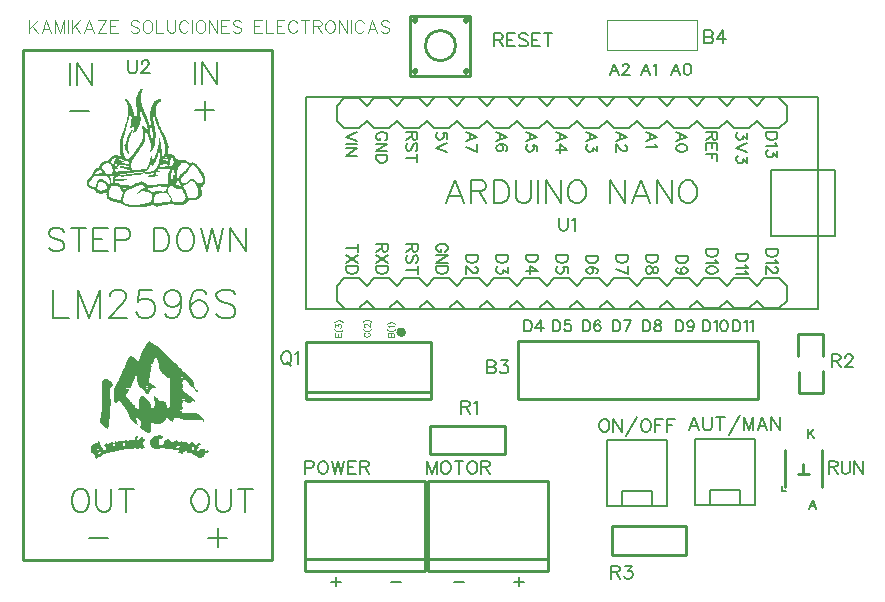
<source format=gto>
G04 Layer: TopSilkscreenLayer*
G04 EasyEDA v6.5.39, 2024-02-03 14:28:59*
G04 bcd3f98de95e48d085ed2947a1ad00ac,362fd913e7484c3682bebf37a00ceee6,10*
G04 Gerber Generator version 0.2*
G04 Scale: 100 percent, Rotated: No, Reflected: No *
G04 Dimensions in millimeters *
G04 leading zeros omitted , absolute positions ,4 integer and 5 decimal *
%FSLAX45Y45*%
%MOMM*%

%ADD10C,0.1524*%
%ADD11C,0.1000*%
%ADD12C,0.2032*%
%ADD13C,0.1500*%
%ADD14C,0.1270*%
%ADD15C,0.2540*%
%ADD16C,0.1200*%
%ADD17C,0.2000*%
%ADD18C,0.1520*%
%ADD19C,0.4000*%
%ADD20C,0.0133*%

%LPD*%
G36*
X1879600Y5703519D02*
G01*
X1879600Y5701080D01*
X1877161Y5696407D01*
X1875282Y5694172D01*
X1870202Y5690260D01*
X1867103Y5683046D01*
X1865274Y5681827D01*
X1862886Y5675223D01*
X1860651Y5672531D01*
X1858568Y5666790D01*
X1855114Y5662168D01*
X1855114Y5658764D01*
X1854149Y5654548D01*
X1850643Y5651042D01*
X1849424Y5646420D01*
X1848066Y5643829D01*
X1865223Y5643829D01*
X1865884Y5648248D01*
X1866950Y5653125D01*
X1867865Y5651347D01*
X1867814Y5643930D01*
X1867052Y5641644D01*
X1865223Y5643829D01*
X1848066Y5643829D01*
X1847088Y5642000D01*
X1845564Y5636514D01*
X1843735Y5618632D01*
X1843684Y5611825D01*
X1841906Y5608726D01*
X1840738Y5601970D01*
X1841296Y5591962D01*
X1843481Y5584698D01*
X1844548Y5579719D01*
X1843938Y5557266D01*
X1846478Y5544261D01*
X1846478Y5527294D01*
X1847545Y5522569D01*
X1850034Y5518200D01*
X1850593Y5512460D01*
X1850796Y5498236D01*
X1854606Y5489448D01*
X1854504Y5440832D01*
X1854657Y5432806D01*
X1853184Y5430367D01*
X1851964Y5434076D01*
X1852472Y5439613D01*
X1851558Y5451348D01*
X1850034Y5456834D01*
X1850034Y5461203D01*
X1846376Y5474462D01*
X1844903Y5475884D01*
X1839569Y5477408D01*
X1834946Y5475782D01*
X1832660Y5472785D01*
X1832102Y5450738D01*
X1830476Y5443626D01*
X1829409Y5444032D01*
X1828749Y5447030D01*
X1828647Y5478576D01*
X1824532Y5483148D01*
X1824532Y5500776D01*
X1823161Y5507177D01*
X1820621Y5511850D01*
X1818792Y5519623D01*
X1816506Y5522569D01*
X1813864Y5533491D01*
X1811832Y5536184D01*
X1810359Y5542889D01*
X1808835Y5546394D01*
X1806752Y5548680D01*
X1804619Y5556758D01*
X1802180Y5561126D01*
X1800910Y5567832D01*
X1797100Y5572252D01*
X1796440Y5575655D01*
X1793748Y5579110D01*
X1790547Y5584698D01*
X1783791Y5593334D01*
X1782267Y5598718D01*
X1774342Y5609234D01*
X1770735Y5611215D01*
X1767382Y5615838D01*
X1766316Y5615838D01*
X1762048Y5621426D01*
X1757019Y5621375D01*
X1753107Y5619648D01*
X1751228Y5617565D01*
X1749653Y5611926D01*
X1752549Y5606897D01*
X1757375Y5600750D01*
X1759712Y5594553D01*
X1762353Y5591556D01*
X1764030Y5584444D01*
X1766214Y5581700D01*
X1767992Y5578500D01*
X1767992Y5572912D01*
X1771497Y5564886D01*
X1773021Y5551932D01*
X1774088Y5548884D01*
X1776171Y5545785D01*
X1776323Y5493562D01*
X1774088Y5490210D01*
X1772361Y5486552D01*
X1772208Y5477256D01*
X1770888Y5472480D01*
X1768703Y5468518D01*
X1767433Y5456885D01*
X1764487Y5449519D01*
X1762353Y5439918D01*
X1762353Y5434076D01*
X1759305Y5427624D01*
X1757934Y5416550D01*
X1755190Y5411673D01*
X1753209Y5403850D01*
X1751177Y5400497D01*
X1748078Y5385562D01*
X1745589Y5380990D01*
X1743913Y5372658D01*
X1741017Y5369052D01*
X1739950Y5364327D01*
X1739950Y5361686D01*
X1736394Y5357164D01*
X1735277Y5349290D01*
X1732432Y5343956D01*
X1730146Y5335473D01*
X1727352Y5331612D01*
X1726641Y5328920D01*
X1725675Y5321808D01*
X1722678Y5317998D01*
X1720443Y5309362D01*
X1717649Y5305044D01*
X1713026Y5293918D01*
X1711756Y5284063D01*
X1709470Y5280964D01*
X1708302Y5278221D01*
X1707946Y5263692D01*
X1707134Y5261203D01*
X1703730Y5257342D01*
X1703906Y5211826D01*
X1728165Y5211826D01*
X1728876Y5221732D01*
X1728673Y5250129D01*
X1730248Y5253177D01*
X1731873Y5257444D01*
X1733753Y5275427D01*
X1736293Y5280964D01*
X1738274Y5295239D01*
X1740916Y5300116D01*
X1741982Y5305653D01*
X1741982Y5310733D01*
X1743151Y5314950D01*
X1745488Y5318302D01*
X1746554Y5325414D01*
X1747672Y5330952D01*
X1749501Y5333441D01*
X1751025Y5338978D01*
X1751736Y5345988D01*
X1754174Y5349189D01*
X1755241Y5353812D01*
X1755241Y5356301D01*
X1756714Y5364632D01*
X1758797Y5368239D01*
X1761236Y5379923D01*
X1763268Y5383428D01*
X1764334Y5387746D01*
X1765452Y5397042D01*
X1768449Y5404053D01*
X1770024Y5416143D01*
X1771904Y5419242D01*
X1773123Y5422036D01*
X1775104Y5433212D01*
X1777644Y5436920D01*
X1779168Y5446826D01*
X1782216Y5453938D01*
X1783334Y5464860D01*
X1784350Y5470702D01*
X1785772Y5472125D01*
X1787296Y5477865D01*
X1788414Y5489600D01*
X1790903Y5500725D01*
X1792478Y5519267D01*
X1793087Y5522671D01*
X1793900Y5523280D01*
X1796592Y5509158D01*
X1798370Y5506262D01*
X1799132Y5503824D01*
X1800606Y5487466D01*
X1803755Y5476036D01*
X1804314Y5455666D01*
X1803146Y5437073D01*
X1802217Y5433822D01*
X1824177Y5433822D01*
X1824685Y5440222D01*
X1825599Y5443118D01*
X1828393Y5442712D01*
X1828698Y5440019D01*
X1825955Y5430621D01*
X1824177Y5433822D01*
X1802217Y5433822D01*
X1801114Y5429961D01*
X1800098Y5419852D01*
X1799082Y5404916D01*
X1796592Y5395671D01*
X1795018Y5384698D01*
X1794967Y5377180D01*
X1796999Y5374944D01*
X1801926Y5374335D01*
X1807667Y5375808D01*
X1812086Y5379415D01*
X1813610Y5379466D01*
X1817674Y5380786D01*
X1820824Y5384850D01*
X1824024Y5386882D01*
X1825599Y5390489D01*
X1827072Y5389829D01*
X1827784Y5385358D01*
X1826615Y5372658D01*
X1823516Y5366004D01*
X1822043Y5355844D01*
X1818132Y5350713D01*
X1816811Y5345023D01*
X1814322Y5343601D01*
X1812848Y5339334D01*
X1812848Y5333847D01*
X1814423Y5331917D01*
X1816455Y5330596D01*
X1819910Y5331968D01*
X1822246Y5334203D01*
X1829155Y5336946D01*
X1831949Y5339740D01*
X1837232Y5342991D01*
X1838553Y5345328D01*
X1843887Y5348579D01*
X1851304Y5357926D01*
X1852980Y5362549D01*
X1855571Y5364581D01*
X1857502Y5369864D01*
X1860651Y5373928D01*
X1862531Y5378754D01*
X1864664Y5379923D01*
X1866493Y5384698D01*
X1869439Y5387746D01*
X1871116Y5395163D01*
X1872843Y5397652D01*
X1874062Y5400548D01*
X1876094Y5409387D01*
X1877517Y5411266D01*
X1878990Y5415534D01*
X1880971Y5447639D01*
X1882292Y5451348D01*
X1882393Y5460593D01*
X1880717Y5466181D01*
X1880158Y5470499D01*
X1879092Y5489143D01*
X1877110Y5501589D01*
X1876145Y5503824D01*
X1875028Y5511850D01*
X1873961Y5524195D01*
X1871014Y5531612D01*
X1869897Y5539638D01*
X1868322Y5544769D01*
X1866950Y5546140D01*
X1864766Y5559094D01*
X1862328Y5562600D01*
X1861261Y5568035D01*
X1859686Y5580329D01*
X1857756Y5584342D01*
X1856689Y5596077D01*
X1856689Y5619851D01*
X1857603Y5624576D01*
X1859178Y5626049D01*
X1860651Y5630367D01*
X1861769Y5640070D01*
X1862378Y5641238D01*
X1864563Y5640832D01*
X1864055Y5629148D01*
X1864258Y5583428D01*
X1865782Y5573928D01*
X1867916Y5570474D01*
X1868881Y5562447D01*
X1869439Y5559653D01*
X1872335Y5555945D01*
X1873605Y5548274D01*
X1874621Y5543956D01*
X1876653Y5540451D01*
X1878939Y5528056D01*
X1881581Y5525109D01*
X1883156Y5518810D01*
X1886254Y5514543D01*
X1887931Y5507177D01*
X1890318Y5504078D01*
X1891690Y5500725D01*
X1892350Y5496255D01*
X1895348Y5490870D01*
X1897430Y5484063D01*
X1899920Y5480558D01*
X1901139Y5476036D01*
X1904085Y5471414D01*
X1907082Y5463336D01*
X1908556Y5462676D01*
X1910892Y5454650D01*
X1913331Y5451449D01*
X1915363Y5444998D01*
X1918309Y5441137D01*
X1920036Y5433618D01*
X1922475Y5430113D01*
X1924913Y5421325D01*
X1927504Y5417616D01*
X1927504Y5416092D01*
X1929028Y5409844D01*
X1931974Y5405424D01*
X1933702Y5393029D01*
X1936292Y5388457D01*
X1938731Y5373116D01*
X1940966Y5369356D01*
X1942236Y5361228D01*
X1942287Y5354421D01*
X1940712Y5351678D01*
X1936394Y5358130D01*
X1931162Y5361838D01*
X1930146Y5364429D01*
X1926386Y5366562D01*
X1924354Y5370728D01*
X1922373Y5371490D01*
X1908911Y5386730D01*
X1904847Y5389168D01*
X1902358Y5392369D01*
X1896821Y5394299D01*
X1894484Y5397347D01*
X1891792Y5393029D01*
X1890725Y5389422D01*
X1892249Y5385155D01*
X1895805Y5378907D01*
X1896516Y5371896D01*
X1897989Y5366816D01*
X1899412Y5364886D01*
X1900986Y5356910D01*
X1900986Y5351322D01*
X1903018Y5334660D01*
X1903018Y5325110D01*
X1901545Y5313680D01*
X1899970Y5296814D01*
X1899310Y5294579D01*
X1897430Y5291480D01*
X1895856Y5281574D01*
X1894890Y5277154D01*
X1892807Y5274919D01*
X1890217Y5264607D01*
X1889252Y5264607D01*
X1886762Y5258155D01*
X1886712Y5255920D01*
X1883257Y5251754D01*
X1881479Y5245150D01*
X1878126Y5241747D01*
X1876501Y5235752D01*
X1874418Y5233466D01*
X1872030Y5227777D01*
X1869439Y5225694D01*
X1867357Y5220868D01*
X1865579Y5219242D01*
X1862582Y5214315D01*
X1854860Y5203291D01*
X1853133Y5199786D01*
X1851812Y5199786D01*
X1844446Y5190642D01*
X1844446Y5189626D01*
X1841347Y5187492D01*
X1839671Y5183987D01*
X1836775Y5181955D01*
X1834997Y5178247D01*
X1832660Y5176977D01*
X1831136Y5172557D01*
X1827580Y5170068D01*
X1826971Y5167020D01*
X1823008Y5163972D01*
X1823008Y5162651D01*
X1814220Y5152288D01*
X1813052Y5149545D01*
X1810969Y5148224D01*
X1804924Y5140858D01*
X1803196Y5137556D01*
X1801114Y5136743D01*
X1799539Y5133136D01*
X1796643Y5131308D01*
X1794510Y5126939D01*
X1791970Y5125770D01*
X1790242Y5122519D01*
X1786382Y5119573D01*
X1785061Y5116322D01*
X1781098Y5114696D01*
X1778406Y5111699D01*
X1776222Y5110276D01*
X1771294Y5110226D01*
X1767433Y5108549D01*
X1763623Y5105501D01*
X1761236Y5104638D01*
X1756257Y5111191D01*
X1754784Y5117439D01*
X1752041Y5120487D01*
X1749653Y5126888D01*
X1747672Y5128158D01*
X1745538Y5136743D01*
X1742897Y5140604D01*
X1740458Y5150104D01*
X1738630Y5153202D01*
X1737461Y5156911D01*
X1736242Y5165293D01*
X1733956Y5169408D01*
X1732889Y5173573D01*
X1732229Y5182819D01*
X1730806Y5189931D01*
X1729079Y5193080D01*
X1728165Y5211826D01*
X1703906Y5211826D01*
X1704035Y5178399D01*
X1707743Y5173370D01*
X1708454Y5166309D01*
X1707946Y5156454D01*
X1709318Y5150662D01*
X1711401Y5147970D01*
X1712417Y5144770D01*
X1712417Y5139232D01*
X1711299Y5136743D01*
X1706168Y5137607D01*
X1702460Y5139436D01*
X1693062Y5139232D01*
X1688744Y5140807D01*
X1685848Y5143296D01*
X1655876Y5143296D01*
X1652016Y5138775D01*
X1645564Y5136997D01*
X1642364Y5133289D01*
X1636776Y5131104D01*
X1634185Y5127701D01*
X1630527Y5125872D01*
X1628444Y5122621D01*
X1627835Y5122621D01*
X1622196Y5120081D01*
X1620672Y5116474D01*
X1616862Y5114290D01*
X1615490Y5110835D01*
X1609496Y5108346D01*
X1604111Y5099710D01*
X1601825Y5094630D01*
X1600911Y5093512D01*
X1596491Y5095087D01*
X1594104Y5097627D01*
X1589328Y5097424D01*
X1573377Y5097424D01*
X1562303Y5088890D01*
X1559001Y5087315D01*
X1556061Y5083860D01*
X1627225Y5083860D01*
X1627784Y5086553D01*
X1627835Y5090210D01*
X1630933Y5092395D01*
X1632407Y5096713D01*
X1635404Y5098542D01*
X1636064Y5101031D01*
X1639773Y5104434D01*
X1641703Y5107279D01*
X1645666Y5109210D01*
X1647189Y5111851D01*
X1653489Y5114950D01*
X1654556Y5117388D01*
X1656080Y5118862D01*
X1658670Y5119573D01*
X1662226Y5123281D01*
X1667814Y5125161D01*
X1669846Y5126278D01*
X1674520Y5126329D01*
X1676857Y5123332D01*
X1676146Y5117084D01*
X1672742Y5113680D01*
X1669999Y5108752D01*
X1668018Y5107127D01*
X1664970Y5100523D01*
X1663446Y5099812D01*
X1660906Y5092903D01*
X1658010Y5089906D01*
X1656740Y5083606D01*
X1653895Y5080558D01*
X1652219Y5075478D01*
X1649374Y5071567D01*
X1647088Y5060442D01*
X1643227Y5059070D01*
X1642059Y5059070D01*
X1641093Y5061864D01*
X1640027Y5067096D01*
X1636979Y5071262D01*
X1635506Y5075631D01*
X1632508Y5078526D01*
X1631340Y5081270D01*
X1627225Y5083860D01*
X1556061Y5083860D01*
X1554937Y5082540D01*
X1553514Y5082540D01*
X1546250Y5074107D01*
X1546250Y5072837D01*
X1543761Y5071465D01*
X1541729Y5066639D01*
X1538528Y5065064D01*
X1536852Y5061864D01*
X1535023Y5060188D01*
X1532585Y5054447D01*
X1530502Y5052872D01*
X1527352Y5045811D01*
X1524863Y5041595D01*
X1524863Y5039461D01*
X1523492Y5038090D01*
X1516684Y5036921D01*
X1516014Y5036413D01*
X1553311Y5036413D01*
X1554022Y5045760D01*
X1557375Y5049469D01*
X1559966Y5055768D01*
X1562608Y5057902D01*
X1564233Y5061864D01*
X1569364Y5064810D01*
X1572869Y5068824D01*
X1580692Y5070195D01*
X1587296Y5074107D01*
X1600047Y5075123D01*
X1609191Y5073192D01*
X1619910Y5069586D01*
X1624482Y5069535D01*
X1629054Y5067909D01*
X1630933Y5059680D01*
X1633321Y5056276D01*
X1633618Y5055057D01*
X1661820Y5055057D01*
X1664766Y5062728D01*
X1667713Y5064201D01*
X1669542Y5067909D01*
X1674114Y5071110D01*
X1681073Y5078069D01*
X1687575Y5085588D01*
X1698396Y5085588D01*
X1700834Y5083911D01*
X1691538Y5082387D01*
X1689252Y5079238D01*
X1685493Y5074818D01*
X1683715Y5070500D01*
X1680870Y5066182D01*
X1679295Y5061559D01*
X1677212Y5060238D01*
X1674825Y5053838D01*
X1672183Y5050891D01*
X1671015Y5043932D01*
X1671574Y5035651D01*
X1672386Y5033924D01*
X1679600Y5026456D01*
X1683664Y5025136D01*
X1687068Y5026304D01*
X1689303Y5028082D01*
X1691132Y5033060D01*
X1690471Y5036210D01*
X1687677Y5037988D01*
X1683867Y5038852D01*
X1683207Y5040071D01*
X1684934Y5041239D01*
X1687525Y5047894D01*
X1696567Y5057749D01*
X1700428Y5058562D01*
X1702612Y5060238D01*
X1704339Y5062321D01*
X1714703Y5063490D01*
X1725422Y5062016D01*
X1726996Y5060340D01*
X1731010Y5058206D01*
X1761286Y5057495D01*
X1764893Y5053330D01*
X1770634Y5052364D01*
X1773021Y5053431D01*
X1773986Y5055666D01*
X1774647Y5061864D01*
X1772513Y5065166D01*
X1766417Y5066639D01*
X1762810Y5070144D01*
X1761083Y5070754D01*
X1748485Y5071973D01*
X1744776Y5074920D01*
X1742592Y5075783D01*
X1731060Y5078120D01*
X1729486Y5080558D01*
X1718818Y5082590D01*
X1713331Y5084114D01*
X1716227Y5086502D01*
X1721357Y5086502D01*
X1730349Y5084876D01*
X1734972Y5085689D01*
X1737410Y5088636D01*
X1737410Y5090566D01*
X1735480Y5092903D01*
X1729486Y5094986D01*
X1727301Y5097424D01*
X1717293Y5100421D01*
X1715211Y5102809D01*
X1712518Y5103622D01*
X1702155Y5103825D01*
X1700682Y5106212D01*
X1701749Y5107482D01*
X1706067Y5109616D01*
X1721357Y5107686D01*
X1723085Y5106568D01*
X1725625Y5103723D01*
X1729638Y5102250D01*
X1734413Y5102250D01*
X1736648Y5100828D01*
X1737918Y5098592D01*
X1742186Y5097221D01*
X1754276Y5095595D01*
X1756003Y5093716D01*
X1760575Y5092496D01*
X1774494Y5090566D01*
X1776069Y5089855D01*
X1776577Y5088128D01*
X1781657Y5085029D01*
X1782064Y5084064D01*
X1781302Y5068011D01*
X1780133Y5064302D01*
X1777644Y5061864D01*
X1779005Y5056632D01*
X1799082Y5056632D01*
X1799082Y5060594D01*
X1800606Y5068011D01*
X1802079Y5080254D01*
X1805127Y5085435D01*
X1807260Y5092293D01*
X1808937Y5093919D01*
X1811731Y5101336D01*
X1814880Y5104993D01*
X1814880Y5106314D01*
X1818944Y5112258D01*
X1821180Y5117084D01*
X1823466Y5118912D01*
X1824583Y5123078D01*
X1828647Y5127040D01*
X1828647Y5128666D01*
X1842058Y5146192D01*
X1844141Y5149392D01*
X1848002Y5154168D01*
X1848002Y5155184D01*
X1852066Y5160213D01*
X1852066Y5162143D01*
X1856130Y5165242D01*
X1856130Y5167122D01*
X1864106Y5177282D01*
X1867255Y5182819D01*
X1869998Y5185918D01*
X1871573Y5189575D01*
X1874113Y5191963D01*
X1875536Y5196078D01*
X1878126Y5198160D01*
X1880107Y5202834D01*
X1882139Y5204155D01*
X1884578Y5208778D01*
X1887829Y5213096D01*
X1889353Y5217566D01*
X1893366Y5221478D01*
X1893366Y5222951D01*
X1897227Y5227320D01*
X1898497Y5232552D01*
X1901494Y5236210D01*
X1902663Y5241086D01*
X1906168Y5245557D01*
X1908200Y5251348D01*
X1910588Y5253837D01*
X1915261Y5264912D01*
X1916938Y5278526D01*
X1919884Y5286044D01*
X1921408Y5299964D01*
X1920595Y5337149D01*
X1920951Y5345430D01*
X1922373Y5346801D01*
X1924862Y5342026D01*
X1927606Y5339842D01*
X1928622Y5336286D01*
X1932076Y5333796D01*
X1932076Y5332018D01*
X1936496Y5326024D01*
X1939798Y5320182D01*
X1940814Y5320182D01*
X1942947Y5314289D01*
X1945792Y5310327D01*
X1947875Y5301843D01*
X1949957Y5299608D01*
X1952498Y5289448D01*
X1954072Y5287873D01*
X1955444Y5284673D01*
X1956104Y5279136D01*
X1957171Y5275122D01*
X1959203Y5273395D01*
X1961083Y5259832D01*
X1963572Y5253837D01*
X1965299Y5242102D01*
X1966417Y5235905D01*
X1968296Y5230571D01*
X1968246Y5198262D01*
X1966671Y5193334D01*
X1964791Y5185613D01*
X1964080Y5177129D01*
X1965248Y5172811D01*
X1967636Y5170119D01*
X1969262Y5170881D01*
X1972056Y5175351D01*
X1979422Y5184698D01*
X1981809Y5188407D01*
X1984705Y5192064D01*
X1985670Y5195417D01*
X1988210Y5197398D01*
X1990089Y5202631D01*
X1993696Y5207304D01*
X1995424Y5212740D01*
X1996338Y5212740D01*
X1998370Y5216804D01*
X1998370Y5222138D01*
X1999894Y5229402D01*
X2002028Y5233771D01*
X2003907Y5248249D01*
X2005533Y5258765D01*
X2007006Y5272328D01*
X2008174Y5295798D01*
X2007565Y5332831D01*
X2005939Y5345734D01*
X2004568Y5349595D01*
X2002891Y5365546D01*
X2001926Y5371490D01*
X1999437Y5377891D01*
X1998776Y5388406D01*
X1997760Y5397652D01*
X1994611Y5404916D01*
X1993747Y5418632D01*
X1990598Y5426659D01*
X1988616Y5449366D01*
X1985670Y5460238D01*
X1983435Y5477256D01*
X1982978Y5488990D01*
X1984146Y5510580D01*
X1985619Y5523585D01*
X1987499Y5526633D01*
X1988667Y5529275D01*
X1989734Y5538368D01*
X1990902Y5545785D01*
X1992426Y5541467D01*
X1993188Y5488990D01*
X1994103Y5484063D01*
X1996236Y5479135D01*
X1997405Y5469229D01*
X1998472Y5464911D01*
X2000453Y5462270D01*
X2002536Y5449519D01*
X2005431Y5443931D01*
X2006650Y5435904D01*
X2008174Y5432196D01*
X2009393Y5430367D01*
X2011832Y5421934D01*
X2014321Y5418632D01*
X2016252Y5410809D01*
X2019147Y5407152D01*
X2020824Y5398058D01*
X2023160Y5395061D01*
X2024278Y5391454D01*
X2025345Y5386374D01*
X2028443Y5381701D01*
X2030222Y5375605D01*
X2032254Y5372912D01*
X2034997Y5365546D01*
X2037486Y5362448D01*
X2039112Y5355640D01*
X2042210Y5352034D01*
X2043226Y5347462D01*
X2045868Y5343804D01*
X2048103Y5335625D01*
X2051405Y5330698D01*
X2053488Y5324805D01*
X2055368Y5322316D01*
X2058009Y5314340D01*
X2060397Y5311241D01*
X2062022Y5305247D01*
X2065629Y5300421D01*
X2065680Y5297627D01*
X2067052Y5292953D01*
X2069592Y5288381D01*
X2071319Y5281168D01*
X2073706Y5278272D01*
X2075230Y5272328D01*
X2075891Y5268366D01*
X2078888Y5263794D01*
X2080412Y5251653D01*
X2083409Y5244541D01*
X2084984Y5231231D01*
X2088032Y5224119D01*
X2089200Y5211876D01*
X2088642Y5182819D01*
X2087473Y5177282D01*
X2084933Y5170728D01*
X2083511Y5160518D01*
X2080463Y5155844D01*
X2079853Y5151323D01*
X2078228Y5145786D01*
X2075992Y5143042D01*
X2074773Y5138166D01*
X2071268Y5133035D01*
X2070049Y5128107D01*
X2066137Y5124399D01*
X2066137Y5123180D01*
X2059635Y5115306D01*
X2058365Y5117084D01*
X2058974Y5123434D01*
X2061464Y5128006D01*
X2062683Y5142077D01*
X2061667Y5177891D01*
X2059990Y5184089D01*
X2058974Y5190185D01*
X2058009Y5213705D01*
X2056892Y5223459D01*
X2055063Y5227878D01*
X2053945Y5234686D01*
X2053336Y5241493D01*
X2052320Y5246268D01*
X2049932Y5250738D01*
X2048256Y5262473D01*
X2045817Y5268620D01*
X2043226Y5282031D01*
X2041347Y5285282D01*
X2039518Y5292699D01*
X2036927Y5296103D01*
X2034438Y5293309D01*
X2033422Y5290261D01*
X2033066Y5239867D01*
X2030475Y5232806D01*
X2029460Y5226964D01*
X2028850Y5209997D01*
X2027834Y5203494D01*
X2026920Y5203494D01*
X2025396Y5199938D01*
X2023719Y5190845D01*
X2021332Y5186527D01*
X2020417Y5183428D01*
X2019147Y5172100D01*
X2016760Y5168900D01*
X2014626Y5157317D01*
X2011730Y5152948D01*
X2009952Y5145176D01*
X2007107Y5141214D01*
X2005279Y5134051D01*
X2002485Y5130088D01*
X2001266Y5122519D01*
X1997506Y5117998D01*
X1996135Y5111851D01*
X1993239Y5108752D01*
X1990953Y5103622D01*
X1986229Y5096205D01*
X1984959Y5099507D01*
X1983587Y5107432D01*
X1981098Y5111851D01*
X1979879Y5123789D01*
X1974138Y5134559D01*
X1972360Y5135880D01*
X1967331Y5129834D01*
X1965299Y5124196D01*
X1964639Y5117998D01*
X1963521Y5113680D01*
X1961184Y5109362D01*
X1959610Y5097373D01*
X1958949Y5095189D01*
X1957120Y5092344D01*
X1954885Y5079898D01*
X1952498Y5076494D01*
X1949805Y5067401D01*
X1947976Y5065877D01*
X1945741Y5057698D01*
X1942846Y5053736D01*
X1941423Y5048758D01*
X1938274Y5043932D01*
X1936648Y5038394D01*
X1933803Y5034686D01*
X1931670Y5031232D01*
X1927809Y5028082D01*
X1920798Y5026863D01*
X1919224Y5027625D01*
X1908403Y5026304D01*
X1899716Y5024983D01*
X1895652Y5022799D01*
X1893824Y5022037D01*
X1873910Y5020157D01*
X1869186Y5018887D01*
X1867611Y5017211D01*
X1851304Y5015128D01*
X1817624Y5014976D01*
X1814118Y5016703D01*
X1809750Y5021427D01*
X1807362Y5022748D01*
X1804568Y5033467D01*
X1802536Y5037734D01*
X1800656Y5049469D01*
X1799082Y5056632D01*
X1779005Y5056632D01*
X1780743Y5053939D01*
X1782318Y5047335D01*
X1784654Y5043932D01*
X1786382Y5039918D01*
X1785213Y5037277D01*
X1769719Y5039106D01*
X1766976Y5041290D01*
X1752142Y5043576D01*
X1748231Y5044897D01*
X1743760Y5047894D01*
X1736648Y5049316D01*
X1705864Y5049469D01*
X1703222Y5046522D01*
X1703222Y5043576D01*
X1704695Y5040223D01*
X1707235Y5037328D01*
X1710943Y5035804D01*
X1716227Y5036870D01*
X1729232Y5035651D01*
X1732788Y5033822D01*
X1736140Y5030724D01*
X1745284Y5026812D01*
X1754479Y5024628D01*
X1765706Y5023256D01*
X1772107Y5020106D01*
X1781505Y5018938D01*
X1786585Y5017617D01*
X1788617Y5013706D01*
X1794560Y5012690D01*
X1794154Y5011267D01*
X1770938Y5010962D01*
X1765706Y5009794D01*
X1755648Y5008270D01*
X1730502Y5010302D01*
X1700428Y5010454D01*
X1692503Y5009540D01*
X1689557Y5006543D01*
X1916328Y5006543D01*
X1918055Y5007152D01*
X1923186Y5007914D01*
X1928469Y5009692D01*
X1929942Y5012232D01*
X1933854Y5013960D01*
X1935683Y5014010D01*
X1943049Y5023154D01*
X1947113Y5029047D01*
X1949348Y5034432D01*
X1952091Y5037023D01*
X1953361Y5040680D01*
X1956104Y5044541D01*
X1961184Y5052466D01*
X1963166Y5060696D01*
X1965248Y5062982D01*
X1966163Y5067401D01*
X1967230Y5083556D01*
X1967890Y5085588D01*
X1968855Y5085588D01*
X1970786Y5084368D01*
X1971802Y5079746D01*
X1974951Y5059781D01*
X1981758Y5052720D01*
X1984959Y5057190D01*
X1988210Y5058562D01*
X1990191Y5063286D01*
X1992985Y5064963D01*
X1994255Y5068062D01*
X1998370Y5072075D01*
X1998370Y5073700D01*
X2002332Y5078984D01*
X2003602Y5084673D01*
X2007362Y5089652D01*
X2008632Y5095798D01*
X2011121Y5098237D01*
X2013610Y5106466D01*
X2016048Y5109413D01*
X2018233Y5118252D01*
X2019604Y5119268D01*
X2021230Y5122316D01*
X2021941Y5128514D01*
X2022957Y5131003D01*
X2025243Y5134254D01*
X2027478Y5146090D01*
X2028393Y5146090D01*
X2029866Y5149545D01*
X2032000Y5159908D01*
X2033473Y5161889D01*
X2035048Y5169255D01*
X2036572Y5183835D01*
X2036572Y5189372D01*
X2038096Y5192979D01*
X2039670Y5205069D01*
X2041448Y5212892D01*
X2042617Y5206492D01*
X2043277Y5184698D01*
X2044801Y5176672D01*
X2046274Y5173929D01*
X2046274Y5164226D01*
X2044242Y5153202D01*
X2043175Y5137150D01*
X2042261Y5116779D01*
X2040585Y5111242D01*
X2039477Y5106416D01*
X2070201Y5106416D01*
X2072843Y5108549D01*
X2082038Y5119573D01*
X2083003Y5119573D01*
X2087473Y5125110D01*
X2089150Y5125110D01*
X2095957Y5128818D01*
X2103069Y5129885D01*
X2107692Y5129885D01*
X2110689Y5129123D01*
X2110536Y5127904D01*
X2102053Y5125770D01*
X2099818Y5122621D01*
X2097176Y5121402D01*
X2091080Y5121402D01*
X2088591Y5118354D01*
X2088591Y5115814D01*
X2090166Y5112054D01*
X2094534Y5109718D01*
X2111248Y5107533D01*
X2112975Y5103368D01*
X2115108Y5100624D01*
X2112467Y5093462D01*
X2111756Y5089093D01*
X2109927Y5087772D01*
X2106676Y5092344D01*
X2101545Y5094732D01*
X2097989Y5097221D01*
X2092909Y5098491D01*
X2078634Y5099202D01*
X2072741Y5100574D01*
X2070862Y5103825D01*
X2070201Y5106416D01*
X2039477Y5106416D01*
X2039162Y5105044D01*
X2038096Y5089601D01*
X2037130Y5083149D01*
X2035098Y5079746D01*
X2033117Y5070703D01*
X2030425Y5067249D01*
X2028494Y5059680D01*
X2025446Y5055463D01*
X2024131Y5049926D01*
X2044649Y5049926D01*
X2045258Y5052923D01*
X2047748Y5055565D01*
X2049983Y5067757D01*
X2052878Y5071364D01*
X2054656Y5078933D01*
X2057501Y5080711D01*
X2057501Y5081574D01*
X2059533Y5085638D01*
X2062327Y5084826D01*
X2069185Y5080355D01*
X2069795Y5078120D01*
X2069287Y5077510D01*
X2063343Y5075834D01*
X2061819Y5073040D01*
X2057501Y5067960D01*
X2057501Y5066639D01*
X2059330Y5064607D01*
X2064054Y5063540D01*
X2073046Y5064760D01*
X2077364Y5066588D01*
X2077364Y5067604D01*
X2082698Y5069230D01*
X2099513Y5069179D01*
X2105456Y5067706D01*
X2108301Y5064912D01*
X2111502Y5062829D01*
X2111502Y5055870D01*
X2113178Y5051602D01*
X2116328Y5050840D01*
X2115454Y5050586D01*
X2120036Y5050586D01*
X2121662Y5051704D01*
X2126691Y5071110D01*
X2127402Y5080965D01*
X2128164Y5085435D01*
X2130298Y5088026D01*
X2131466Y5093157D01*
X2132177Y5101437D01*
X2135835Y5108143D01*
X2137410Y5112664D01*
X2139594Y5113477D01*
X2142083Y5118303D01*
X2145639Y5120132D01*
X2146858Y5123281D01*
X2147671Y5123281D01*
X2147671Y5122164D01*
X2151024Y5120589D01*
X2152751Y5118811D01*
X2153920Y5114290D01*
X2156307Y5111242D01*
X2157272Y5108092D01*
X2157984Y5099507D01*
X2161184Y5090210D01*
X2161184Y5076037D01*
X2158898Y5072430D01*
X2157374Y5066080D01*
X2156855Y5065420D01*
X2176830Y5065420D01*
X2176830Y5080152D01*
X2177643Y5089906D01*
X2178913Y5091785D01*
X2184247Y5091785D01*
X2188565Y5086553D01*
X2191156Y5080000D01*
X2193137Y5078730D01*
X2192528Y5074564D01*
X2188921Y5065115D01*
X2185517Y5059730D01*
X2184857Y5056124D01*
X2182317Y5053228D01*
X2179218Y5046726D01*
X2178862Y5046726D01*
X2176881Y5050739D01*
X2176830Y5065420D01*
X2156855Y5065420D01*
X2149754Y5056022D01*
X2147722Y5054701D01*
X2141474Y5052364D01*
X2139543Y5050282D01*
X2131618Y5049266D01*
X2124710Y5049164D01*
X2120036Y5050586D01*
X2115454Y5050586D01*
X2110740Y5049266D01*
X2096262Y5048605D01*
X2087473Y5047284D01*
X2082190Y5043932D01*
X2054148Y5043982D01*
X2045512Y5044744D01*
X2044649Y5049926D01*
X2024131Y5049926D01*
X2023821Y5048605D01*
X2017979Y5040477D01*
X1998116Y5016449D01*
X1992833Y5014569D01*
X1989124Y5010962D01*
X1981047Y5009032D01*
X1977694Y5005476D01*
X1960880Y5001564D01*
X1957832Y5000447D01*
X1945030Y4999177D01*
X1927453Y5000294D01*
X1917395Y5003698D01*
X1916328Y5006543D01*
X1689557Y5006543D01*
X1688541Y5005527D01*
X1681581Y5003952D01*
X1679295Y5002936D01*
X1674215Y5006797D01*
X1674215Y5007914D01*
X1669491Y5010404D01*
X1664157Y5016906D01*
X1661972Y5029962D01*
X1662023Y5038394D01*
X1662836Y5045049D01*
X1661820Y5055057D01*
X1633618Y5055057D01*
X1635353Y5047894D01*
X1637842Y5043932D01*
X1638554Y5041290D01*
X1639976Y5030571D01*
X1641602Y5027574D01*
X1642516Y5027574D01*
X1643989Y5021732D01*
X1645869Y5011826D01*
X1644497Y5006898D01*
X1642364Y5000498D01*
X1640078Y4999228D01*
X1637487Y4994249D01*
X1636115Y4994249D01*
X1629410Y4987086D01*
X1621434Y4983886D01*
X1614932Y4982413D01*
X1609699Y4983276D01*
X1605280Y4985613D01*
X1601571Y4985613D01*
X1597507Y4987340D01*
X1591614Y4988204D01*
X1588820Y4991608D01*
X1583944Y4995011D01*
X1580997Y5002123D01*
X1577949Y5005171D01*
X1576425Y5008829D01*
X1572260Y5011064D01*
X1570634Y5014112D01*
X1564843Y5017211D01*
X1562760Y5020360D01*
X1558696Y5022342D01*
X1554378Y5028082D01*
X1553311Y5036413D01*
X1516014Y5036413D01*
X1513382Y5034381D01*
X1507185Y5030724D01*
X1505508Y5027676D01*
X1498600Y5025796D01*
X1496060Y5022189D01*
X1493520Y5021326D01*
X1489811Y5019446D01*
X1488440Y5016347D01*
X1484122Y5012740D01*
X1482496Y5005984D01*
X1479600Y5003190D01*
X1477467Y4997196D01*
X1474927Y4994757D01*
X1474927Y4992268D01*
X1474372Y4989626D01*
X1497380Y4989626D01*
X1498701Y4995773D01*
X1502359Y4998872D01*
X1504543Y5002276D01*
X1509115Y5002276D01*
X1512874Y5004206D01*
X1515414Y5007152D01*
X1520088Y5009540D01*
X1522171Y5012944D01*
X1526641Y5013807D01*
X1545488Y5013299D01*
X1548333Y5011978D01*
X1552041Y5007864D01*
X1555292Y5005984D01*
X1556410Y5000752D01*
X1557020Y4995367D01*
X1555851Y4993640D01*
X1551127Y4993640D01*
X1547012Y4992268D01*
X1540764Y4988712D01*
X1522171Y4985410D01*
X1500124Y4986223D01*
X1497380Y4989626D01*
X1474372Y4989626D01*
X1473250Y4983988D01*
X1470406Y4982006D01*
X1469136Y4976977D01*
X1465630Y4972354D01*
X1463700Y4967224D01*
X1460144Y4964633D01*
X1459026Y4961839D01*
X1454861Y4959502D01*
X1449425Y4953508D01*
X1448460Y4953508D01*
X1444853Y4949190D01*
X1443380Y4949190D01*
X1440738Y4945176D01*
X1437690Y4941214D01*
X1437690Y4939842D01*
X1431594Y4932527D01*
X1429054Y4932527D01*
X1429054Y4906264D01*
X1446174Y4906264D01*
X1446784Y4907534D01*
X1448308Y4914950D01*
X1449374Y4918202D01*
X1451457Y4919014D01*
X1453489Y4923840D01*
X1456537Y4925771D01*
X1458264Y4928870D01*
X1461414Y4930800D01*
X1470863Y4942078D01*
X1472488Y4945786D01*
X1474470Y4947462D01*
X1476400Y4952847D01*
X1485087Y4963312D01*
X1489964Y4964023D01*
X1495552Y4965496D01*
X1500784Y4965141D01*
X1504746Y4967579D01*
X1515922Y4968900D01*
X1545488Y4970627D01*
X1554175Y4970272D01*
X1569720Y4968392D01*
X1576476Y4966309D01*
X1582216Y4967173D01*
X1584706Y4967071D01*
X1588820Y4964582D01*
X1596491Y4962652D01*
X1599336Y4958435D01*
X1600911Y4958435D01*
X1602584Y4956403D01*
X1622247Y4956403D01*
X1623822Y4962144D01*
X1626006Y4962753D01*
X1636572Y4964023D01*
X1637995Y4964023D01*
X1641856Y4968798D01*
X1645615Y4970272D01*
X1652016Y4976672D01*
X1662074Y4989017D01*
X1663344Y4992065D01*
X1664563Y5000650D01*
X1665122Y5001717D01*
X1669846Y4997704D01*
X1671523Y4995265D01*
X1670456Y4992065D01*
X1662684Y4982718D01*
X1661007Y4978450D01*
X1658823Y4976063D01*
X1656283Y4969560D01*
X1655318Y4969560D01*
X1653336Y4964328D01*
X1652778Y4960924D01*
X1648714Y4956098D01*
X1648714Y4952593D01*
X1647748Y4948478D01*
X1644751Y4944364D01*
X1644244Y4939487D01*
X1662023Y4939487D01*
X1662582Y4943957D01*
X1664106Y4947970D01*
X1669592Y4955387D01*
X1669592Y4956556D01*
X1674825Y4958435D01*
X1675638Y4957826D01*
X1686712Y4957673D01*
X1690420Y4959553D01*
X1691081Y4962144D01*
X1692960Y4963363D01*
X1710791Y4963464D01*
X1716735Y4962194D01*
X1726031Y4960924D01*
X1735632Y4960924D01*
X1751431Y4963261D01*
X1762607Y4964074D01*
X1769262Y4965293D01*
X1780997Y4966970D01*
X1785061Y4968341D01*
X1802790Y4969560D01*
X1809191Y4971389D01*
X1813102Y4971542D01*
X1824786Y4971389D01*
X1830933Y4972659D01*
X1842668Y4973929D01*
X1877822Y4974996D01*
X1881276Y4976317D01*
X1884934Y4979314D01*
X1892096Y4980838D01*
X1894128Y4982057D01*
X1901037Y4987544D01*
X1901901Y4989626D01*
X1901443Y4991201D01*
X1898192Y4993335D01*
X1867611Y4993386D01*
X1845716Y4992522D01*
X1838045Y4989474D01*
X1835251Y4988661D01*
X1816150Y4986375D01*
X1774901Y4986731D01*
X1769160Y4983124D01*
X1760067Y4981803D01*
X1749399Y4977333D01*
X1716227Y4976876D01*
X1710842Y4977688D01*
X1709064Y4980025D01*
X1705305Y4981905D01*
X1702206Y4981905D01*
X1698650Y4983683D01*
X1698650Y4984394D01*
X1701444Y4985766D01*
X1707591Y4986832D01*
X1720850Y4988204D01*
X1726438Y4986883D01*
X1742643Y4985613D01*
X1757730Y4985613D01*
X1762861Y4986934D01*
X1764639Y4989677D01*
X1765960Y4990642D01*
X1773326Y4993081D01*
X1775409Y4995418D01*
X1780997Y4996891D01*
X1794205Y4996180D01*
X1800758Y4992065D01*
X1814525Y4991658D01*
X1822043Y4992522D01*
X1825091Y4995621D01*
X1829054Y4996688D01*
X1852168Y4997958D01*
X1867103Y5000447D01*
X1873250Y5001768D01*
X1897176Y5001971D01*
X1903984Y5000955D01*
X1905101Y4997653D01*
X1908505Y4993132D01*
X1911553Y4991252D01*
X1917547Y4989372D01*
X1923186Y4987290D01*
X1946097Y4986985D01*
X1955800Y4986172D01*
X1983841Y4987899D01*
X1989429Y4991150D01*
X1995678Y4991150D01*
X1996897Y4989423D01*
X1994154Y4987137D01*
X1991106Y4983683D01*
X1985060Y4980736D01*
X1982063Y4977688D01*
X1978202Y4977028D01*
X1969109Y4976215D01*
X1964639Y4974590D01*
X1962810Y4972558D01*
X1950212Y4971440D01*
X1945081Y4970627D01*
X1942236Y4968900D01*
X1940560Y4964328D01*
X1938629Y4961636D01*
X1943455Y4958232D01*
X1948129Y4958384D01*
X1959356Y4959756D01*
X1969566Y4962245D01*
X1985873Y4961382D01*
X1998624Y4961534D01*
X2007260Y4963312D01*
X2020773Y4964734D01*
X2023516Y4965598D01*
X2026920Y4971542D01*
X2026920Y4973828D01*
X2024684Y4976317D01*
X2014931Y4978196D01*
X2012238Y4980635D01*
X2009292Y4981448D01*
X2007514Y4983327D01*
X2007565Y4989626D01*
X2009292Y4992217D01*
X2015591Y4996129D01*
X2026666Y4997450D01*
X2046376Y5002936D01*
X2048256Y5004104D01*
X2048916Y5006746D01*
X2047646Y5009692D01*
X2043988Y5010962D01*
X2035810Y5011674D01*
X2031695Y5014010D01*
X2023008Y5014010D01*
X2021789Y5017160D01*
X2022297Y5018227D01*
X2026869Y5020868D01*
X2027428Y5023002D01*
X2032254Y5025491D01*
X2050084Y5024577D01*
X2076602Y5023764D01*
X2089861Y5025136D01*
X2103069Y5026812D01*
X2109419Y5028895D01*
X2120950Y5029911D01*
X2128418Y5029708D01*
X2129840Y5027371D01*
X2129840Y5021732D01*
X2126284Y5016347D01*
X2125624Y5011826D01*
X2124049Y5006898D01*
X2121662Y5003038D01*
X2120290Y4995164D01*
X2119528Y4993030D01*
X2118664Y4993030D01*
X2116937Y4989830D01*
X2116074Y4984038D01*
X2115127Y4953812D01*
X2136749Y4953812D01*
X2137003Y4978400D01*
X2140051Y4984140D01*
X2141677Y4993944D01*
X2145030Y5002580D01*
X2145690Y5007051D01*
X2148179Y5011216D01*
X2150262Y5015788D01*
X2150262Y5017770D01*
X2153767Y5022037D01*
X2154885Y5027269D01*
X2155799Y5029962D01*
X2160625Y5030673D01*
X2162962Y5027980D01*
X2162962Y5026456D01*
X2165604Y5022646D01*
X2166569Y5018532D01*
X2167393Y5006238D01*
X2186990Y5006238D01*
X2188108Y5008778D01*
X2190445Y5012131D01*
X2191562Y5018887D01*
X2194052Y5022951D01*
X2195626Y5026304D01*
X2197150Y5034330D01*
X2199487Y5037429D01*
X2201418Y5045049D01*
X2204262Y5047030D01*
X2205431Y5050739D01*
X2219452Y5068570D01*
X2224836Y5075123D01*
X2226310Y5075123D01*
X2229510Y5079238D01*
X2237130Y5081828D01*
X2242769Y5084318D01*
X2246833Y5083606D01*
X2250592Y5081270D01*
X2259533Y5078780D01*
X2261108Y5077104D01*
X2264257Y5075174D01*
X2271115Y5073853D01*
X2274366Y5069789D01*
X2280310Y5068112D01*
X2281478Y5065725D01*
X2285339Y5063337D01*
X2291334Y5056276D01*
X2290521Y5051044D01*
X2289302Y5049215D01*
X2287066Y5048402D01*
X2277262Y5035905D01*
X2276551Y5033162D01*
X2273198Y5030012D01*
X2270912Y5022697D01*
X2268931Y5021935D01*
X2266696Y5016296D01*
X2262632Y5014620D01*
X2260447Y5011572D01*
X2257044Y5009896D01*
X2253234Y5009032D01*
X2251202Y5005933D01*
X2245309Y5003393D01*
X2242769Y5000498D01*
X2237130Y4997450D01*
X2234895Y4993741D01*
X2231796Y4992928D01*
X2227630Y4988712D01*
X2223617Y4987239D01*
X2218944Y4981905D01*
X2218131Y4981905D01*
X2216404Y4977536D01*
X2214168Y4976469D01*
X2213051Y4974793D01*
X2211425Y4967833D01*
X2208936Y4965903D01*
X2207209Y4956505D01*
X2205024Y4953203D01*
X2203196Y4948885D01*
X2201976Y4946853D01*
X2197252Y4947716D01*
X2194204Y4950714D01*
X2192528Y4954422D01*
X2191562Y4960620D01*
X2190953Y4987137D01*
X2189886Y4994859D01*
X2187854Y4998008D01*
X2186990Y5006238D01*
X2167393Y5006238D01*
X2167534Y5004257D01*
X2170328Y4994554D01*
X2170125Y4960467D01*
X2168601Y4955997D01*
X2168601Y4951120D01*
X2167534Y4947818D01*
X2166569Y4935321D01*
X2166010Y4931511D01*
X2163013Y4927396D01*
X2161387Y4921453D01*
X2158695Y4919878D01*
X2157577Y4917236D01*
X2156206Y4915255D01*
X2152751Y4915255D01*
X2152142Y4917135D01*
X2154224Y4919522D01*
X2155444Y4923891D01*
X2158339Y4925720D01*
X2159355Y4930343D01*
X2159914Y4934762D01*
X2162505Y4938979D01*
X2163521Y4943602D01*
X2164334Y4961839D01*
X2163470Y4972964D01*
X2161641Y4977231D01*
X2156104Y4979974D01*
X2153869Y4976977D01*
X2152802Y4972354D01*
X2152802Y4961737D01*
X2151735Y4951323D01*
X2147214Y4939385D01*
X2142642Y4938572D01*
X2141677Y4939284D01*
X2140407Y4945786D01*
X2136749Y4953812D01*
X2115127Y4953812D01*
X2114397Y4929124D01*
X2114397Y4917389D01*
X2114829Y4914950D01*
X2151329Y4914950D01*
X2151837Y4913426D01*
X2151380Y4911242D01*
X2151329Y4914950D01*
X2114829Y4914950D01*
X2116429Y4905908D01*
X2110943Y4899152D01*
X2107895Y4898390D01*
X2105411Y4894834D01*
X2177796Y4894834D01*
X2178304Y4896510D01*
X2181199Y4899101D01*
X2183282Y4903927D01*
X2185873Y4907330D01*
X2187549Y4913426D01*
X2189886Y4916170D01*
X2192832Y4922570D01*
X2198014Y4926888D01*
X2201468Y4927396D01*
X2201672Y4927600D01*
X2205431Y4924501D01*
X2206802Y4924501D01*
X2207266Y4923434D01*
X2223109Y4923434D01*
X2223211Y4940249D01*
X2224024Y4946243D01*
X2227224Y4949291D01*
X2229662Y4955032D01*
X2231898Y4957521D01*
X2233777Y4961991D01*
X2237384Y4964582D01*
X2238552Y4967630D01*
X2240838Y4968290D01*
X2244547Y4973269D01*
X2249982Y4976418D01*
X2252065Y4979822D01*
X2255977Y4981244D01*
X2258669Y4984242D01*
X2263648Y4987340D01*
X2265781Y4990236D01*
X2269032Y4992370D01*
X2270709Y4995875D01*
X2273604Y4997450D01*
X2275332Y5000752D01*
X2277160Y5002377D01*
X2279599Y5008118D01*
X2281732Y5010454D01*
X2284425Y5016144D01*
X2287219Y5019852D01*
X2288438Y5024374D01*
X2290876Y5026355D01*
X2293112Y5031587D01*
X2296566Y5036261D01*
X2297176Y5040071D01*
X2300325Y5042357D01*
X2302205Y5046116D01*
X2305050Y5047894D01*
X2307082Y5052009D01*
X2311095Y5053482D01*
X2313584Y5056682D01*
X2317038Y5058460D01*
X2318715Y5058460D01*
X2323287Y5062270D01*
X2330246Y5061712D01*
X2331669Y5059172D01*
X2335530Y5057648D01*
X2340610Y5051348D01*
X2342438Y5047894D01*
X2344978Y5046726D01*
X2346452Y5042509D01*
X2349296Y5039614D01*
X2350668Y5036362D01*
X2353208Y5034737D01*
X2355138Y5030063D01*
X2364536Y5017008D01*
X2368905Y5011928D01*
X2368905Y5010353D01*
X2372512Y5007000D01*
X2374493Y5002377D01*
X2376322Y5000752D01*
X2378202Y4997043D01*
X2380894Y4993944D01*
X2384399Y4988407D01*
X2386990Y4984750D01*
X2391054Y4979974D01*
X2392578Y4976063D01*
X2395118Y4974539D01*
X2397201Y4969256D01*
X2399487Y4968036D01*
X2400604Y4963058D01*
X2402128Y4959350D01*
X2404160Y4956657D01*
X2406091Y4948275D01*
X2408885Y4945278D01*
X2410155Y4940249D01*
X2410155Y4934661D01*
X2409545Y4928158D01*
X2406548Y4924806D01*
X2405176Y4921707D01*
X2390546Y4904892D01*
X2388108Y4903978D01*
X2371191Y4903825D01*
X2366772Y4905146D01*
X2362149Y4909972D01*
X2349144Y4926025D01*
X2343810Y4931816D01*
X2339340Y4934051D01*
X2338781Y4936032D01*
X2336444Y4937353D01*
X2329383Y4938217D01*
X2323896Y4941265D01*
X2317140Y4942433D01*
X2311552Y4941671D01*
X2307691Y4939284D01*
X2300427Y4936845D01*
X2297785Y4933848D01*
X2291994Y4930800D01*
X2290368Y4927701D01*
X2286355Y4925771D01*
X2284679Y4922621D01*
X2280462Y4920386D01*
X2276043Y4915865D01*
X2274468Y4915865D01*
X2270760Y4911090D01*
X2264968Y4909058D01*
X2261920Y4905908D01*
X2258669Y4904790D01*
X2250897Y4903470D01*
X2238298Y4904994D01*
X2232050Y4910328D01*
X2229154Y4911090D01*
X2228240Y4913985D01*
X2224278Y4919268D01*
X2223109Y4923434D01*
X2207266Y4923434D01*
X2207818Y4922164D01*
X2208530Y4911852D01*
X2211324Y4908651D01*
X2213864Y4901742D01*
X2215997Y4900371D01*
X2215997Y4898644D01*
X2228189Y4883759D01*
X2225040Y4881778D01*
X2218791Y4882591D01*
X2211222Y4883861D01*
X2208987Y4885639D01*
X2202027Y4887417D01*
X2187194Y4888179D01*
X2182469Y4889246D01*
X2178862Y4892090D01*
X2177796Y4894834D01*
X2105411Y4894834D01*
X2105304Y4894681D01*
X2090978Y4893665D01*
X2089861Y4894478D01*
X2065883Y4894681D01*
X2062886Y4896154D01*
X2052624Y4898034D01*
X2028189Y4898694D01*
X2017826Y4897424D01*
X2013915Y4894427D01*
X1991817Y4892344D01*
X1981809Y4889398D01*
X1974138Y4887925D01*
X1940509Y4887315D01*
X1935429Y4889144D01*
X1934311Y4898898D01*
X1932686Y4902606D01*
X1926234Y4906264D01*
X1924100Y4908448D01*
X1916175Y4910836D01*
X1912366Y4914087D01*
X1902307Y4917135D01*
X1900580Y4919014D01*
X1895754Y4920792D01*
X1887474Y4920792D01*
X1884019Y4919573D01*
X1880362Y4916525D01*
X1867611Y4914544D01*
X1860905Y4910937D01*
X1852015Y4909108D01*
X1849780Y4907635D01*
X1847240Y4905400D01*
X1837131Y4902962D01*
X1834997Y4900472D01*
X1826717Y4898085D01*
X1824278Y4896561D01*
X1822602Y4894376D01*
X1815033Y4892344D01*
X1812747Y4889398D01*
X1806702Y4886655D01*
X1804924Y4883962D01*
X1802892Y4882692D01*
X1798624Y4881880D01*
X1791665Y4883658D01*
X1786585Y4886502D01*
X1752955Y4887315D01*
X1743100Y4889296D01*
X1735632Y4888077D01*
X1717090Y4887264D01*
X1710994Y4888839D01*
X1708810Y4892395D01*
X1705508Y4894072D01*
X1702714Y4898542D01*
X1697583Y4900371D01*
X1694535Y4903470D01*
X1691284Y4904130D01*
X1677974Y4905959D01*
X1673758Y4905959D01*
X1673148Y4907178D01*
X1664563Y4910429D01*
X1663649Y4911852D01*
X1662531Y4917389D01*
X1663395Y4922774D01*
X1664766Y4923840D01*
X1671370Y4923891D01*
X1685645Y4925618D01*
X1688541Y4926939D01*
X1697888Y4926939D01*
X1701952Y4925720D01*
X1727454Y4924298D01*
X1734870Y4925872D01*
X1737664Y4928616D01*
X1739493Y4929428D01*
X1754479Y4931308D01*
X1758035Y4932476D01*
X1759661Y4934661D01*
X1763877Y4939385D01*
X1763877Y4940249D01*
X1761439Y4943805D01*
X1742236Y4943043D01*
X1737664Y4941722D01*
X1732534Y4939080D01*
X1721357Y4939030D01*
X1717751Y4941366D01*
X1712671Y4943043D01*
X1692300Y4943754D01*
X1682292Y4942484D01*
X1677568Y4939284D01*
X1670862Y4938115D01*
X1664563Y4938064D01*
X1662023Y4939487D01*
X1644244Y4939487D01*
X1643481Y4931613D01*
X1644040Y4912461D01*
X1645259Y4908143D01*
X1646529Y4906518D01*
X1643583Y4899863D01*
X1641856Y4899253D01*
X1637538Y4898948D01*
X1636420Y4900269D01*
X1635506Y4909007D01*
X1632204Y4916779D01*
X1631442Y4930343D01*
X1630426Y4934458D01*
X1627936Y4939639D01*
X1626362Y4948174D01*
X1624228Y4951323D01*
X1622247Y4956403D01*
X1602584Y4956403D01*
X1605178Y4953203D01*
X1610868Y4946954D01*
X1613509Y4941824D01*
X1615490Y4940554D01*
X1617167Y4933035D01*
X1620520Y4928971D01*
X1621180Y4918252D01*
X1622602Y4914138D01*
X1624330Y4912969D01*
X1625244Y4908143D01*
X1625244Y4898745D01*
X1624634Y4894834D01*
X1621688Y4893005D01*
X1619554Y4887874D01*
X1614322Y4895037D01*
X1612798Y4898491D01*
X1608378Y4904181D01*
X1605635Y4906264D01*
X1603705Y4909210D01*
X1600301Y4910937D01*
X1597253Y4915001D01*
X1591614Y4917135D01*
X1590649Y4919421D01*
X1584756Y4922215D01*
X1581556Y4926228D01*
X1577695Y4927549D01*
X1574952Y4931206D01*
X1565910Y4933848D01*
X1564182Y4935677D01*
X1559712Y4937353D01*
X1551635Y4938166D01*
X1546148Y4939436D01*
X1542948Y4941773D01*
X1536344Y4941773D01*
X1533042Y4939385D01*
X1527149Y4937506D01*
X1523085Y4932019D01*
X1521358Y4931359D01*
X1518615Y4926025D01*
X1517091Y4925009D01*
X1515211Y4919878D01*
X1515160Y4917338D01*
X1511655Y4912817D01*
X1510030Y4904740D01*
X1507642Y4902809D01*
X1505356Y4895799D01*
X1502918Y4889855D01*
X1500378Y4874514D01*
X1514652Y4874514D01*
X1516278Y4878374D01*
X1517751Y4890871D01*
X1519783Y4893919D01*
X1520850Y4897018D01*
X1522222Y4906264D01*
X1522882Y4908346D01*
X1524304Y4909007D01*
X1527454Y4916525D01*
X1530705Y4918913D01*
X1550619Y4918913D01*
X1554683Y4917541D01*
X1557375Y4915255D01*
X1562303Y4914036D01*
X1565910Y4913376D01*
X1571345Y4909159D01*
X1578254Y4907127D01*
X1580489Y4903419D01*
X1583029Y4902301D01*
X1584756Y4898288D01*
X1587754Y4894732D01*
X1589633Y4889601D01*
X1592783Y4885690D01*
X1593596Y4880356D01*
X1593596Y4867402D01*
X1592732Y4861864D01*
X1590446Y4859985D01*
X1586890Y4855921D01*
X1579676Y4852212D01*
X1578051Y4850434D01*
X1566570Y4848606D01*
X1562760Y4847336D01*
X1560880Y4844846D01*
X1557223Y4843729D01*
X1546504Y4842459D01*
X1539900Y4843526D01*
X1536446Y4844846D01*
X1534972Y4847336D01*
X1532026Y4849164D01*
X1526641Y4849215D01*
X1523034Y4850434D01*
X1520748Y4854092D01*
X1517853Y4855921D01*
X1516075Y4864608D01*
X1513992Y4867859D01*
X1513535Y4874514D01*
X1500378Y4874514D01*
X1500378Y4872583D01*
X1495755Y4870094D01*
X1486865Y4871415D01*
X1476400Y4872634D01*
X1471168Y4875885D01*
X1466392Y4877562D01*
X1464462Y4880152D01*
X1461922Y4881727D01*
X1458061Y4882591D01*
X1453845Y4887163D01*
X1449019Y4893208D01*
X1446428Y4902606D01*
X1446174Y4906264D01*
X1429054Y4906264D01*
X1429054Y4881270D01*
X1431188Y4881270D01*
X1434490Y4878832D01*
X1440688Y4870399D01*
X1446682Y4868367D01*
X1450390Y4863998D01*
X1453743Y4863998D01*
X1459128Y4862271D01*
X1462379Y4858918D01*
X1468323Y4859578D01*
X1476603Y4856480D01*
X1482547Y4857343D01*
X1488541Y4852466D01*
X1494840Y4850942D01*
X1496568Y4848352D01*
X1501648Y4841595D01*
X1504594Y4839411D01*
X1506778Y4835093D01*
X1513789Y4825746D01*
X1519529Y4823155D01*
X1521663Y4820767D01*
X1527657Y4819548D01*
X1532534Y4819548D01*
X1538884Y4816906D01*
X1561287Y4815992D01*
X1566926Y4818278D01*
X1574038Y4820259D01*
X1578610Y4819497D01*
X1583232Y4822545D01*
X1587296Y4824933D01*
X1592122Y4825695D01*
X1593646Y4823002D01*
X1593646Y4817872D01*
X1592122Y4812588D01*
X1592122Y4806035D01*
X1608886Y4806035D01*
X1610106Y4810607D01*
X1612544Y4813757D01*
X1614068Y4822545D01*
X1615490Y4842103D01*
X1617472Y4849520D01*
X1618234Y4856276D01*
X1619605Y4859477D01*
X1621332Y4861204D01*
X1623720Y4867656D01*
X1625854Y4869027D01*
X1627733Y4874412D01*
X1630629Y4876241D01*
X1632813Y4879848D01*
X1639570Y4882032D01*
X1641093Y4884674D01*
X1667814Y4885436D01*
X1684020Y4885029D01*
X1686763Y4881422D01*
X1692808Y4879289D01*
X1696161Y4875123D01*
X1697634Y4875123D01*
X1702866Y4869230D01*
X1708567Y4861915D01*
X1734870Y4861915D01*
X1737969Y4867605D01*
X1744776Y4868824D01*
X1757019Y4870246D01*
X1760575Y4872837D01*
X1764639Y4874412D01*
X1771294Y4874463D01*
X1773631Y4872888D01*
X1769770Y4870856D01*
X1766316Y4870043D01*
X1763217Y4866436D01*
X1757934Y4864608D01*
X1755546Y4861509D01*
X1750263Y4858562D01*
X1749552Y4855870D01*
X1744116Y4852974D01*
X1743506Y4851755D01*
X1738274Y4854448D01*
X1736293Y4859985D01*
X1734870Y4861915D01*
X1708607Y4861864D01*
X1711807Y4858054D01*
X1713433Y4854143D01*
X1716582Y4851349D01*
X1717903Y4847640D01*
X1725625Y4837125D01*
X1727809Y4830064D01*
X1729892Y4828692D01*
X1729232Y4823053D01*
X1726742Y4812436D01*
X1725574Y4805324D01*
X1723034Y4801666D01*
X1721053Y4792167D01*
X1718106Y4786528D01*
X1715922Y4772964D01*
X1714004Y4771694D01*
X1732737Y4771694D01*
X1733905Y4778298D01*
X1736242Y4782464D01*
X1737461Y4792726D01*
X1738477Y4797348D01*
X1739239Y4797348D01*
X1740966Y4800955D01*
X1742897Y4812334D01*
X1744624Y4813503D01*
X1747621Y4821631D01*
X1751177Y4826355D01*
X1751177Y4828844D01*
X1754632Y4831334D01*
X1756003Y4835499D01*
X1760067Y4841443D01*
X1763268Y4845253D01*
X1769770Y4848098D01*
X1773834Y4851603D01*
X1781251Y4853482D01*
X1787093Y4857445D01*
X1803806Y4858410D01*
X1810613Y4862779D01*
X1817979Y4864455D01*
X1821230Y4868113D01*
X1828139Y4870297D01*
X1830425Y4873701D01*
X1837436Y4875784D01*
X1841957Y4879695D01*
X1854352Y4880508D01*
X1857146Y4881880D01*
X1861007Y4884978D01*
X1869439Y4886756D01*
X1873961Y4889804D01*
X1877314Y4890719D01*
X1889556Y4892243D01*
X1895144Y4891684D01*
X1900732Y4890414D01*
X1904847Y4887214D01*
X1909318Y4885283D01*
X1910080Y4883454D01*
X1911248Y4877358D01*
X1914499Y4869891D01*
X1917700Y4867351D01*
X1914398Y4864760D01*
X1910102Y4862626D01*
X1939645Y4862626D01*
X1944624Y4867605D01*
X1978202Y4868164D01*
X1993493Y4869586D01*
X2000656Y4870958D01*
X2004720Y4873193D01*
X2009292Y4874463D01*
X2013508Y4874514D01*
X2022551Y4876393D01*
X2027123Y4879035D01*
X2030730Y4879898D01*
X2047036Y4880051D01*
X2058009Y4878781D01*
X2062988Y4876393D01*
X2082190Y4873244D01*
X2088845Y4870653D01*
X2101240Y4870805D01*
X2103221Y4867452D01*
X2101291Y4860645D01*
X2099868Y4859680D01*
X2098802Y4856276D01*
X2113330Y4856276D01*
X2114702Y4859375D01*
X2116734Y4862118D01*
X2118512Y4868367D01*
X2123490Y4875276D01*
X2128367Y4881168D01*
X2133701Y4884318D01*
X2137765Y4885486D01*
X2144522Y4884318D01*
X2145792Y4882489D01*
X2152548Y4880000D01*
X2153454Y4879136D01*
X2241854Y4879136D01*
X2243429Y4883658D01*
X2247696Y4886909D01*
X2252421Y4887874D01*
X2255977Y4889855D01*
X2265121Y4891836D01*
X2267864Y4893564D01*
X2268474Y4895545D01*
X2273452Y4898034D01*
X2274874Y4901234D01*
X2279345Y4903571D01*
X2281478Y4906467D01*
X2285796Y4909667D01*
X2287422Y4912715D01*
X2292502Y4914747D01*
X2293569Y4917490D01*
X2300630Y4920234D01*
X2303475Y4923637D01*
X2309520Y4925263D01*
X2312060Y4926228D01*
X2312924Y4926330D01*
X2325827Y4924450D01*
X2328570Y4923790D01*
X2332837Y4918913D01*
X2335225Y4918202D01*
X2337257Y4914239D01*
X2339898Y4912512D01*
X2341524Y4908346D01*
X2343912Y4907026D01*
X2346909Y4900726D01*
X2350109Y4896408D01*
X2351684Y4892090D01*
X2353513Y4889601D01*
X2355799Y4882845D01*
X2358593Y4879136D01*
X2360269Y4872024D01*
X2363266Y4867859D01*
X2364790Y4858207D01*
X2367229Y4853736D01*
X2368600Y4846421D01*
X2368600Y4806899D01*
X2367889Y4803597D01*
X2363673Y4797755D01*
X2362657Y4794961D01*
X2357628Y4792421D01*
X2354427Y4788052D01*
X2350668Y4786833D01*
X2346858Y4783124D01*
X2343150Y4782007D01*
X2335834Y4780788D01*
X2329891Y4777333D01*
X2302865Y4776673D01*
X2298293Y4777689D01*
X2295093Y4781397D01*
X2287625Y4783124D01*
X2283002Y4789576D01*
X2279497Y4793945D01*
X2277160Y4802936D01*
X2277160Y4805832D01*
X2275281Y4808778D01*
X2274620Y4811064D01*
X2273096Y4819650D01*
X2270150Y4823714D01*
X2268372Y4832604D01*
X2266086Y4835906D01*
X2264562Y4839614D01*
X2263902Y4842916D01*
X2261463Y4846421D01*
X2258771Y4852873D01*
X2256688Y4854448D01*
X2254707Y4859020D01*
X2251710Y4860899D01*
X2249982Y4864455D01*
X2246528Y4866487D01*
X2245512Y4869840D01*
X2242464Y4872939D01*
X2241854Y4879136D01*
X2153454Y4879136D01*
X2156968Y4875784D01*
X2160676Y4874971D01*
X2164334Y4872736D01*
X2165807Y4870602D01*
X2170988Y4867808D01*
X2173630Y4864811D01*
X2179828Y4862576D01*
X2182774Y4859172D01*
X2187194Y4858512D01*
X2228900Y4857800D01*
X2232863Y4856378D01*
X2239314Y4848199D01*
X2240432Y4843322D01*
X2240991Y4838801D01*
X2243836Y4834483D01*
X2245664Y4826406D01*
X2248103Y4823460D01*
X2250135Y4815382D01*
X2253691Y4812080D01*
X2253742Y4809388D01*
X2255723Y4804410D01*
X2257806Y4801362D01*
X2259279Y4790897D01*
X2260904Y4785004D01*
X2261666Y4784445D01*
X2258364Y4772507D01*
X2257348Y4771288D01*
X2255012Y4769866D01*
X2253945Y4767376D01*
X2247696Y4759706D01*
X2246630Y4759706D01*
X2243328Y4754727D01*
X2241702Y4754727D01*
X2237790Y4753406D01*
X2234488Y4749444D01*
X2217267Y4747666D01*
X2190242Y4747666D01*
X2165299Y4749241D01*
X2156714Y4750511D01*
X2154275Y4752797D01*
X2150821Y4754168D01*
X2148789Y4759502D01*
X2146300Y4761433D01*
X2145588Y4776673D01*
X2144623Y4781245D01*
X2142286Y4784699D01*
X2139899Y4791862D01*
X2137054Y4794402D01*
X2136444Y4797399D01*
X2128012Y4808778D01*
X2125522Y4813096D01*
X2118258Y4822342D01*
X2117547Y4825187D01*
X2114600Y4829251D01*
X2113432Y4832807D01*
X2113330Y4856276D01*
X2098802Y4856276D01*
X2097735Y4852822D01*
X2097735Y4850587D01*
X2094941Y4847031D01*
X2091893Y4840274D01*
X2088591Y4837988D01*
X2081326Y4836769D01*
X2073656Y4834382D01*
X2063851Y4837379D01*
X2056688Y4838192D01*
X2052980Y4839309D01*
X2052421Y4841087D01*
X2048560Y4842408D01*
X2038197Y4842408D01*
X2030374Y4841087D01*
X2024075Y4838598D01*
X2005228Y4837379D01*
X1999996Y4836160D01*
X1998167Y4833721D01*
X1992680Y4831791D01*
X1989429Y4828387D01*
X1987194Y4826965D01*
X1985568Y4826965D01*
X1982317Y4831181D01*
X1976323Y4833061D01*
X1973021Y4837379D01*
X1968296Y4838852D01*
X1965299Y4842306D01*
X1959152Y4844389D01*
X1955241Y4849012D01*
X1949450Y4849876D01*
X1947519Y4852822D01*
X1941830Y4856073D01*
X1940204Y4859070D01*
X1939645Y4862626D01*
X1910102Y4862626D01*
X1907692Y4861458D01*
X1893824Y4859324D01*
X1890420Y4855057D01*
X1885696Y4853533D01*
X1882393Y4849672D01*
X1878279Y4847488D01*
X1876552Y4844338D01*
X1870964Y4842357D01*
X1868728Y4838750D01*
X1864918Y4836922D01*
X1862531Y4833315D01*
X1857298Y4831232D01*
X1850085Y4823409D01*
X1851050Y4819345D01*
X1853133Y4816652D01*
X1856892Y4818938D01*
X1859483Y4818989D01*
X1863547Y4821428D01*
X1866849Y4824374D01*
X1871675Y4825238D01*
X1875028Y4829556D01*
X1881276Y4831842D01*
X1883410Y4834229D01*
X1885442Y4835448D01*
X1892046Y4836972D01*
X1898192Y4840833D01*
X1913991Y4840833D01*
X1920290Y4836820D01*
X1929790Y4834331D01*
X1933397Y4832045D01*
X1940509Y4830114D01*
X1948129Y4828692D01*
X1952243Y4825847D01*
X1960524Y4823866D01*
X1964334Y4820158D01*
X1968449Y4818684D01*
X1970379Y4814671D01*
X1972208Y4813960D01*
X1973834Y4811826D01*
X1975002Y4800752D01*
X1978101Y4793996D01*
X1978558Y4784090D01*
X1975002Y4771085D01*
X1973275Y4761839D01*
X1970481Y4758131D01*
X1969423Y4755388D01*
X1990039Y4755388D01*
X1990699Y4761738D01*
X1992731Y4764379D01*
X1993747Y4768037D01*
X1995322Y4787036D01*
X1997202Y4790948D01*
X1999437Y4799126D01*
X2002942Y4804410D01*
X2002942Y4805832D01*
X2004568Y4807458D01*
X2015896Y4812842D01*
X2023465Y4814620D01*
X2027682Y4818227D01*
X2037842Y4820208D01*
X2042464Y4823409D01*
X2052624Y4824323D01*
X2058771Y4824476D01*
X2065883Y4823307D01*
X2069947Y4820920D01*
X2076094Y4819396D01*
X2106168Y4818888D01*
X2109927Y4817668D01*
X2112010Y4813503D01*
X2113432Y4812842D01*
X2119020Y4803800D01*
X2125370Y4795774D01*
X2126742Y4792573D01*
X2129332Y4790541D01*
X2131263Y4785918D01*
X2133396Y4783632D01*
X2134971Y4777740D01*
X2135174Y4764938D01*
X2133854Y4759350D01*
X2127554Y4751933D01*
X2123490Y4749495D01*
X2084222Y4749393D01*
X2075688Y4747869D01*
X2071471Y4745888D01*
X2070455Y4745024D01*
X2061311Y4743551D01*
X2055215Y4741672D01*
X2052421Y4738776D01*
X2049576Y4738166D01*
X2035302Y4737455D01*
X2010867Y4738471D01*
X2006244Y4740656D01*
X2001164Y4741875D01*
X1995119Y4743958D01*
X1994306Y4745786D01*
X1993239Y4751070D01*
X1990039Y4755388D01*
X1969423Y4755388D01*
X1967788Y4750968D01*
X1961388Y4747463D01*
X1959102Y4743653D01*
X1957324Y4743602D01*
X1953514Y4742332D01*
X1950008Y4737862D01*
X1920646Y4736947D01*
X1917547Y4735779D01*
X1913483Y4733239D01*
X1905863Y4731766D01*
X1902256Y4730496D01*
X1899564Y4728210D01*
X1893112Y4726432D01*
X1880362Y4725619D01*
X1871675Y4724450D01*
X1869338Y4722571D01*
X1857400Y4720844D01*
X1794205Y4720793D01*
X1789125Y4722622D01*
X1786077Y4722622D01*
X1781200Y4725771D01*
X1772818Y4727041D01*
X1769770Y4728006D01*
X1766062Y4731054D01*
X1757019Y4733188D01*
X1752803Y4736896D01*
X1746656Y4738217D01*
X1741322Y4742332D01*
X1738528Y4743094D01*
X1736496Y4745786D01*
X1735785Y4751019D01*
X1733651Y4754321D01*
X1732737Y4771694D01*
X1714004Y4771694D01*
X1706676Y4766868D01*
X1701800Y4768088D01*
X1694840Y4767122D01*
X1673453Y4769612D01*
X1659991Y4771948D01*
X1654505Y4775708D01*
X1646428Y4777028D01*
X1642872Y4778400D01*
X1640078Y4781194D01*
X1632356Y4783277D01*
X1630781Y4786172D01*
X1626006Y4787950D01*
X1623212Y4788712D01*
X1620977Y4791811D01*
X1615846Y4795316D01*
X1610360Y4802581D01*
X1608886Y4806035D01*
X1592122Y4806035D01*
X1592122Y4805426D01*
X1593291Y4801971D01*
X1593596Y4787595D01*
X1595120Y4783226D01*
X1600708Y4777892D01*
X1605432Y4770932D01*
X1611376Y4768443D01*
X1619605Y4759096D01*
X1628597Y4756505D01*
X1630629Y4754270D01*
X1633169Y4752644D01*
X1647189Y4752136D01*
X1649475Y4749139D01*
X1652524Y4747056D01*
X1666798Y4746853D01*
X1671116Y4745431D01*
X1671726Y4744262D01*
X1674723Y4742383D01*
X1687220Y4739030D01*
X1711096Y4739335D01*
X1715668Y4737201D01*
X1720850Y4730800D01*
X1728673Y4728718D01*
X1731518Y4725720D01*
X1734108Y4724958D01*
X1737156Y4723079D01*
X1739849Y4720336D01*
X1749399Y4718202D01*
X1757019Y4714138D01*
X1760982Y4712614D01*
X1766366Y4713376D01*
X1769262Y4712055D01*
X1771802Y4709109D01*
X1776374Y4707839D01*
X1780032Y4707839D01*
X1781251Y4706366D01*
X1781251Y4703521D01*
X1914753Y4703521D01*
X1914753Y4706315D01*
X1916938Y4707940D01*
X1942134Y4708296D01*
X1945386Y4710379D01*
X1945944Y4712106D01*
X1949145Y4713376D01*
X1963420Y4713122D01*
X1968042Y4715662D01*
X1969363Y4717643D01*
X1974392Y4719675D01*
X1977237Y4723841D01*
X1981809Y4725771D01*
X1986889Y4724958D01*
X1988464Y4723942D01*
X1993493Y4718964D01*
X1994814Y4718964D01*
X1998725Y4713782D01*
X2004212Y4712868D01*
X2009902Y4712766D01*
X2013407Y4709617D01*
X2018741Y4707737D01*
X2026818Y4708906D01*
X2033371Y4712766D01*
X2052929Y4712766D01*
X2060803Y4714748D01*
X2066391Y4717135D01*
X2074062Y4719574D01*
X2087575Y4720590D01*
X2090674Y4724146D01*
X2098497Y4725009D01*
X2120950Y4725162D01*
X2125370Y4726228D01*
X2127859Y4729429D01*
X2134463Y4731359D01*
X2137918Y4735017D01*
X2140813Y4732070D01*
X2145690Y4730038D01*
X2147163Y4730038D01*
X2151380Y4725466D01*
X2173935Y4725060D01*
X2179015Y4723688D01*
X2183638Y4720488D01*
X2239060Y4720132D01*
X2243074Y4723333D01*
X2247849Y4725111D01*
X2252218Y4725111D01*
X2254961Y4726889D01*
X2256637Y4729276D01*
X2262987Y4730648D01*
X2264410Y4732070D01*
X2265680Y4735118D01*
X2271115Y4737303D01*
X2274366Y4741011D01*
X2277668Y4743043D01*
X2279853Y4748276D01*
X2289048Y4760010D01*
X2290165Y4759553D01*
X2332939Y4758994D01*
X2338070Y4760823D01*
X2344166Y4763516D01*
X2355900Y4763719D01*
X2359152Y4765852D01*
X2359964Y4767529D01*
X2363012Y4769358D01*
X2371191Y4770932D01*
X2373274Y4773218D01*
X2377744Y4775149D01*
X2379218Y4776622D01*
X2380081Y4779416D01*
X2383586Y4781194D01*
X2385161Y4784801D01*
X2392273Y4793691D01*
X2394458Y4800752D01*
X2397048Y4807204D01*
X2397810Y4824780D01*
X2397658Y4848250D01*
X2396286Y4853178D01*
X2394458Y4855667D01*
X2392832Y4863693D01*
X2391664Y4866436D01*
X2389682Y4867198D01*
X2394407Y4873040D01*
X2400096Y4875225D01*
X2406497Y4883454D01*
X2408631Y4888534D01*
X2413762Y4893513D01*
X2418537Y4899964D01*
X2426512Y4908448D01*
X2429052Y4908448D01*
X2429052Y4962753D01*
X2426766Y4962804D01*
X2421432Y4970678D01*
X2419858Y4977231D01*
X2416911Y4980990D01*
X2415082Y4987747D01*
X2410510Y4993640D01*
X2408123Y4994402D01*
X2405938Y5000498D01*
X2394000Y5014315D01*
X2391410Y5019243D01*
X2388514Y5022545D01*
X2383942Y5028895D01*
X2380183Y5033619D01*
X2378557Y5037429D01*
X2375712Y5039207D01*
X2374544Y5042357D01*
X2370480Y5045456D01*
X2369464Y5047792D01*
X2366518Y5049215D01*
X2364689Y5053025D01*
X2361387Y5055362D01*
X2360269Y5058410D01*
X2356256Y5061508D01*
X2355545Y5064048D01*
X2351836Y5066385D01*
X2343150Y5076037D01*
X2339594Y5079238D01*
X2334869Y5080660D01*
X2329942Y5079542D01*
X2320239Y5080762D01*
X2315819Y5079949D01*
X2315260Y5078222D01*
X2309520Y5074970D01*
X2307488Y5072786D01*
X2302459Y5070805D01*
X2298344Y5070805D01*
X2290165Y5080711D01*
X2284222Y5086807D01*
X2278684Y5088788D01*
X2277414Y5090312D01*
X2271826Y5094884D01*
X2271115Y5094884D01*
X2268169Y5098389D01*
X2262124Y5100523D01*
X2260092Y5102758D01*
X2257552Y5104434D01*
X2225395Y5104739D01*
X2220620Y5103368D01*
X2216251Y5099913D01*
X2205786Y5099558D01*
X2198268Y5108295D01*
X2193696Y5111546D01*
X2191918Y5113934D01*
X2184958Y5117185D01*
X2183739Y5118963D01*
X2179116Y5118963D01*
X2174189Y5122773D01*
X2172614Y5130850D01*
X2169718Y5134356D01*
X2166620Y5142331D01*
X2162251Y5145024D01*
X2158542Y5148021D01*
X2150821Y5150205D01*
X2147722Y5153406D01*
X2142845Y5154066D01*
X2109825Y5154015D01*
X2108911Y5155996D01*
X2110130Y5160619D01*
X2111502Y5163159D01*
X2113127Y5169255D01*
X2113889Y5194858D01*
X2116683Y5199684D01*
X2118106Y5205577D01*
X2118106Y5221122D01*
X2117090Y5225694D01*
X2114448Y5228183D01*
X2113584Y5233466D01*
X2113534Y5241544D01*
X2111959Y5247182D01*
X2109927Y5249824D01*
X2108504Y5255564D01*
X2107793Y5262372D01*
X2104390Y5266486D01*
X2103221Y5272125D01*
X2099818Y5277053D01*
X2099157Y5281574D01*
X2097227Y5286248D01*
X2096312Y5286248D01*
X2094077Y5292953D01*
X2092553Y5294528D01*
X2088388Y5301945D01*
X2086559Y5304129D01*
X2084476Y5312562D01*
X2082342Y5314950D01*
X2080463Y5319420D01*
X2077466Y5322316D01*
X2075230Y5328716D01*
X2072792Y5331460D01*
X2071116Y5337759D01*
X2068779Y5340858D01*
X2066188Y5347004D01*
X2063343Y5350256D01*
X2062124Y5355691D01*
X2058924Y5360009D01*
X2056587Y5366359D01*
X2055012Y5367375D01*
X2052370Y5375351D01*
X2050237Y5378094D01*
X2047798Y5384495D01*
X2044242Y5389524D01*
X2044242Y5391810D01*
X2040839Y5395925D01*
X2039061Y5408117D01*
X2036165Y5413705D01*
X2034539Y5420563D01*
X2032355Y5422950D01*
X2028443Y5433110D01*
X2027529Y5433110D01*
X2024837Y5446725D01*
X2022398Y5451348D01*
X2020671Y5458764D01*
X2017826Y5464302D01*
X2015693Y5474817D01*
X2013610Y5478221D01*
X2014270Y5488381D01*
X2011578Y5503062D01*
X2011629Y5539892D01*
X2013204Y5544312D01*
X2014728Y5555691D01*
X2017115Y5561838D01*
X2017775Y5567730D01*
X2020722Y5569559D01*
X2022703Y5574995D01*
X2024888Y5575808D01*
X2027478Y5582056D01*
X2030222Y5585104D01*
X2033879Y5587390D01*
X2035556Y5590540D01*
X2039620Y5593029D01*
X2039620Y5594248D01*
X2041702Y5596737D01*
X2046325Y5596737D01*
X2051608Y5603544D01*
X2053386Y5605373D01*
X2053386Y5612841D01*
X2050897Y5615838D01*
X2042972Y5616092D01*
X2030222Y5615736D01*
X2026361Y5614568D01*
X2022957Y5610910D01*
X2014575Y5609132D01*
X2012137Y5607202D01*
X2012137Y5606186D01*
X2009546Y5604764D01*
X2003958Y5603951D01*
X2000859Y5599226D01*
X1998116Y5597652D01*
X1996744Y5594146D01*
X1993392Y5591708D01*
X1992122Y5588050D01*
X1989277Y5585612D01*
X1986229Y5579110D01*
X1984095Y5576773D01*
X1982978Y5571896D01*
X1979523Y5568035D01*
X1977542Y5562346D01*
X1975053Y5559298D01*
X1972818Y5551220D01*
X1970328Y5548325D01*
X1969312Y5543956D01*
X1969312Y5534202D01*
X1965248Y5529630D01*
X1965147Y5522315D01*
X1964385Y5516575D01*
X1961134Y5512104D01*
X1961134Y5489803D01*
X1958543Y5476900D01*
X1959152Y5473547D01*
X1958187Y5467400D01*
X1959254Y5461863D01*
X1960829Y5456275D01*
X1961388Y5433618D01*
X1963470Y5431586D01*
X1965248Y5428538D01*
X1965248Y5415280D01*
X1968246Y5411114D01*
X1969465Y5407507D01*
X1969262Y5399684D01*
X1970786Y5393283D01*
X1973325Y5390388D01*
X1973224Y5380990D01*
X1975357Y5371084D01*
X1975866Y5364124D01*
X1978456Y5357215D01*
X1980438Y5345633D01*
X1982978Y5341162D01*
X1983689Y5330139D01*
X1983181Y5329123D01*
X1984146Y5322316D01*
X1986889Y5317388D01*
X1987448Y5255666D01*
X1986381Y5252974D01*
X1981606Y5255463D01*
X1981098Y5258155D01*
X1980387Y5268620D01*
X1978507Y5278374D01*
X1977085Y5280355D01*
X1975408Y5284317D01*
X1975408Y5289804D01*
X1971395Y5294477D01*
X1970684Y5301945D01*
X1967585Y5305653D01*
X1966264Y5314086D01*
X1963216Y5322976D01*
X1960981Y5332831D01*
X1960880Y5372963D01*
X1958492Y5377637D01*
X1957070Y5384088D01*
X1957070Y5398617D01*
X1955596Y5402884D01*
X1954123Y5403596D01*
X1952853Y5407253D01*
X1953412Y5411470D01*
X1952040Y5418632D01*
X1948840Y5421884D01*
X1947316Y5430012D01*
X1944776Y5434533D01*
X1942236Y5446420D01*
X1940255Y5448960D01*
X1938121Y5456478D01*
X1935530Y5459882D01*
X1932686Y5468416D01*
X1931162Y5470499D01*
X1929028Y5479694D01*
X1926082Y5483453D01*
X1924913Y5487873D01*
X1922322Y5490870D01*
X1921002Y5493918D01*
X1919782Y5500979D01*
X1916887Y5505450D01*
X1915668Y5509971D01*
X1912620Y5514695D01*
X1910181Y5522264D01*
X1907692Y5526633D01*
X1906473Y5535168D01*
X1903272Y5539638D01*
X1900428Y5547868D01*
X1898548Y5549900D01*
X1896821Y5561533D01*
X1893925Y5566816D01*
X1892909Y5574385D01*
X1891334Y5577890D01*
X1889302Y5580989D01*
X1887931Y5589828D01*
X1884781Y5595162D01*
X1885442Y5606288D01*
X1884172Y5614720D01*
X1883714Y5615635D01*
X1882597Y5624169D01*
X1882698Y5644946D01*
X1885086Y5656275D01*
X1884578Y5661914D01*
X1887829Y5668924D01*
X1889252Y5675274D01*
X1892249Y5679135D01*
X1894433Y5688990D01*
X1896364Y5691479D01*
X1897430Y5694934D01*
X1897430Y5703519D01*
G37*
G36*
X1812137Y5360314D02*
G01*
X1807464Y5359603D01*
X1806092Y5358180D01*
X1803755Y5353812D01*
X1800453Y5349494D01*
X1798523Y5344261D01*
X1797202Y5344261D01*
X1794967Y5341416D01*
X1794967Y5339994D01*
X1791157Y5334203D01*
X1786889Y5329123D01*
X1784654Y5322976D01*
X1782724Y5321300D01*
X1780235Y5314594D01*
X1778660Y5313832D01*
X1776780Y5309362D01*
X1776069Y5305552D01*
X1773275Y5303012D01*
X1771040Y5296001D01*
X1768957Y5292801D01*
X1766417Y5282641D01*
X1764842Y5281066D01*
X1763928Y5278932D01*
X1761947Y5266537D01*
X1759864Y5263083D01*
X1758848Y5258155D01*
X1757730Y5240223D01*
X1756206Y5229453D01*
X1752498Y5228234D01*
X1750466Y5236362D01*
X1748078Y5238242D01*
X1745589Y5236921D01*
X1744522Y5232196D01*
X1745183Y5210606D01*
X1746605Y5205730D01*
X1747977Y5203799D01*
X1749755Y5197144D01*
X1753158Y5192623D01*
X1755343Y5185511D01*
X1756816Y5184851D01*
X1760372Y5176316D01*
X1761896Y5175605D01*
X1764436Y5170271D01*
X1766976Y5168290D01*
X1768398Y5164074D01*
X1771345Y5162245D01*
X1772716Y5159146D01*
X1775714Y5157622D01*
X1778152Y5152999D01*
X1780184Y5152186D01*
X1784350Y5153558D01*
X1786382Y5155996D01*
X1783791Y5160619D01*
X1782216Y5169865D01*
X1779168Y5177332D01*
X1777695Y5189880D01*
X1775002Y5197652D01*
X1775663Y5205679D01*
X1775612Y5229148D01*
X1775002Y5236768D01*
X1778152Y5250738D01*
X1779676Y5264302D01*
X1782114Y5270042D01*
X1783892Y5281879D01*
X1786280Y5286197D01*
X1788820Y5295950D01*
X1790954Y5300116D01*
X1793036Y5308650D01*
X1795983Y5313070D01*
X1796643Y5317388D01*
X1798167Y5321096D01*
X1800453Y5324195D01*
X1802180Y5330596D01*
X1805178Y5335168D01*
X1806803Y5341823D01*
X1809191Y5343702D01*
X1810816Y5348579D01*
X1810816Y5350967D01*
X1814931Y5355945D01*
X1814220Y5357520D01*
G37*
G36*
X1952498Y3572916D02*
G01*
X1949754Y3570528D01*
X1944674Y3564178D01*
X1937969Y3554780D01*
X1927555Y3538778D01*
X1921713Y3528822D01*
X1915566Y3517798D01*
X1909368Y3506063D01*
X1903222Y3493820D01*
X1894332Y3475228D01*
X1883867Y3451504D01*
X1879498Y3440633D01*
X1875891Y3430930D01*
X1873148Y3422548D01*
X1868525Y3403396D01*
X1867204Y3398875D01*
X1866188Y3396386D01*
X1865172Y3396335D01*
X1863089Y3397300D01*
X1859991Y3399231D01*
X1851456Y3405581D01*
X1840636Y3414623D01*
X1816607Y3435756D01*
X1810562Y3440633D01*
X1805939Y3443732D01*
X1802333Y3445357D01*
X1799386Y3445662D01*
X1796643Y3444900D01*
X1793748Y3443325D01*
X1791716Y3441598D01*
X1789226Y3438804D01*
X1783232Y3430625D01*
X1776475Y3419957D01*
X1769821Y3408172D01*
X1763928Y3396538D01*
X1759712Y3386378D01*
X1753768Y3370834D01*
X1745335Y3350717D01*
X1735074Y3327349D01*
X1723593Y3302203D01*
X1705559Y3264153D01*
X1693976Y3240684D01*
X1679993Y3213811D01*
X1778050Y3213811D01*
X1778203Y3215386D01*
X1778660Y3216706D01*
X1779270Y3217570D01*
X1780082Y3217875D01*
X1781048Y3217570D01*
X1782318Y3216706D01*
X1784908Y3213811D01*
X1785620Y3212236D01*
X1785467Y3210915D01*
X1784553Y3210052D01*
X1782876Y3209747D01*
X1780997Y3210052D01*
X1779473Y3210915D01*
X1778457Y3212236D01*
X1778050Y3213811D01*
X1679993Y3213811D01*
X1654098Y3166872D01*
X1656236Y3106978D01*
X1754835Y3106978D01*
X1754835Y3110890D01*
X1757121Y3116630D01*
X1761388Y3123590D01*
X1773580Y3139033D01*
X1778101Y3145739D01*
X1781048Y3151530D01*
X1782318Y3156254D01*
X1782013Y3159963D01*
X1780032Y3162655D01*
X1776425Y3164281D01*
X1766773Y3165144D01*
X1763115Y3166059D01*
X1760677Y3167329D01*
X1759813Y3168904D01*
X1761185Y3170529D01*
X1764995Y3171799D01*
X1770634Y3172663D01*
X1786839Y3173425D01*
X1792986Y3175050D01*
X1797151Y3178556D01*
X1800555Y3184550D01*
X1802688Y3189732D01*
X1804517Y3195269D01*
X1805939Y3200603D01*
X1807210Y3208375D01*
X1808276Y3211220D01*
X1809648Y3213100D01*
X1813255Y3215030D01*
X1815896Y3218332D01*
X1818893Y3223158D01*
X1834591Y3256788D01*
X1836521Y3262223D01*
X1841144Y3279546D01*
X1842516Y3283864D01*
X1843836Y3286861D01*
X1845157Y3288639D01*
X1846376Y3289198D01*
X1847494Y3288537D01*
X1848510Y3286709D01*
X1849374Y3283762D01*
X1850085Y3279648D01*
X1850643Y3274466D01*
X1850999Y3268167D01*
X1851202Y3253994D01*
X1852218Y3240633D01*
X1852980Y3234436D01*
X1853996Y3228644D01*
X1855165Y3223412D01*
X1856486Y3218942D01*
X1859033Y3212693D01*
X1944116Y3212693D01*
X1945690Y3213201D01*
X1948891Y3213506D01*
X1952040Y3213404D01*
X1954225Y3212998D01*
X1955241Y3212287D01*
X1954834Y3211372D01*
X1953310Y3210560D01*
X1951177Y3210255D01*
X1948637Y3210407D01*
X1946097Y3211017D01*
X1944268Y3211931D01*
X1944116Y3212693D01*
X1859033Y3212693D01*
X1860600Y3208985D01*
X1862785Y3202838D01*
X1864258Y3197453D01*
X1864766Y3193542D01*
X1865375Y3191967D01*
X1867974Y3188411D01*
X1925370Y3188411D01*
X1927606Y3189071D01*
X1937410Y3189630D01*
X1940255Y3190748D01*
X1941372Y3192627D01*
X1940153Y3197910D01*
X1940560Y3199841D01*
X1941931Y3201111D01*
X1944166Y3201568D01*
X1946706Y3200908D01*
X1948180Y3198977D01*
X1948637Y3195828D01*
X1948078Y3191357D01*
X1945690Y3184956D01*
X1941728Y3181807D01*
X1936140Y3181959D01*
X1928723Y3185261D01*
X1925777Y3187192D01*
X1925370Y3188411D01*
X1867974Y3188411D01*
X1873250Y3182467D01*
X1884014Y3171545D01*
X1926437Y3171545D01*
X1928114Y3173018D01*
X1931873Y3174238D01*
X1941779Y3176625D01*
X1942134Y3175914D01*
X1941982Y3173628D01*
X1941372Y3170174D01*
X1940306Y3165856D01*
X1938731Y3161182D01*
X1936800Y3156712D01*
X1934667Y3153003D01*
X1932686Y3150565D01*
X1930907Y3149244D01*
X1930095Y3149295D01*
X1930196Y3150819D01*
X1931212Y3153664D01*
X1931974Y3156915D01*
X1931822Y3160420D01*
X1930806Y3163824D01*
X1926742Y3169462D01*
X1926437Y3171545D01*
X1884014Y3171545D01*
X1905762Y3151225D01*
X1918106Y3140303D01*
X1929638Y3130600D01*
X1939391Y3122930D01*
X1943303Y3120085D01*
X1946452Y3118104D01*
X1948637Y3117088D01*
X1949805Y3117037D01*
X1951685Y3120085D01*
X1955088Y3126841D01*
X1971243Y3162300D01*
X1973884Y3167075D01*
X1976221Y3170428D01*
X1978456Y3172460D01*
X1980692Y3173374D01*
X1983079Y3173374D01*
X1994814Y3170224D01*
X2002840Y3169310D01*
X2008682Y3169920D01*
X2010867Y3172053D01*
X2010054Y3174034D01*
X2007666Y3177133D01*
X1999488Y3185972D01*
X1988464Y3196539D01*
X1976678Y3206902D01*
X1971243Y3211423D01*
X1966366Y3215132D01*
X1962404Y3217773D01*
X1955647Y3221380D01*
X1953615Y3225800D01*
X1953209Y3233877D01*
X1954225Y3247085D01*
X1955495Y3257499D01*
X1957019Y3266948D01*
X1958644Y3274415D01*
X1961642Y3283254D01*
X1962912Y3290366D01*
X1963928Y3299358D01*
X1965248Y3319068D01*
X1966620Y3328415D01*
X1968398Y3336188D01*
X1972106Y3345586D01*
X1973173Y3351174D01*
X1973427Y3357321D01*
X1972005Y3369767D01*
X1972360Y3373983D01*
X1973935Y3376320D01*
X1979574Y3377946D01*
X1982165Y3380333D01*
X1984400Y3383940D01*
X1987702Y3394049D01*
X1990598Y3401009D01*
X1994204Y3408629D01*
X1998218Y3416198D01*
X2002231Y3423158D01*
X2006041Y3428847D01*
X2009190Y3432759D01*
X2011375Y3434181D01*
X2013254Y3432606D01*
X2016302Y3428288D01*
X2020011Y3421887D01*
X2024024Y3414064D01*
X2026107Y3409289D01*
X2028037Y3404158D01*
X2031085Y3393389D01*
X2032203Y3387902D01*
X2033016Y3382416D01*
X2033524Y3377082D01*
X2033828Y3365703D01*
X2034844Y3353968D01*
X2035810Y3348431D01*
X2037029Y3343148D01*
X2038553Y3337966D01*
X2040432Y3332987D01*
X2042566Y3328111D01*
X2045106Y3323336D01*
X2047951Y3318662D01*
X2051202Y3314039D01*
X2054758Y3309467D01*
X2058720Y3304895D01*
X2063089Y3300272D01*
X2073046Y3290976D01*
X2105964Y3262223D01*
X2225446Y3262172D01*
X2227783Y3265017D01*
X2233422Y3268776D01*
X2240534Y3272383D01*
X2247188Y3274771D01*
X2247188Y3274212D01*
X2244750Y3269996D01*
X2242667Y3266846D01*
X2237587Y3261766D01*
X2231898Y3258972D01*
X2227326Y3258972D01*
X2225446Y3262172D01*
X2106033Y3262172D01*
X2109673Y3259480D01*
X2114042Y3257042D01*
X2118563Y3255111D01*
X2123998Y3253689D01*
X2126183Y3252876D01*
X2127097Y3252114D01*
X2127910Y3250996D01*
X2129180Y3247593D01*
X2130094Y3241903D01*
X2130704Y3233470D01*
X2131009Y3221583D01*
X2130907Y3185160D01*
X2130196Y3130804D01*
X2129282Y3083255D01*
X2128113Y3045815D01*
X2126589Y3017723D01*
X2125675Y3006852D01*
X2124659Y2998012D01*
X2123490Y2991104D01*
X2122220Y2985973D01*
X2120798Y2982569D01*
X2120087Y2981452D01*
X2119274Y2980740D01*
X2118461Y2980385D01*
X2117547Y2980385D01*
X2116632Y2980740D01*
X2115261Y2982163D01*
X2113788Y2984804D01*
X2112314Y2988564D01*
X2109266Y2999079D01*
X2106472Y3012694D01*
X2099919Y3056686D01*
X2072639Y3057956D01*
X2061768Y3058769D01*
X2052472Y3060090D01*
X2045665Y3061716D01*
X2042363Y3063494D01*
X2038451Y3068878D01*
X2034387Y3073908D01*
X2030272Y3078530D01*
X2026157Y3082747D01*
X2017979Y3089910D01*
X2014016Y3092805D01*
X2010257Y3095244D01*
X2006701Y3097174D01*
X2003399Y3098596D01*
X2000402Y3099511D01*
X1997760Y3099866D01*
X1995525Y3099663D01*
X1993747Y3098850D01*
X1992477Y3097479D01*
X1991766Y3095498D01*
X1991614Y3092856D01*
X1992122Y3089554D01*
X1993341Y3085592D01*
X1996592Y3077718D01*
X1997811Y3073704D01*
X1999843Y3064052D01*
X2001266Y3053334D01*
X2001774Y3042767D01*
X2001672Y3035858D01*
X2001316Y3030067D01*
X2000656Y3025140D01*
X1999589Y3020872D01*
X1998167Y3017113D01*
X1996236Y3013659D01*
X1993747Y3010357D01*
X1990648Y3006902D01*
X1985772Y3002381D01*
X1981657Y2999689D01*
X1978202Y2998876D01*
X1975357Y2999994D01*
X1973021Y3003143D01*
X1971090Y3008376D01*
X1969566Y3015742D01*
X1967433Y3031947D01*
X1966315Y3037586D01*
X1964689Y3042564D01*
X1962353Y3047288D01*
X1959102Y3052064D01*
X1954784Y3057245D01*
X1949145Y3063189D01*
X1931466Y3080359D01*
X1923034Y3088182D01*
X1916277Y3094075D01*
X1910842Y3098241D01*
X1906219Y3101035D01*
X1902104Y3102660D01*
X1898091Y3103422D01*
X1893671Y3103626D01*
X1890217Y3103422D01*
X1887016Y3102813D01*
X1884121Y3101797D01*
X1881530Y3100222D01*
X1879142Y3098190D01*
X1877009Y3095548D01*
X1875078Y3092297D01*
X1873351Y3088436D01*
X1871827Y3083864D01*
X1870506Y3078530D01*
X1869287Y3072485D01*
X1867357Y3057906D01*
X1865884Y3039821D01*
X1863598Y2999790D01*
X1862531Y2988614D01*
X1861921Y2985160D01*
X1861261Y2983077D01*
X1860448Y2982112D01*
X1859534Y2982214D01*
X1858467Y2983230D01*
X1852371Y2992678D01*
X1848459Y2997962D01*
X1844446Y3002838D01*
X1837740Y3009849D01*
X1835200Y3013456D01*
X1833473Y3016961D01*
X1831949Y3022752D01*
X1829460Y3026105D01*
X1825853Y3029508D01*
X1816963Y3035604D01*
X1813356Y3038906D01*
X1810918Y3042107D01*
X1809445Y3046374D01*
X1807921Y3048914D01*
X1802282Y3056026D01*
X1793951Y3065170D01*
X1773326Y3085642D01*
X1764436Y3094990D01*
X1757934Y3102457D01*
X1755902Y3105150D01*
X1754835Y3106978D01*
X1656236Y3106978D01*
X1657807Y3078429D01*
X1658874Y3065983D01*
X1660093Y3056026D01*
X1661312Y3049219D01*
X1661922Y3047136D01*
X1662531Y3046120D01*
X1665020Y3045206D01*
X1668525Y3046069D01*
X1672742Y3048558D01*
X1681886Y3056331D01*
X1686001Y3059176D01*
X1689963Y3061055D01*
X1693925Y3062020D01*
X1697837Y3061970D01*
X1701800Y3060954D01*
X1705914Y3058871D01*
X1710182Y3055772D01*
X1714703Y3051556D01*
X1719529Y3046222D01*
X1724710Y3039770D01*
X1733143Y3028188D01*
X1738945Y3019348D01*
X1774952Y3019348D01*
X1775104Y3020618D01*
X1777136Y3022600D01*
X1780793Y3025038D01*
X1785620Y3027629D01*
X1794408Y3031591D01*
X1800555Y3033674D01*
X1804212Y3033928D01*
X1805432Y3032302D01*
X1801012Y3028645D01*
X1791106Y3023819D01*
X1780743Y3020009D01*
X1774952Y3019348D01*
X1738945Y3019348D01*
X1749755Y3001822D01*
X1763010Y2978912D01*
X1797354Y2978912D01*
X1798624Y2982518D01*
X1803907Y2988614D01*
X1810562Y2994406D01*
X1815693Y2997200D01*
X1817065Y2996996D01*
X1818132Y2996285D01*
X1818893Y2995117D01*
X1819148Y2993644D01*
X1816150Y2989173D01*
X1809292Y2983738D01*
X1801926Y2979572D01*
X1797354Y2978912D01*
X1763010Y2978912D01*
X1774799Y2957372D01*
X1781307Y2944926D01*
X2202637Y2944926D01*
X2202992Y2946349D01*
X2203958Y2947111D01*
X2205431Y2947162D01*
X2207209Y2946501D01*
X2208936Y2945180D01*
X2210409Y2943504D01*
X2211374Y2941675D01*
X2211730Y2939897D01*
X2211374Y2938526D01*
X2210409Y2937764D01*
X2208936Y2937662D01*
X2207209Y2938322D01*
X2205431Y2939643D01*
X2203958Y2941320D01*
X2202992Y2943148D01*
X2202637Y2944926D01*
X1781307Y2944926D01*
X1786636Y2934360D01*
X1791157Y2924860D01*
X1794357Y2917342D01*
X1796084Y2912160D01*
X1796288Y2910586D01*
X1797405Y2908046D01*
X1800453Y2904083D01*
X1805127Y2898952D01*
X1817776Y2886659D01*
X1832559Y2873654D01*
X1839823Y2867660D01*
X1846529Y2862478D01*
X1852320Y2858363D01*
X1856790Y2855671D01*
X1859686Y2854706D01*
X1862124Y2855163D01*
X1863394Y2856484D01*
X1863547Y2858719D01*
X1862531Y2861818D01*
X1854657Y2880360D01*
X1848510Y2897174D01*
X1846325Y2904236D01*
X1844852Y2909976D01*
X1844192Y2914040D01*
X1844446Y2916224D01*
X1846732Y2917698D01*
X1850237Y2917748D01*
X1854657Y2916478D01*
X1859584Y2914142D01*
X1864817Y2910890D01*
X1869897Y2906877D01*
X1874621Y2902305D01*
X1878584Y2897378D01*
X1882139Y2891383D01*
X1884781Y2885186D01*
X1886508Y2878937D01*
X1887270Y2872892D01*
X1887118Y2867202D01*
X1885950Y2862173D01*
X1883867Y2857906D01*
X1880768Y2854706D01*
X1878126Y2852420D01*
X1875942Y2850032D01*
X1874469Y2847797D01*
X1873910Y2846019D01*
X1874875Y2843733D01*
X1877618Y2840278D01*
X1881784Y2835808D01*
X1887016Y2830677D01*
X1899615Y2819450D01*
X1906270Y2813862D01*
X1918817Y2804261D01*
X1924050Y2800705D01*
X1928114Y2798368D01*
X1930806Y2797556D01*
X1933549Y2797200D01*
X1935784Y2796336D01*
X1937257Y2795066D01*
X1937816Y2793492D01*
X1940509Y2790088D01*
X1946960Y2789580D01*
X1954682Y2791714D01*
X1961235Y2796133D01*
X1962759Y2798368D01*
X1964080Y2801569D01*
X1965147Y2805836D01*
X1966010Y2811119D01*
X1966671Y2817622D01*
X1967433Y2834284D01*
X1967484Y2886303D01*
X1978101Y2878886D01*
X1981657Y2876753D01*
X1985873Y2874772D01*
X1990699Y2872994D01*
X1996033Y2871470D01*
X2001672Y2870149D01*
X2007616Y2869082D01*
X2019807Y2867761D01*
X2025853Y2867558D01*
X2031695Y2867660D01*
X2037283Y2868117D01*
X2042414Y2868879D01*
X2046579Y2870098D01*
X2051456Y2872232D01*
X2056739Y2875076D01*
X2062276Y2878480D01*
X2067915Y2882290D01*
X2073402Y2886405D01*
X2078634Y2890672D01*
X2083307Y2894888D01*
X2087270Y2898902D01*
X2090369Y2902610D01*
X2092401Y2905861D01*
X2093112Y2908452D01*
X2093468Y2910992D01*
X2094382Y2913938D01*
X2095652Y2916936D01*
X2097227Y2919577D01*
X2100326Y2921406D01*
X2105507Y2919780D01*
X2113584Y2914243D01*
X2135327Y2896108D01*
X2143810Y2889453D01*
X2150160Y2884932D01*
X2153412Y2883255D01*
X2154783Y2884170D01*
X2155952Y2886710D01*
X2156714Y2890418D01*
X2157425Y2899867D01*
X2158644Y2904490D01*
X2160473Y2908300D01*
X2162657Y2910840D01*
X2167534Y2913380D01*
X2173884Y2915208D01*
X2181250Y2916377D01*
X2189175Y2916834D01*
X2197303Y2916631D01*
X2205177Y2915666D01*
X2212390Y2913989D01*
X2224125Y2909265D01*
X2231237Y2907131D01*
X2239772Y2905201D01*
X2249627Y2903474D01*
X2260549Y2901950D01*
X2272436Y2900680D01*
X2285187Y2899613D01*
X2298598Y2898800D01*
X2312517Y2898241D01*
X2326843Y2897987D01*
X2341372Y2897987D01*
X2356002Y2898292D01*
X2370582Y2898851D01*
X2398725Y2900527D01*
X2406497Y2899867D01*
X2410409Y2897022D01*
X2412542Y2891434D01*
X2414117Y2886202D01*
X2415387Y2884119D01*
X2416810Y2885084D01*
X2418638Y2888945D01*
X2419654Y2892450D01*
X2419553Y2896209D01*
X2418181Y2900324D01*
X2415438Y2904998D01*
X2411171Y2910433D01*
X2405227Y2916834D01*
X2397506Y2924403D01*
X2380335Y2940050D01*
X2368042Y2950413D01*
X2362860Y2954223D01*
X2358136Y2957169D01*
X2353716Y2959404D01*
X2349398Y2960928D01*
X2344978Y2961843D01*
X2340406Y2962198D01*
X2335377Y2962046D01*
X2329840Y2961538D01*
X2316480Y2959709D01*
X2300732Y2958185D01*
X2284323Y2957271D01*
X2268575Y2957017D01*
X2255012Y2957372D01*
X2245004Y2958388D01*
X2241804Y2959201D01*
X2239010Y2960522D01*
X2236724Y2962249D01*
X2235149Y2964180D01*
X2233574Y2968752D01*
X2230882Y2972765D01*
X2226919Y2977540D01*
X2215896Y2988564D01*
X2213508Y2991561D01*
X2214727Y2991866D01*
X2226106Y2987395D01*
X2230323Y2988106D01*
X2233371Y2993034D01*
X2236419Y3003042D01*
X2237333Y3008680D01*
X2237028Y3014116D01*
X2235454Y3019298D01*
X2232660Y3024124D01*
X2229256Y3029204D01*
X2228088Y3032760D01*
X2229154Y3035554D01*
X2232456Y3038449D01*
X2235149Y3041446D01*
X2237130Y3045612D01*
X2238400Y3050590D01*
X2238959Y3056026D01*
X2238756Y3061512D01*
X2237841Y3066592D01*
X2236114Y3071012D01*
X2233676Y3074263D01*
X2231440Y3076600D01*
X2231186Y3078124D01*
X2233015Y3078886D01*
X2237079Y3079089D01*
X2241092Y3078734D01*
X2245410Y3077870D01*
X2249474Y3076549D01*
X2252827Y3074974D01*
X2255977Y3072841D01*
X2257145Y3071114D01*
X2256383Y3069437D01*
X2251659Y3066034D01*
X2250744Y3064408D01*
X2251100Y3062681D01*
X2252776Y3060700D01*
X2255875Y3058414D01*
X2260549Y3055670D01*
X2274874Y3048762D01*
X2283764Y3045053D01*
X2290064Y3044190D01*
X2296363Y3046526D01*
X2311349Y3056229D01*
X2316581Y3059125D01*
X2321204Y3061157D01*
X2325268Y3062224D01*
X2328976Y3062427D01*
X2332380Y3061766D01*
X2335580Y3060242D01*
X2340813Y3056331D01*
X2342540Y3055620D01*
X2343708Y3055823D01*
X2344166Y3056991D01*
X2343810Y3059074D01*
X2342896Y3061512D01*
X2341372Y3064306D01*
X2339340Y3067405D01*
X2336800Y3070758D01*
X2330297Y3078124D01*
X2322271Y3086201D01*
X2312974Y3094685D01*
X2302662Y3103321D01*
X2291689Y3111804D01*
X2280259Y3119932D01*
X2268778Y3127400D01*
X2252980Y3137204D01*
X2245461Y3143097D01*
X2240737Y3148228D01*
X2239162Y3152495D01*
X2238806Y3155696D01*
X2237892Y3158693D01*
X2236520Y3161131D01*
X2234844Y3162655D01*
X2233523Y3164535D01*
X2233320Y3167786D01*
X2234336Y3172256D01*
X2238349Y3182620D01*
X2239619Y3188004D01*
X2240229Y3193389D01*
X2240178Y3198469D01*
X2239518Y3202940D01*
X2238248Y3206546D01*
X2236419Y3208883D01*
X2230729Y3211118D01*
X2230272Y3214674D01*
X2232507Y3219602D01*
X2240127Y3228492D01*
X2242058Y3232810D01*
X2242921Y3237788D01*
X2242616Y3243021D01*
X2242058Y3247542D01*
X2241905Y3251200D01*
X2242159Y3253689D01*
X2242870Y3254603D01*
X2244445Y3253943D01*
X2250846Y3249015D01*
X2260295Y3240532D01*
X2271318Y3229965D01*
X2282393Y3218688D01*
X2292096Y3208172D01*
X2299360Y3199638D01*
X2308148Y3190087D01*
X2318816Y3179267D01*
X2330348Y3168040D01*
X2341829Y3157321D01*
X2352294Y3147923D01*
X2360879Y3140811D01*
X2366518Y3136798D01*
X2367991Y3136290D01*
X2370226Y3136646D01*
X2371293Y3137916D01*
X2371140Y3139998D01*
X2369718Y3143097D01*
X2367076Y3147212D01*
X2363063Y3152394D01*
X2357729Y3158693D01*
X2344826Y3173120D01*
X2340000Y3178911D01*
X2336393Y3183940D01*
X2333802Y3188512D01*
X2332075Y3193084D01*
X2331059Y3197910D01*
X2330551Y3203346D01*
X2330399Y3214065D01*
X2329992Y3221380D01*
X2329484Y3224631D01*
X2328621Y3227832D01*
X2327351Y3231032D01*
X2325674Y3234283D01*
X2323388Y3237788D01*
X2320544Y3241649D01*
X2312619Y3250641D01*
X2301392Y3262223D01*
X2269490Y3293364D01*
X2256536Y3305149D01*
X2250998Y3309772D01*
X2241854Y3316478D01*
X2238248Y3318560D01*
X2235301Y3319830D01*
X2232964Y3320237D01*
X2231339Y3319779D01*
X2230323Y3318459D01*
X2230018Y3316325D01*
X2229002Y3314344D01*
X2226310Y3311651D01*
X2222347Y3308604D01*
X2217470Y3305556D01*
X2210866Y3301949D01*
X2208987Y3301542D01*
X2211882Y3304895D01*
X2234844Y3326637D01*
X2223566Y3337509D01*
X2218537Y3341725D01*
X2213559Y3344672D01*
X2209038Y3346196D01*
X2205482Y3346094D01*
X2202434Y3345434D01*
X2200757Y3346145D01*
X2200402Y3348482D01*
X2201570Y3353765D01*
X2201672Y3355086D01*
X2201367Y3356610D01*
X2200605Y3358387D01*
X2199284Y3360572D01*
X2194306Y3366566D01*
X2188108Y3372916D01*
X2175764Y3384600D01*
X2157882Y3400856D01*
X2101494Y3450488D01*
X2017522Y3523589D01*
X2004212Y3534968D01*
X1981047Y3553866D01*
X1971548Y3561130D01*
X1963724Y3566769D01*
X1957730Y3570630D01*
X1953717Y3572662D01*
G37*
G36*
X1588719Y3254603D02*
G01*
X1584960Y3253790D01*
X1580184Y3251453D01*
X1575054Y3248050D01*
X1570177Y3243884D01*
X1566367Y3239922D01*
X1563116Y3235909D01*
X1560372Y3231692D01*
X1558137Y3227171D01*
X1556359Y3222294D01*
X1554988Y3216910D01*
X1554124Y3210915D01*
X1553616Y3204260D01*
X1553514Y3196844D01*
X1553768Y3188512D01*
X1554378Y3179267D01*
X1556562Y3154172D01*
X1557578Y3132328D01*
X1557934Y3108401D01*
X1557578Y3082950D01*
X1556613Y3056382D01*
X1554073Y3015538D01*
X1550974Y2981655D01*
X1547926Y2955239D01*
X1544370Y2929991D01*
X1540357Y2906420D01*
X1537411Y2890774D01*
X1537258Y2886760D01*
X1538020Y2883001D01*
X1539951Y2879090D01*
X1543304Y2874670D01*
X1548282Y2869234D01*
X1555140Y2862478D01*
X1571599Y2847136D01*
X1583791Y2836214D01*
X1588719Y2832150D01*
X1592935Y2829052D01*
X1596491Y2826918D01*
X1599488Y2825750D01*
X1601927Y2825597D01*
X1603959Y2826461D01*
X1605584Y2828290D01*
X1606905Y2831185D01*
X1607972Y2835046D01*
X1609547Y2845968D01*
X1612392Y2876854D01*
X1614424Y2891485D01*
X1616659Y2903321D01*
X1617726Y2907690D01*
X1619402Y2912618D01*
X1620621Y2918663D01*
X1621739Y2927400D01*
X1622755Y2938526D01*
X1624482Y2966262D01*
X1625701Y2998825D01*
X1626260Y3024632D01*
X1626362Y3066440D01*
X1625650Y3095447D01*
X1625041Y3107385D01*
X1624177Y3117189D01*
X1622552Y3130042D01*
X1621840Y3138271D01*
X1621485Y3145790D01*
X1621637Y3152648D01*
X1622145Y3158896D01*
X1623161Y3164535D01*
X1624584Y3169716D01*
X1626514Y3174339D01*
X1628901Y3178505D01*
X1631746Y3182264D01*
X1635099Y3185668D01*
X1643329Y3192272D01*
X1646936Y3196031D01*
X1649323Y3199638D01*
X1650238Y3202533D01*
X1649171Y3205226D01*
X1646326Y3209188D01*
X1641906Y3214065D01*
X1636369Y3219602D01*
X1623009Y3231591D01*
X1608836Y3242868D01*
X1602282Y3247593D01*
X1596542Y3251301D01*
X1591868Y3253740D01*
G37*
G36*
X2034641Y2771495D02*
G01*
X2030323Y2770733D01*
X2025700Y2769158D01*
X2017014Y2764739D01*
X2012340Y2763367D01*
X2007870Y2762859D01*
X2004212Y2763367D01*
X1999843Y2763418D01*
X1994204Y2761081D01*
X1987143Y2756204D01*
X1978761Y2748889D01*
X1973427Y2743758D01*
X1969262Y2739339D01*
X1966061Y2735326D01*
X1963775Y2731516D01*
X1962200Y2727604D01*
X1961286Y2723337D01*
X1960829Y2718460D01*
X1960676Y2712720D01*
X1960981Y2706624D01*
X1961743Y2700832D01*
X1962691Y2696972D01*
X1974342Y2696972D01*
X1974697Y2699308D01*
X1975053Y2699613D01*
X1984276Y2689860D01*
X2003298Y2689860D01*
X2004060Y2691434D01*
X2006600Y2694330D01*
X2007870Y2695194D01*
X2008886Y2695549D01*
X2009648Y2695194D01*
X2010308Y2694330D01*
X2010714Y2693009D01*
X2010867Y2691434D01*
X2010511Y2689860D01*
X2009444Y2688539D01*
X2007920Y2687675D01*
X2006041Y2687370D01*
X2004364Y2687675D01*
X2003450Y2688539D01*
X2003298Y2689860D01*
X1984276Y2689860D01*
X1991766Y2681986D01*
X1994662Y2678430D01*
X1996135Y2675991D01*
X1995881Y2675128D01*
X1990648Y2677922D01*
X1983435Y2684373D01*
X1977085Y2691638D01*
X1974342Y2696972D01*
X1962691Y2696972D01*
X1964943Y2689961D01*
X1967230Y2684983D01*
X1970024Y2680258D01*
X1973275Y2675940D01*
X1976983Y2671978D01*
X1978335Y2670810D01*
X2180539Y2670810D01*
X2181352Y2672994D01*
X2183993Y2675686D01*
X2188413Y2678887D01*
X2194610Y2682595D01*
X2204923Y2687929D01*
X2211578Y2690622D01*
X2215184Y2690723D01*
X2216251Y2688386D01*
X2215845Y2683103D01*
X2214880Y2678633D01*
X2213305Y2674924D01*
X2211120Y2671978D01*
X2208225Y2669743D01*
X2204669Y2668168D01*
X2200351Y2667254D01*
X2195220Y2666949D01*
X2188870Y2667203D01*
X2184247Y2667914D01*
X2181504Y2669133D01*
X2180539Y2670810D01*
X1978335Y2670810D01*
X1981098Y2668422D01*
X1985619Y2665222D01*
X1990598Y2662478D01*
X1995932Y2660192D01*
X2000961Y2658567D01*
X2006346Y2657348D01*
X2011984Y2656535D01*
X2017775Y2656128D01*
X2023567Y2656078D01*
X2029307Y2656433D01*
X2034946Y2657094D01*
X2040331Y2658160D01*
X2045360Y2659583D01*
X2049983Y2661310D01*
X2054047Y2663342D01*
X2062175Y2669133D01*
X2065680Y2670251D01*
X2069236Y2669032D01*
X2077770Y2662936D01*
X2081885Y2660802D01*
X2085797Y2659329D01*
X2092096Y2658414D01*
X2095347Y2657398D01*
X2098446Y2655925D01*
X2101037Y2654147D01*
X2104034Y2652776D01*
X2108555Y2652471D01*
X2114042Y2653030D01*
X2120087Y2654350D01*
X2126132Y2656332D01*
X2131771Y2658770D01*
X2136495Y2661615D01*
X2141169Y2666034D01*
X2142236Y2666187D01*
X2142947Y2665069D01*
X2143201Y2662783D01*
X2144471Y2659786D01*
X2147203Y2656890D01*
X2223770Y2656890D01*
X2224328Y2660853D01*
X2225294Y2664815D01*
X2226360Y2668016D01*
X2227427Y2670251D01*
X2228240Y2671064D01*
X2228951Y2670251D01*
X2229510Y2668016D01*
X2229696Y2666339D01*
X2244191Y2666339D01*
X2248408Y2684170D01*
X2249322Y2688793D01*
X2249982Y2688234D01*
X2250795Y2685846D01*
X2251608Y2681782D01*
X2251913Y2676855D01*
X2251354Y2672130D01*
X2249982Y2668168D01*
X2248001Y2665425D01*
X2245461Y2663698D01*
X2244242Y2663952D01*
X2244191Y2666339D01*
X2229696Y2666339D01*
X2230018Y2660853D01*
X2229713Y2656890D01*
X2228850Y2653639D01*
X2227630Y2651455D01*
X2226056Y2650642D01*
X2224735Y2651455D01*
X2223922Y2653639D01*
X2223770Y2656890D01*
X2147203Y2656890D01*
X2147874Y2656179D01*
X2152954Y2652420D01*
X2159101Y2648966D01*
X2167788Y2645156D01*
X2174595Y2643581D01*
X2181047Y2644089D01*
X2188921Y2646527D01*
X2199233Y2649372D01*
X2205329Y2648864D01*
X2206853Y2645105D01*
X2206757Y2644902D01*
X2312365Y2644902D01*
X2312720Y2651150D01*
X2314194Y2657856D01*
X2316632Y2664307D01*
X2319731Y2669844D01*
X2323388Y2673654D01*
X2327300Y2675128D01*
X2329891Y2674924D01*
X2332482Y2674416D01*
X2334666Y2673604D01*
X2336241Y2672638D01*
X2336698Y2669997D01*
X2335377Y2665222D01*
X2332736Y2659075D01*
X2329281Y2652471D01*
X2325420Y2646121D01*
X2321610Y2640838D01*
X2318308Y2637485D01*
X2315972Y2636774D01*
X2313381Y2639872D01*
X2312365Y2644902D01*
X2206757Y2644902D01*
X2203602Y2638247D01*
X2199436Y2631744D01*
X2199233Y2627630D01*
X2203958Y2624277D01*
X2214575Y2620060D01*
X2227427Y2615641D01*
X2234844Y2614371D01*
X2238298Y2616250D01*
X2239162Y2621432D01*
X2241905Y2626969D01*
X2248916Y2632506D01*
X2258009Y2636723D01*
X2267254Y2638399D01*
X2269845Y2637586D01*
X2273350Y2635351D01*
X2277313Y2631998D01*
X2286355Y2622905D01*
X2291130Y2620111D01*
X2296515Y2619298D01*
X2309774Y2620924D01*
X2314498Y2620314D01*
X2318105Y2618130D01*
X2323846Y2610916D01*
X2327452Y2608224D01*
X2331466Y2606395D01*
X2340000Y2604820D01*
X2345537Y2602280D01*
X2351430Y2598572D01*
X2356345Y2594559D01*
X2394813Y2594559D01*
X2395321Y2595727D01*
X2397810Y2598166D01*
X2399995Y2600706D01*
X2401824Y2603957D01*
X2403043Y2607360D01*
X2403500Y2610662D01*
X2403652Y2613507D01*
X2404160Y2615844D01*
X2404872Y2617419D01*
X2405786Y2617978D01*
X2406650Y2617216D01*
X2407361Y2615133D01*
X2407869Y2611983D01*
X2408072Y2608224D01*
X2407462Y2604160D01*
X2405786Y2600452D01*
X2403246Y2597556D01*
X2400046Y2595727D01*
X2396388Y2594610D01*
X2356345Y2594559D01*
X2361590Y2589936D01*
X2366162Y2586482D01*
X2370683Y2583637D01*
X2375103Y2581503D01*
X2379522Y2580030D01*
X2383840Y2579166D01*
X2388108Y2579014D01*
X2392324Y2579471D01*
X2396490Y2580589D01*
X2400604Y2582367D01*
X2404668Y2584805D01*
X2408682Y2587904D01*
X2413762Y2592984D01*
X2417927Y2598521D01*
X2420721Y2603855D01*
X2421737Y2608275D01*
X2422398Y2612847D01*
X2424633Y2615895D01*
X2429052Y2617724D01*
X2441803Y2619654D01*
X2446731Y2621178D01*
X2450896Y2623362D01*
X2454148Y2626004D01*
X2456434Y2629103D01*
X2457704Y2632506D01*
X2457856Y2636215D01*
X2456789Y2640076D01*
X2454910Y2643327D01*
X2452522Y2644698D01*
X2448966Y2644241D01*
X2438806Y2639974D01*
X2435402Y2639314D01*
X2433167Y2639923D01*
X2431846Y2641955D01*
X2429611Y2646273D01*
X2426512Y2650032D01*
X2422601Y2653080D01*
X2418130Y2655519D01*
X2413152Y2657297D01*
X2407869Y2658364D01*
X2402382Y2658770D01*
X2396794Y2658414D01*
X2391359Y2657297D01*
X2386126Y2655417D01*
X2381250Y2652776D01*
X2376881Y2649372D01*
X2373020Y2645156D01*
X2369870Y2640634D01*
X2367737Y2636418D01*
X2366416Y2630373D01*
X2364790Y2628188D01*
X2362504Y2626664D01*
X2359609Y2626156D01*
X2356764Y2626918D01*
X2355088Y2629103D01*
X2354529Y2632456D01*
X2354986Y2636774D01*
X2356510Y2641803D01*
X2358999Y2647340D01*
X2362403Y2653182D01*
X2370124Y2664002D01*
X2372004Y2668473D01*
X2372360Y2672435D01*
X2369972Y2678988D01*
X2370683Y2681732D01*
X2373477Y2684221D01*
X2378506Y2686659D01*
X2386126Y2691434D01*
X2389428Y2697124D01*
X2388158Y2702560D01*
X2382215Y2706522D01*
X2378354Y2706979D01*
X2374138Y2705862D01*
X2369718Y2703118D01*
X2360625Y2694482D01*
X2356104Y2690876D01*
X2351836Y2688132D01*
X2347874Y2686304D01*
X2344521Y2685440D01*
X2341880Y2685643D01*
X2340203Y2687015D01*
X2339238Y2691841D01*
X2338222Y2693771D01*
X2336800Y2695041D01*
X2333244Y2696311D01*
X2331770Y2698496D01*
X2330805Y2701747D01*
X2329992Y2709926D01*
X2328621Y2712974D01*
X2326386Y2714904D01*
X2323287Y2715666D01*
X2319324Y2715310D01*
X2314498Y2713786D01*
X2308809Y2711094D01*
X2302306Y2707284D01*
X2288794Y2698699D01*
X2277973Y2707741D01*
X2273350Y2711043D01*
X2268778Y2713278D01*
X2264816Y2714294D01*
X2258923Y2713126D01*
X2254910Y2713278D01*
X2250287Y2714294D01*
X2239721Y2718409D01*
X2234488Y2719273D01*
X2229104Y2718612D01*
X2216353Y2714294D01*
X2211628Y2714142D01*
X2207463Y2716276D01*
X2197608Y2726029D01*
X2192832Y2728010D01*
X2185974Y2727198D01*
X2174646Y2723743D01*
X2165604Y2720238D01*
X2158898Y2716479D01*
X2154377Y2712212D01*
X2151837Y2707436D01*
X2150059Y2701899D01*
X2149094Y2700223D01*
X2148586Y2702356D01*
X2148281Y2708503D01*
X2147265Y2713024D01*
X2144674Y2717749D01*
X2140813Y2722422D01*
X2136089Y2726791D01*
X2130704Y2730601D01*
X2125014Y2733598D01*
X2119274Y2735630D01*
X2113788Y2736342D01*
X2107234Y2735783D01*
X2100986Y2734208D01*
X2095144Y2731719D01*
X2089912Y2728417D01*
X2085390Y2724353D01*
X2081682Y2719628D01*
X2078939Y2714396D01*
X2075027Y2700121D01*
X2071420Y2694482D01*
X2064867Y2690368D01*
X2063236Y2689758D01*
X2106879Y2689758D01*
X2107082Y2694889D01*
X2107793Y2699562D01*
X2108860Y2703220D01*
X2110181Y2705455D01*
X2113432Y2705354D01*
X2114956Y2699766D01*
X2114499Y2691790D01*
X2111756Y2684424D01*
X2109317Y2681173D01*
X2107844Y2680766D01*
X2107133Y2683560D01*
X2106879Y2689758D01*
X2063236Y2689758D01*
X2053996Y2686304D01*
X2038640Y2681224D01*
X2089353Y2681224D01*
X2089505Y2685592D01*
X2089912Y2688386D01*
X2090623Y2689453D01*
X2091486Y2688488D01*
X2092198Y2685948D01*
X2092452Y2682798D01*
X2092299Y2679395D01*
X2091639Y2676245D01*
X2090826Y2674366D01*
X2090115Y2674721D01*
X2089607Y2677058D01*
X2089353Y2681224D01*
X2038640Y2681224D01*
X2033727Y2679598D01*
X2033727Y2722727D01*
X2034286Y2736342D01*
X2035048Y2740101D01*
X2036216Y2742285D01*
X2037943Y2743149D01*
X2040280Y2743047D01*
X2043379Y2742285D01*
X2048256Y2741523D01*
X2053488Y2741828D01*
X2058720Y2742996D01*
X2063699Y2744876D01*
X2068118Y2747416D01*
X2071624Y2750362D01*
X2073960Y2753664D01*
X2074773Y2757119D01*
X2073859Y2760421D01*
X2071116Y2763164D01*
X2066493Y2765298D01*
X2059939Y2766923D01*
X2047443Y2769311D01*
X2038146Y2771343D01*
G37*
G36*
X1851710Y2768447D02*
G01*
X1847596Y2767330D01*
X1842871Y2764078D01*
X1840738Y2761335D01*
X1839010Y2757525D01*
X1837842Y2753106D01*
X1836928Y2744063D01*
X1835708Y2739593D01*
X1833930Y2735681D01*
X1831746Y2732887D01*
X1829409Y2729026D01*
X1827885Y2722372D01*
X1827275Y2713177D01*
X1827834Y2690977D01*
X1827428Y2682595D01*
X1826310Y2677109D01*
X1824685Y2675128D01*
X1822704Y2675991D01*
X1820875Y2678531D01*
X1819148Y2682494D01*
X1817624Y2687675D01*
X1816354Y2693873D01*
X1815388Y2700883D01*
X1814779Y2708503D01*
X1814575Y2716580D01*
X1814169Y2723134D01*
X1812848Y2728315D01*
X1810715Y2732125D01*
X1807718Y2734564D01*
X1803857Y2735630D01*
X1799082Y2735376D01*
X1793493Y2733751D01*
X1781352Y2728163D01*
X1776730Y2726842D01*
X1773326Y2726791D01*
X1766773Y2731312D01*
X1760372Y2732024D01*
X1753158Y2730296D01*
X1741830Y2723489D01*
X1737055Y2722219D01*
X1731162Y2722422D01*
X1715922Y2725572D01*
X1709724Y2725775D01*
X1704289Y2724658D01*
X1694484Y2719933D01*
X1688947Y2718612D01*
X1683004Y2718155D01*
X1670304Y2719425D01*
X1665579Y2718511D01*
X1661972Y2715514D01*
X1658620Y2710027D01*
X1656334Y2704795D01*
X1655470Y2700934D01*
X1656029Y2698140D01*
X1658010Y2696260D01*
X1660245Y2693619D01*
X1661209Y2691434D01*
X1678330Y2691434D01*
X1678533Y2694990D01*
X1678990Y2697124D01*
X1679752Y2697734D01*
X1680616Y2696565D01*
X1681327Y2694178D01*
X1681581Y2691434D01*
X1681327Y2688742D01*
X1680616Y2686354D01*
X1679752Y2685186D01*
X1678990Y2685745D01*
X1678533Y2687878D01*
X1678330Y2691434D01*
X1661209Y2691434D01*
X1662531Y2688437D01*
X1664665Y2681528D01*
X1666341Y2673604D01*
X1667713Y2663850D01*
X1667764Y2658059D01*
X1666392Y2655468D01*
X1663496Y2655519D01*
X1660804Y2656890D01*
X1658366Y2659329D01*
X1656283Y2662834D01*
X1654454Y2667254D01*
X1652981Y2672638D01*
X1651863Y2678938D01*
X1651101Y2686100D01*
X1650136Y2703677D01*
X1648155Y2708757D01*
X1643430Y2710688D01*
X1634540Y2711043D01*
X1627479Y2710484D01*
X1620977Y2708960D01*
X1615338Y2706522D01*
X1611020Y2703322D01*
X1607159Y2700020D01*
X1603705Y2698343D01*
X1600555Y2698242D01*
X1593900Y2701696D01*
X1590141Y2702356D01*
X1586534Y2701848D01*
X1583131Y2700375D01*
X1580083Y2698089D01*
X1577492Y2695143D01*
X1575511Y2691688D01*
X1574241Y2687929D01*
X1573784Y2684018D01*
X1574292Y2680157D01*
X1575624Y2677160D01*
X1614068Y2677160D01*
X1614322Y2685338D01*
X1618284Y2677160D01*
X1619808Y2673502D01*
X1621129Y2669590D01*
X1622044Y2665882D01*
X1622450Y2662885D01*
X1622450Y2659786D01*
X1621891Y2658770D01*
X1620621Y2659786D01*
X1618284Y2662885D01*
X1616557Y2665882D01*
X1615186Y2669590D01*
X1614322Y2673502D01*
X1614068Y2677160D01*
X1575624Y2677160D01*
X1575917Y2676499D01*
X1585214Y2665577D01*
X1588820Y2657652D01*
X1589176Y2650794D01*
X1585874Y2646324D01*
X1582928Y2644952D01*
X1580286Y2644394D01*
X1577594Y2645003D01*
X1574647Y2646883D01*
X1571091Y2650337D01*
X1566672Y2655519D01*
X1554276Y2672130D01*
X1547114Y2682849D01*
X1544015Y2688132D01*
X1541322Y2693212D01*
X1539138Y2697937D01*
X1537512Y2702153D01*
X1536446Y2705760D01*
X1535531Y2713126D01*
X1533956Y2716580D01*
X1531721Y2718917D01*
X1529029Y2720086D01*
X1526133Y2719984D01*
X1523390Y2718663D01*
X1520952Y2715920D01*
X1517548Y2708605D01*
X1514906Y2706014D01*
X1511554Y2704287D01*
X1507845Y2703677D01*
X1503578Y2703372D01*
X1499006Y2702509D01*
X1494231Y2701036D01*
X1489252Y2699054D01*
X1484172Y2696514D01*
X1478991Y2693517D01*
X1473860Y2690063D01*
X1468729Y2686151D01*
X1465783Y2683052D01*
X1463294Y2679192D01*
X1461312Y2674620D01*
X1460850Y2673096D01*
X1535531Y2673096D01*
X1548485Y2658668D01*
X1551432Y2654757D01*
X1553464Y2651607D01*
X1554226Y2649626D01*
X1553514Y2646629D01*
X1551178Y2647492D01*
X1547520Y2651963D01*
X1542796Y2659837D01*
X1535531Y2673096D01*
X1460850Y2673096D01*
X1459788Y2669590D01*
X1458722Y2664104D01*
X1458112Y2658414D01*
X1457988Y2654858D01*
X1515770Y2654858D01*
X1516227Y2660954D01*
X1517243Y2668778D01*
X1518005Y2669641D01*
X1519580Y2669133D01*
X1521764Y2667457D01*
X1524304Y2664714D01*
X1526946Y2660802D01*
X1528114Y2657449D01*
X1527810Y2654452D01*
X1526032Y2651658D01*
X1522679Y2648407D01*
X1519986Y2646629D01*
X1518005Y2646324D01*
X1516634Y2647594D01*
X1515872Y2650439D01*
X1515770Y2654858D01*
X1457988Y2654858D01*
X1457909Y2652572D01*
X1458163Y2646781D01*
X1458855Y2641346D01*
X1478483Y2641346D01*
X1480616Y2642209D01*
X1485290Y2642463D01*
X1489647Y2641803D01*
X1560372Y2641803D01*
X1560880Y2642463D01*
X1562150Y2641803D01*
X1563928Y2640076D01*
X1565960Y2637485D01*
X1568043Y2634335D01*
X1569770Y2631135D01*
X1570837Y2628544D01*
X1571142Y2626766D01*
X1570634Y2626156D01*
X1569364Y2626766D01*
X1567586Y2628544D01*
X1565554Y2631135D01*
X1563471Y2634335D01*
X1561744Y2637485D01*
X1560677Y2640076D01*
X1560372Y2641803D01*
X1489647Y2641803D01*
X1492250Y2640736D01*
X1494282Y2638806D01*
X1494993Y2636367D01*
X1494688Y2633980D01*
X1493824Y2631998D01*
X1492554Y2630728D01*
X1490980Y2630220D01*
X1488998Y2630728D01*
X1486509Y2631998D01*
X1483817Y2633980D01*
X1481277Y2636367D01*
X1478788Y2639466D01*
X1478483Y2641346D01*
X1458855Y2641346D01*
X1459941Y2635859D01*
X1461414Y2630982D01*
X1463243Y2626664D01*
X1465478Y2623058D01*
X1468069Y2620314D01*
X1471015Y2618587D01*
X1474266Y2617978D01*
X1481668Y2615844D01*
X1516176Y2615844D01*
X1519631Y2618841D01*
X1527098Y2623667D01*
X1532839Y2626766D01*
X1537817Y2628646D01*
X1541830Y2629408D01*
X1544523Y2629103D01*
X1545742Y2627833D01*
X1545285Y2625750D01*
X1542796Y2622854D01*
X1538122Y2619349D01*
X1534160Y2617216D01*
X1529486Y2615488D01*
X1524762Y2614320D01*
X1520494Y2613914D01*
X1516583Y2614320D01*
X1516176Y2615844D01*
X1481668Y2615844D01*
X1488236Y2610967D01*
X1492656Y2604770D01*
X1493113Y2599080D01*
X1492504Y2596083D01*
X1492656Y2592070D01*
X1493520Y2587650D01*
X1494993Y2583281D01*
X1497533Y2579065D01*
X1500835Y2575915D01*
X1504594Y2573832D01*
X1508455Y2572969D01*
X1512011Y2573223D01*
X1515008Y2574645D01*
X1517040Y2577338D01*
X1518462Y2585161D01*
X1520647Y2587701D01*
X1524762Y2589022D01*
X1536496Y2589834D01*
X1541576Y2591003D01*
X1546250Y2592781D01*
X1550416Y2595168D01*
X1553921Y2597962D01*
X1556613Y2601163D01*
X1558290Y2604566D01*
X1559509Y2610713D01*
X1561490Y2612085D01*
X1564843Y2612390D01*
X1575155Y2610916D01*
X1579676Y2611628D01*
X1583588Y2613761D01*
X1590446Y2620924D01*
X1593646Y2622804D01*
X1596847Y2623108D01*
X1600200Y2621838D01*
X1606397Y2618943D01*
X1611426Y2618790D01*
X1616862Y2621838D01*
X1629308Y2632862D01*
X1633321Y2635351D01*
X1636471Y2635961D01*
X1638503Y2634742D01*
X1643532Y2631186D01*
X1650339Y2630424D01*
X1656892Y2632252D01*
X1661109Y2636570D01*
X1663141Y2639415D01*
X1666544Y2640888D01*
X1671675Y2641193D01*
X1686356Y2639517D01*
X1692300Y2639771D01*
X1696872Y2641244D01*
X1700123Y2643886D01*
X1702104Y2647797D01*
X1702816Y2653030D01*
X1702358Y2659583D01*
X1697431Y2682494D01*
X1696415Y2688894D01*
X1696059Y2693466D01*
X1696212Y2697378D01*
X1696872Y2698953D01*
X1698193Y2698292D01*
X1700428Y2695549D01*
X1702155Y2692095D01*
X1703578Y2687218D01*
X1704543Y2681579D01*
X1705305Y2669692D01*
X1706321Y2664104D01*
X1707896Y2659075D01*
X1709978Y2654706D01*
X1712518Y2651048D01*
X1715465Y2648102D01*
X1718716Y2646019D01*
X1722221Y2644698D01*
X1725930Y2644343D01*
X1729739Y2644902D01*
X1733702Y2646476D01*
X1737614Y2649118D01*
X1743151Y2655468D01*
X1745792Y2662377D01*
X1745284Y2668320D01*
X1741424Y2671724D01*
X1739392Y2674061D01*
X1737309Y2679293D01*
X1735429Y2686761D01*
X1733956Y2695549D01*
X1731111Y2717952D01*
X1740317Y2707792D01*
X1778762Y2707792D01*
X1778965Y2711348D01*
X1779422Y2713482D01*
X1780184Y2714040D01*
X1780303Y2713888D01*
X1797202Y2713888D01*
X1797304Y2718257D01*
X1797761Y2721051D01*
X1798421Y2722067D01*
X1799285Y2721102D01*
X1799996Y2718562D01*
X1800301Y2715463D01*
X1800098Y2712059D01*
X1799488Y2708859D01*
X1798624Y2707030D01*
X1797913Y2707386D01*
X1797456Y2709722D01*
X1797202Y2713888D01*
X1780303Y2713888D01*
X1781098Y2712872D01*
X1781810Y2710484D01*
X1782013Y2707741D01*
X1781810Y2705049D01*
X1781098Y2702661D01*
X1780184Y2701493D01*
X1779422Y2702052D01*
X1778965Y2704185D01*
X1778762Y2707792D01*
X1740317Y2707792D01*
X1744878Y2701696D01*
X1747926Y2695346D01*
X1749388Y2690520D01*
X1780692Y2690520D01*
X1780844Y2693111D01*
X1781606Y2694889D01*
X1783029Y2695549D01*
X1784654Y2694889D01*
X1785975Y2693111D01*
X1786839Y2690520D01*
X1787194Y2687370D01*
X1787042Y2684170D01*
X1786686Y2681579D01*
X1786128Y2679852D01*
X1785416Y2679192D01*
X1784553Y2679852D01*
X1783486Y2681579D01*
X1782368Y2684170D01*
X1781302Y2687370D01*
X1780692Y2690520D01*
X1749388Y2690520D01*
X1749958Y2688640D01*
X1751330Y2675788D01*
X1753158Y2669235D01*
X1755902Y2663190D01*
X1759254Y2658364D01*
X1764182Y2653487D01*
X1768449Y2651302D01*
X1773275Y2651506D01*
X1786026Y2655824D01*
X1791360Y2656636D01*
X1796237Y2656281D01*
X1805228Y2653284D01*
X1809597Y2653284D01*
X1814271Y2654960D01*
X1825650Y2662326D01*
X1830222Y2663799D01*
X1834794Y2662936D01*
X1846732Y2656687D01*
X1851101Y2655824D01*
X1855266Y2657246D01*
X1865630Y2664714D01*
X1869795Y2666238D01*
X1873859Y2665882D01*
X1887474Y2660040D01*
X1895805Y2659075D01*
X1903679Y2660954D01*
X1911248Y2665577D01*
X1915464Y2669387D01*
X1917090Y2672334D01*
X1916226Y2675229D01*
X1913026Y2678938D01*
X1909521Y2683662D01*
X1907032Y2689707D01*
X1905507Y2696514D01*
X1905000Y2703728D01*
X1905507Y2710738D01*
X1906981Y2717139D01*
X1909470Y2722422D01*
X1912975Y2726131D01*
X1917852Y2729738D01*
X1919325Y2732481D01*
X1917293Y2735478D01*
X1907590Y2743403D01*
X1904339Y2746857D01*
X1902104Y2749956D01*
X1900580Y2755087D01*
X1898497Y2756560D01*
X1895398Y2756916D01*
X1891588Y2756204D01*
X1887270Y2754426D01*
X1882749Y2751785D01*
X1878330Y2748280D01*
X1874266Y2744063D01*
X1869490Y2737561D01*
X1866900Y2732227D01*
X1866678Y2729890D01*
X1883410Y2729890D01*
X1883511Y2732735D01*
X1883968Y2734665D01*
X1884781Y2735580D01*
X1885797Y2735224D01*
X1886712Y2733852D01*
X1887067Y2731922D01*
X1886864Y2729687D01*
X1886153Y2727401D01*
X1885137Y2725724D01*
X1884324Y2725623D01*
X1883714Y2727045D01*
X1883410Y2729890D01*
X1866678Y2729890D01*
X1866442Y2727401D01*
X1867865Y2722626D01*
X1869795Y2717241D01*
X1871014Y2710891D01*
X1871624Y2704134D01*
X1871624Y2697429D01*
X1871065Y2691180D01*
X1869897Y2685948D01*
X1868170Y2682138D01*
X1865934Y2680258D01*
X1863293Y2680868D01*
X1861515Y2684983D01*
X1860550Y2693009D01*
X1859889Y2718257D01*
X1858721Y2726994D01*
X1856689Y2732328D01*
X1853539Y2734818D01*
X1850288Y2736342D01*
X1849272Y2738424D01*
X1850542Y2741676D01*
X1854047Y2746908D01*
X1857248Y2752445D01*
X1858772Y2757576D01*
X1858822Y2762046D01*
X1857502Y2765552D01*
X1855114Y2767787D01*
G37*
D10*
X6411722Y5917437D02*
G01*
X6375400Y5821934D01*
X6411722Y5917437D02*
G01*
X6448043Y5821934D01*
X6389115Y5853937D02*
G01*
X6434581Y5853937D01*
X6505447Y5917437D02*
G01*
X6491731Y5912865D01*
X6482588Y5899404D01*
X6478015Y5876544D01*
X6478015Y5863081D01*
X6482588Y5840221D01*
X6491731Y5826505D01*
X6505447Y5821934D01*
X6514591Y5821934D01*
X6528054Y5826505D01*
X6537197Y5840221D01*
X6541770Y5863081D01*
X6541770Y5876544D01*
X6537197Y5899404D01*
X6528054Y5912865D01*
X6514591Y5917437D01*
X6505447Y5917437D01*
X6157722Y5917437D02*
G01*
X6121400Y5821934D01*
X6157722Y5917437D02*
G01*
X6194043Y5821934D01*
X6135115Y5853937D02*
G01*
X6180581Y5853937D01*
X6224015Y5899404D02*
G01*
X6233159Y5903976D01*
X6246875Y5917437D01*
X6246875Y5821934D01*
X5891022Y5917437D02*
G01*
X5854700Y5821934D01*
X5891022Y5917437D02*
G01*
X5927343Y5821934D01*
X5868415Y5853937D02*
G01*
X5913881Y5853937D01*
X5961888Y5894831D02*
G01*
X5961888Y5899404D01*
X5966459Y5908294D01*
X5971031Y5912865D01*
X5980175Y5917437D01*
X5998209Y5917437D01*
X6007354Y5912865D01*
X6011925Y5908294D01*
X6016497Y5899404D01*
X6016497Y5890260D01*
X6011925Y5881115D01*
X6002781Y5867400D01*
X5957315Y5821934D01*
X6021070Y5821934D01*
X5130800Y3745737D02*
G01*
X5130800Y3650234D01*
X5130800Y3745737D02*
G01*
X5162550Y3745737D01*
X5176265Y3741165D01*
X5185409Y3732276D01*
X5189981Y3723131D01*
X5194554Y3709415D01*
X5194554Y3686810D01*
X5189981Y3673094D01*
X5185409Y3663950D01*
X5176265Y3654805D01*
X5162550Y3650234D01*
X5130800Y3650234D01*
X5269991Y3745737D02*
G01*
X5224525Y3682237D01*
X5292597Y3682237D01*
X5269991Y3745737D02*
G01*
X5269991Y3650234D01*
X5626100Y3745737D02*
G01*
X5626100Y3650234D01*
X5626100Y3745737D02*
G01*
X5657850Y3745737D01*
X5671565Y3741165D01*
X5680709Y3732276D01*
X5685281Y3723131D01*
X5689854Y3709415D01*
X5689854Y3686810D01*
X5685281Y3673094D01*
X5680709Y3663950D01*
X5671565Y3654805D01*
X5657850Y3650234D01*
X5626100Y3650234D01*
X5774181Y3732276D02*
G01*
X5769609Y3741165D01*
X5756147Y3745737D01*
X5747004Y3745737D01*
X5733288Y3741165D01*
X5724397Y3727704D01*
X5719825Y3704844D01*
X5719825Y3682237D01*
X5724397Y3663950D01*
X5733288Y3654805D01*
X5747004Y3650234D01*
X5751575Y3650234D01*
X5765291Y3654805D01*
X5774181Y3663950D01*
X5778754Y3677665D01*
X5778754Y3682237D01*
X5774181Y3695700D01*
X5765291Y3704844D01*
X5751575Y3709415D01*
X5747004Y3709415D01*
X5733288Y3704844D01*
X5724397Y3695700D01*
X5719825Y3682237D01*
X5880100Y3745737D02*
G01*
X5880100Y3650234D01*
X5880100Y3745737D02*
G01*
X5911850Y3745737D01*
X5925565Y3741165D01*
X5934709Y3732276D01*
X5939281Y3723131D01*
X5943854Y3709415D01*
X5943854Y3686810D01*
X5939281Y3673094D01*
X5934709Y3663950D01*
X5925565Y3654805D01*
X5911850Y3650234D01*
X5880100Y3650234D01*
X6037325Y3745737D02*
G01*
X5991859Y3650234D01*
X5973825Y3745737D02*
G01*
X6037325Y3745737D01*
X6134100Y3745737D02*
G01*
X6134100Y3650234D01*
X6134100Y3745737D02*
G01*
X6165850Y3745737D01*
X6179565Y3741165D01*
X6188709Y3732276D01*
X6193281Y3723131D01*
X6197854Y3709415D01*
X6197854Y3686810D01*
X6193281Y3673094D01*
X6188709Y3663950D01*
X6179565Y3654805D01*
X6165850Y3650234D01*
X6134100Y3650234D01*
X6250431Y3745737D02*
G01*
X6236715Y3741165D01*
X6232397Y3732276D01*
X6232397Y3723131D01*
X6236715Y3713987D01*
X6245859Y3709415D01*
X6264147Y3704844D01*
X6277609Y3700271D01*
X6286754Y3691381D01*
X6291325Y3682237D01*
X6291325Y3668521D01*
X6286754Y3659378D01*
X6282181Y3654805D01*
X6268720Y3650234D01*
X6250431Y3650234D01*
X6236715Y3654805D01*
X6232397Y3659378D01*
X6227825Y3668521D01*
X6227825Y3682237D01*
X6232397Y3691381D01*
X6241288Y3700271D01*
X6255004Y3704844D01*
X6273291Y3709415D01*
X6282181Y3713987D01*
X6286754Y3723131D01*
X6286754Y3732276D01*
X6282181Y3741165D01*
X6268720Y3745737D01*
X6250431Y3745737D01*
X6413500Y3745737D02*
G01*
X6413500Y3650234D01*
X6413500Y3745737D02*
G01*
X6445250Y3745737D01*
X6458965Y3741165D01*
X6468109Y3732276D01*
X6472681Y3723131D01*
X6477254Y3709415D01*
X6477254Y3686810D01*
X6472681Y3673094D01*
X6468109Y3663950D01*
X6458965Y3654805D01*
X6445250Y3650234D01*
X6413500Y3650234D01*
X6566154Y3713987D02*
G01*
X6561581Y3700271D01*
X6552691Y3691381D01*
X6538975Y3686810D01*
X6534404Y3686810D01*
X6520688Y3691381D01*
X6511797Y3700271D01*
X6507225Y3713987D01*
X6507225Y3718560D01*
X6511797Y3732276D01*
X6520688Y3741165D01*
X6534404Y3745737D01*
X6538975Y3745737D01*
X6552691Y3741165D01*
X6561581Y3732276D01*
X6566154Y3713987D01*
X6566154Y3691381D01*
X6561581Y3668521D01*
X6552691Y3654805D01*
X6538975Y3650234D01*
X6529831Y3650234D01*
X6516115Y3654805D01*
X6511797Y3663950D01*
X6642100Y3745737D02*
G01*
X6642100Y3650234D01*
X6642100Y3745737D02*
G01*
X6673850Y3745737D01*
X6687565Y3741165D01*
X6696709Y3732276D01*
X6701281Y3723131D01*
X6705854Y3709415D01*
X6705854Y3686810D01*
X6701281Y3673094D01*
X6696709Y3663950D01*
X6687565Y3654805D01*
X6673850Y3650234D01*
X6642100Y3650234D01*
X6735825Y3727704D02*
G01*
X6744715Y3732276D01*
X6758431Y3745737D01*
X6758431Y3650234D01*
X6815836Y3745737D02*
G01*
X6802120Y3741165D01*
X6792975Y3727704D01*
X6788404Y3704844D01*
X6788404Y3691381D01*
X6792975Y3668521D01*
X6802120Y3654805D01*
X6815836Y3650234D01*
X6824725Y3650234D01*
X6838441Y3654805D01*
X6847586Y3668521D01*
X6852158Y3691381D01*
X6852158Y3704844D01*
X6847586Y3727704D01*
X6838441Y3741165D01*
X6824725Y3745737D01*
X6815836Y3745737D01*
X6896100Y3745737D02*
G01*
X6896100Y3650234D01*
X6896100Y3745737D02*
G01*
X6927850Y3745737D01*
X6941565Y3741165D01*
X6950709Y3732276D01*
X6955281Y3723131D01*
X6959854Y3709415D01*
X6959854Y3686810D01*
X6955281Y3673094D01*
X6950709Y3663950D01*
X6941565Y3654805D01*
X6927850Y3650234D01*
X6896100Y3650234D01*
X6989825Y3727704D02*
G01*
X6998715Y3732276D01*
X7012431Y3745737D01*
X7012431Y3650234D01*
X7042404Y3727704D02*
G01*
X7051547Y3732276D01*
X7065263Y3745737D01*
X7065263Y3650234D01*
X5372100Y3745737D02*
G01*
X5372100Y3650234D01*
X5372100Y3745737D02*
G01*
X5403850Y3745737D01*
X5417565Y3741165D01*
X5426709Y3732276D01*
X5431281Y3723131D01*
X5435854Y3709415D01*
X5435854Y3686810D01*
X5431281Y3673094D01*
X5426709Y3663950D01*
X5417565Y3654805D01*
X5403850Y3650234D01*
X5372100Y3650234D01*
X5520181Y3745737D02*
G01*
X5474715Y3745737D01*
X5470397Y3704844D01*
X5474715Y3709415D01*
X5488431Y3713987D01*
X5502147Y3713987D01*
X5515609Y3709415D01*
X5524754Y3700271D01*
X5529325Y3686810D01*
X5529325Y3677665D01*
X5524754Y3663950D01*
X5515609Y3654805D01*
X5502147Y3650234D01*
X5488431Y3650234D01*
X5474715Y3654805D01*
X5470397Y3659378D01*
X5465825Y3668521D01*
X7573009Y2227071D02*
G01*
X7543800Y2150618D01*
X7573009Y2227071D02*
G01*
X7601965Y2150618D01*
X7554722Y2176018D02*
G01*
X7591043Y2176018D01*
X7531100Y2823971D02*
G01*
X7531100Y2747518D01*
X7581900Y2823971D02*
G01*
X7531100Y2772918D01*
X7549388Y2791205D02*
G01*
X7581900Y2747518D01*
D11*
X3530854Y3606800D02*
G01*
X3578606Y3606800D01*
X3530854Y3606800D02*
G01*
X3530854Y3636263D01*
X3553713Y3606800D02*
G01*
X3553713Y3625087D01*
X3578606Y3606800D02*
G01*
X3578606Y3636263D01*
X3521963Y3667252D02*
G01*
X3526281Y3662679D01*
X3533140Y3658107D01*
X3542284Y3653536D01*
X3553713Y3651250D01*
X3562858Y3651250D01*
X3574034Y3653536D01*
X3583177Y3658107D01*
X3590036Y3662679D01*
X3594608Y3667252D01*
X3530854Y3686810D02*
G01*
X3530854Y3711702D01*
X3549141Y3698239D01*
X3549141Y3705097D01*
X3551427Y3709415D01*
X3553713Y3711702D01*
X3560572Y3713987D01*
X3565143Y3713987D01*
X3571747Y3711702D01*
X3576320Y3707129D01*
X3578606Y3700526D01*
X3578606Y3693668D01*
X3576320Y3686810D01*
X3574034Y3684523D01*
X3569461Y3682237D01*
X3521963Y3728973D02*
G01*
X3526281Y3733545D01*
X3533140Y3738118D01*
X3542284Y3742689D01*
X3553713Y3744976D01*
X3562858Y3744976D01*
X3574034Y3742689D01*
X3583177Y3738118D01*
X3590036Y3733545D01*
X3594608Y3728973D01*
X3783584Y3640836D02*
G01*
X3779011Y3638550D01*
X3774440Y3633978D01*
X3772154Y3629405D01*
X3772154Y3620515D01*
X3774440Y3615944D01*
X3779011Y3611371D01*
X3783584Y3609086D01*
X3790441Y3606800D01*
X3801872Y3606800D01*
X3808729Y3609086D01*
X3813047Y3611371D01*
X3817620Y3615944D01*
X3819906Y3620515D01*
X3819906Y3629405D01*
X3817620Y3633978D01*
X3813047Y3638550D01*
X3808729Y3640836D01*
X3763263Y3671823D02*
G01*
X3767581Y3667252D01*
X3774440Y3662679D01*
X3783584Y3658107D01*
X3795013Y3655821D01*
X3804158Y3655821D01*
X3815334Y3658107D01*
X3824477Y3662679D01*
X3831336Y3667252D01*
X3835908Y3671823D01*
X3783584Y3689095D02*
G01*
X3781297Y3689095D01*
X3776725Y3691381D01*
X3774440Y3693668D01*
X3772154Y3698239D01*
X3772154Y3707129D01*
X3774440Y3711702D01*
X3776725Y3713987D01*
X3781297Y3716273D01*
X3785870Y3716273D01*
X3790441Y3713987D01*
X3797300Y3709415D01*
X3819906Y3686810D01*
X3819906Y3718560D01*
X3763263Y3733545D02*
G01*
X3767581Y3738118D01*
X3774440Y3742689D01*
X3783584Y3747262D01*
X3795013Y3749547D01*
X3804158Y3749547D01*
X3815334Y3747262D01*
X3824477Y3742689D01*
X3831336Y3738118D01*
X3835908Y3733545D01*
X3975354Y3606800D02*
G01*
X4023106Y3606800D01*
X3975354Y3606800D02*
G01*
X3975354Y3627373D01*
X3977640Y3633978D01*
X3979925Y3636263D01*
X3984497Y3638550D01*
X3989070Y3638550D01*
X3993641Y3636263D01*
X3995927Y3633978D01*
X3998213Y3627373D01*
X3998213Y3606800D02*
G01*
X3998213Y3627373D01*
X4000500Y3633978D01*
X4002786Y3636263D01*
X4007358Y3638550D01*
X4013961Y3638550D01*
X4018534Y3636263D01*
X4020820Y3633978D01*
X4023106Y3627373D01*
X4023106Y3606800D01*
X3966463Y3669537D02*
G01*
X3970781Y3664965D01*
X3977640Y3660394D01*
X3986784Y3655821D01*
X3998213Y3653536D01*
X4007358Y3653536D01*
X4018534Y3655821D01*
X4027677Y3660394D01*
X4034536Y3664965D01*
X4039108Y3669537D01*
X3984497Y3684523D02*
G01*
X3982211Y3689095D01*
X3975354Y3695954D01*
X4023106Y3695954D01*
X3966463Y3710939D02*
G01*
X3970781Y3715512D01*
X3977640Y3720084D01*
X3986784Y3724402D01*
X3998213Y3726687D01*
X4007358Y3726687D01*
X4018534Y3724402D01*
X4027677Y3720084D01*
X4034536Y3715512D01*
X4039108Y3710939D01*
D12*
X4544313Y4929378D02*
G01*
X4470400Y4735576D01*
X4544313Y4929378D02*
G01*
X4618227Y4735576D01*
X4498086Y4800092D02*
G01*
X4590541Y4800092D01*
X4679188Y4929378D02*
G01*
X4679188Y4735576D01*
X4679188Y4929378D02*
G01*
X4762245Y4929378D01*
X4789931Y4920234D01*
X4799329Y4911089D01*
X4808474Y4892547D01*
X4808474Y4874005D01*
X4799329Y4855463D01*
X4789931Y4846320D01*
X4762245Y4837176D01*
X4679188Y4837176D01*
X4743704Y4837176D02*
G01*
X4808474Y4735576D01*
X4869434Y4929378D02*
G01*
X4869434Y4735576D01*
X4869434Y4929378D02*
G01*
X4933950Y4929378D01*
X4961890Y4920234D01*
X4980177Y4901692D01*
X4989575Y4883150D01*
X4998720Y4855463D01*
X4998720Y4809489D01*
X4989575Y4781550D01*
X4980177Y4763262D01*
X4961890Y4744720D01*
X4933950Y4735576D01*
X4869434Y4735576D01*
X5059679Y4929378D02*
G01*
X5059679Y4790947D01*
X5068824Y4763262D01*
X5087365Y4744720D01*
X5115052Y4735576D01*
X5133593Y4735576D01*
X5161279Y4744720D01*
X5179822Y4763262D01*
X5188965Y4790947D01*
X5188965Y4929378D01*
X5249925Y4929378D02*
G01*
X5249925Y4735576D01*
X5310886Y4929378D02*
G01*
X5310886Y4735576D01*
X5310886Y4929378D02*
G01*
X5440172Y4735576D01*
X5440172Y4929378D02*
G01*
X5440172Y4735576D01*
X5556504Y4929378D02*
G01*
X5538215Y4920234D01*
X5519674Y4901692D01*
X5510529Y4883150D01*
X5501131Y4855463D01*
X5501131Y4809489D01*
X5510529Y4781550D01*
X5519674Y4763262D01*
X5538215Y4744720D01*
X5556504Y4735576D01*
X5593588Y4735576D01*
X5612129Y4744720D01*
X5630418Y4763262D01*
X5639815Y4781550D01*
X5648959Y4809489D01*
X5648959Y4855463D01*
X5639815Y4883150D01*
X5630418Y4901692D01*
X5612129Y4920234D01*
X5593588Y4929378D01*
X5556504Y4929378D01*
X5852159Y4929378D02*
G01*
X5852159Y4735576D01*
X5852159Y4929378D02*
G01*
X5981445Y4735576D01*
X5981445Y4929378D02*
G01*
X5981445Y4735576D01*
X6116320Y4929378D02*
G01*
X6042406Y4735576D01*
X6116320Y4929378D02*
G01*
X6190234Y4735576D01*
X6070091Y4800092D02*
G01*
X6162547Y4800092D01*
X6251193Y4929378D02*
G01*
X6251193Y4735576D01*
X6251193Y4929378D02*
G01*
X6380479Y4735576D01*
X6380479Y4929378D02*
G01*
X6380479Y4735576D01*
X6496811Y4929378D02*
G01*
X6478270Y4920234D01*
X6459981Y4901692D01*
X6450584Y4883150D01*
X6441440Y4855463D01*
X6441440Y4809489D01*
X6450584Y4781550D01*
X6459981Y4763262D01*
X6478270Y4744720D01*
X6496811Y4735576D01*
X6533895Y4735576D01*
X6552184Y4744720D01*
X6570725Y4763262D01*
X6579870Y4781550D01*
X6589268Y4809489D01*
X6589268Y4855463D01*
X6579870Y4883150D01*
X6570725Y4901692D01*
X6552184Y4920234D01*
X6533895Y4929378D01*
X6496811Y4929378D01*
D11*
X939800Y6283197D02*
G01*
X939800Y6178295D01*
X1009904Y6283197D02*
G01*
X939800Y6213094D01*
X964692Y6238239D02*
G01*
X1009904Y6178295D01*
X1082802Y6283197D02*
G01*
X1042923Y6178295D01*
X1082802Y6283197D02*
G01*
X1122679Y6178295D01*
X1057910Y6213094D02*
G01*
X1107694Y6213094D01*
X1155700Y6283197D02*
G01*
X1155700Y6178295D01*
X1155700Y6283197D02*
G01*
X1195831Y6178295D01*
X1235710Y6283197D02*
G01*
X1195831Y6178295D01*
X1235710Y6283197D02*
G01*
X1235710Y6178295D01*
X1268729Y6283197D02*
G01*
X1268729Y6178295D01*
X1301750Y6283197D02*
G01*
X1301750Y6178295D01*
X1371854Y6283197D02*
G01*
X1301750Y6213094D01*
X1326895Y6238239D02*
G01*
X1371854Y6178295D01*
X1444752Y6283197D02*
G01*
X1404873Y6178295D01*
X1444752Y6283197D02*
G01*
X1484884Y6178295D01*
X1419860Y6213094D02*
G01*
X1469897Y6213094D01*
X1587754Y6283197D02*
G01*
X1517904Y6178295D01*
X1517904Y6283197D02*
G01*
X1587754Y6283197D01*
X1517904Y6178295D02*
G01*
X1587754Y6178295D01*
X1620773Y6283197D02*
G01*
X1620773Y6178295D01*
X1620773Y6283197D02*
G01*
X1685797Y6283197D01*
X1620773Y6233160D02*
G01*
X1660905Y6233160D01*
X1620773Y6178295D02*
G01*
X1685797Y6178295D01*
X1865884Y6268212D02*
G01*
X1855723Y6278118D01*
X1840737Y6283197D01*
X1820671Y6283197D01*
X1805686Y6278118D01*
X1795779Y6268212D01*
X1795779Y6258305D01*
X1800860Y6248145D01*
X1805686Y6243320D01*
X1815845Y6238239D01*
X1845818Y6228079D01*
X1855723Y6223254D01*
X1860804Y6218173D01*
X1865884Y6208268D01*
X1865884Y6193281D01*
X1855723Y6183121D01*
X1840737Y6178295D01*
X1820671Y6178295D01*
X1805686Y6183121D01*
X1795779Y6193281D01*
X1928876Y6283197D02*
G01*
X1918715Y6278118D01*
X1908810Y6268212D01*
X1903729Y6258305D01*
X1898904Y6243320D01*
X1898904Y6218173D01*
X1903729Y6203187D01*
X1908810Y6193281D01*
X1918715Y6183121D01*
X1928876Y6178295D01*
X1948688Y6178295D01*
X1958847Y6183121D01*
X1968754Y6193281D01*
X1973834Y6203187D01*
X1978913Y6218173D01*
X1978913Y6243320D01*
X1973834Y6258305D01*
X1968754Y6268212D01*
X1958847Y6278118D01*
X1948688Y6283197D01*
X1928876Y6283197D01*
X2011679Y6283197D02*
G01*
X2011679Y6178295D01*
X2011679Y6178295D02*
G01*
X2071877Y6178295D01*
X2104897Y6283197D02*
G01*
X2104897Y6208268D01*
X2109724Y6193281D01*
X2119884Y6183121D01*
X2134870Y6178295D01*
X2144775Y6178295D01*
X2159761Y6183121D01*
X2169922Y6193281D01*
X2174747Y6208268D01*
X2174747Y6283197D01*
X2282697Y6258305D02*
G01*
X2277872Y6268212D01*
X2267711Y6278118D01*
X2257806Y6283197D01*
X2237740Y6283197D01*
X2227834Y6278118D01*
X2217674Y6268212D01*
X2212847Y6258305D01*
X2207768Y6243320D01*
X2207768Y6218173D01*
X2212847Y6203187D01*
X2217674Y6193281D01*
X2227834Y6183121D01*
X2237740Y6178295D01*
X2257806Y6178295D01*
X2267711Y6183121D01*
X2277872Y6193281D01*
X2282697Y6203187D01*
X2315718Y6283197D02*
G01*
X2315718Y6178295D01*
X2378709Y6283197D02*
G01*
X2368804Y6278118D01*
X2358897Y6268212D01*
X2353818Y6258305D01*
X2348738Y6243320D01*
X2348738Y6218173D01*
X2353818Y6203187D01*
X2358897Y6193281D01*
X2368804Y6183121D01*
X2378709Y6178295D01*
X2398775Y6178295D01*
X2408681Y6183121D01*
X2418841Y6193281D01*
X2423922Y6203187D01*
X2428747Y6218173D01*
X2428747Y6243320D01*
X2423922Y6258305D01*
X2418841Y6268212D01*
X2408681Y6278118D01*
X2398775Y6283197D01*
X2378709Y6283197D01*
X2461768Y6283197D02*
G01*
X2461768Y6178295D01*
X2461768Y6283197D02*
G01*
X2531872Y6178295D01*
X2531872Y6283197D02*
G01*
X2531872Y6178295D01*
X2564891Y6283197D02*
G01*
X2564891Y6178295D01*
X2564891Y6283197D02*
G01*
X2629915Y6283197D01*
X2564891Y6233160D02*
G01*
X2604770Y6233160D01*
X2564891Y6178295D02*
G01*
X2629915Y6178295D01*
X2732786Y6268212D02*
G01*
X2722879Y6278118D01*
X2707893Y6283197D01*
X2687827Y6283197D01*
X2672841Y6278118D01*
X2662681Y6268212D01*
X2662681Y6258305D01*
X2667761Y6248145D01*
X2672841Y6243320D01*
X2682747Y6238239D01*
X2712720Y6228079D01*
X2722879Y6223254D01*
X2727706Y6218173D01*
X2732786Y6208268D01*
X2732786Y6193281D01*
X2722879Y6183121D01*
X2707893Y6178295D01*
X2687827Y6178295D01*
X2672841Y6183121D01*
X2662681Y6193281D01*
X2842768Y6283197D02*
G01*
X2842768Y6178295D01*
X2842768Y6283197D02*
G01*
X2907791Y6283197D01*
X2842768Y6233160D02*
G01*
X2882900Y6233160D01*
X2842768Y6178295D02*
G01*
X2907791Y6178295D01*
X2940811Y6283197D02*
G01*
X2940811Y6178295D01*
X2940811Y6178295D02*
G01*
X3000756Y6178295D01*
X3033775Y6283197D02*
G01*
X3033775Y6178295D01*
X3033775Y6283197D02*
G01*
X3098800Y6283197D01*
X3033775Y6233160D02*
G01*
X3073908Y6233160D01*
X3033775Y6178295D02*
G01*
X3098800Y6178295D01*
X3206750Y6258305D02*
G01*
X3201670Y6268212D01*
X3191763Y6278118D01*
X3181858Y6283197D01*
X3161791Y6283197D01*
X3151886Y6278118D01*
X3141725Y6268212D01*
X3136900Y6258305D01*
X3131820Y6243320D01*
X3131820Y6218173D01*
X3136900Y6203187D01*
X3141725Y6193281D01*
X3151886Y6183121D01*
X3161791Y6178295D01*
X3181858Y6178295D01*
X3191763Y6183121D01*
X3201670Y6193281D01*
X3206750Y6203187D01*
X3274822Y6283197D02*
G01*
X3274822Y6178295D01*
X3239770Y6283197D02*
G01*
X3309874Y6283197D01*
X3342893Y6283197D02*
G01*
X3342893Y6178295D01*
X3342893Y6283197D02*
G01*
X3387852Y6283197D01*
X3402838Y6278118D01*
X3407918Y6273292D01*
X3412743Y6263131D01*
X3412743Y6253226D01*
X3407918Y6243320D01*
X3402838Y6238239D01*
X3387852Y6233160D01*
X3342893Y6233160D01*
X3377691Y6233160D02*
G01*
X3412743Y6178295D01*
X3475736Y6283197D02*
G01*
X3465829Y6278118D01*
X3455670Y6268212D01*
X3450843Y6258305D01*
X3445763Y6243320D01*
X3445763Y6218173D01*
X3450843Y6203187D01*
X3455670Y6193281D01*
X3465829Y6183121D01*
X3475736Y6178295D01*
X3495802Y6178295D01*
X3505708Y6183121D01*
X3515868Y6193281D01*
X3520693Y6203187D01*
X3525774Y6218173D01*
X3525774Y6243320D01*
X3520693Y6258305D01*
X3515868Y6268212D01*
X3505708Y6278118D01*
X3495802Y6283197D01*
X3475736Y6283197D01*
X3558793Y6283197D02*
G01*
X3558793Y6178295D01*
X3558793Y6283197D02*
G01*
X3628897Y6178295D01*
X3628897Y6283197D02*
G01*
X3628897Y6178295D01*
X3661918Y6283197D02*
G01*
X3661918Y6178295D01*
X3769868Y6258305D02*
G01*
X3764788Y6268212D01*
X3754881Y6278118D01*
X3744722Y6283197D01*
X3724909Y6283197D01*
X3714750Y6278118D01*
X3704843Y6268212D01*
X3699763Y6258305D01*
X3694684Y6243320D01*
X3694684Y6218173D01*
X3699763Y6203187D01*
X3704843Y6193281D01*
X3714750Y6183121D01*
X3724909Y6178295D01*
X3744722Y6178295D01*
X3754881Y6183121D01*
X3764788Y6193281D01*
X3769868Y6203187D01*
X3842765Y6283197D02*
G01*
X3802888Y6178295D01*
X3842765Y6283197D02*
G01*
X3882897Y6178295D01*
X3817874Y6213094D02*
G01*
X3867911Y6213094D01*
X3985768Y6268212D02*
G01*
X3975861Y6278118D01*
X3960875Y6283197D01*
X3940809Y6283197D01*
X3925824Y6278118D01*
X3915918Y6268212D01*
X3915918Y6258305D01*
X3920743Y6248145D01*
X3925824Y6243320D01*
X3935729Y6238239D01*
X3965702Y6228079D01*
X3975861Y6223254D01*
X3980688Y6218173D01*
X3985768Y6208268D01*
X3985768Y6193281D01*
X3975861Y6183121D01*
X3960875Y6178295D01*
X3940809Y6178295D01*
X3925824Y6183121D01*
X3915918Y6193281D01*
D10*
X6569456Y2922015D02*
G01*
X6527800Y2813050D01*
X6569456Y2922015D02*
G01*
X6610858Y2813050D01*
X6543293Y2849371D02*
G01*
X6595363Y2849371D01*
X6645147Y2922015D02*
G01*
X6645147Y2844037D01*
X6650481Y2828544D01*
X6660895Y2818129D01*
X6676390Y2813050D01*
X6686804Y2813050D01*
X6702297Y2818129D01*
X6712711Y2828544D01*
X6718045Y2844037D01*
X6718045Y2922015D01*
X6788658Y2922015D02*
G01*
X6788658Y2813050D01*
X6752336Y2922015D02*
G01*
X6824979Y2922015D01*
X6952741Y2942844D02*
G01*
X6859270Y2776473D01*
X6987031Y2922015D02*
G01*
X6987031Y2813050D01*
X6987031Y2922015D02*
G01*
X7028688Y2813050D01*
X7070090Y2922015D02*
G01*
X7028688Y2813050D01*
X7070090Y2922015D02*
G01*
X7070090Y2813050D01*
X7146036Y2922015D02*
G01*
X7104379Y2813050D01*
X7146036Y2922015D02*
G01*
X7187691Y2813050D01*
X7120127Y2849371D02*
G01*
X7171943Y2849371D01*
X7221981Y2922015D02*
G01*
X7221981Y2813050D01*
X7221981Y2922015D02*
G01*
X7294625Y2813050D01*
X7294625Y2922015D02*
G01*
X7294625Y2813050D01*
X5797041Y2909315D02*
G01*
X5786627Y2904236D01*
X5776213Y2893821D01*
X5770879Y2883407D01*
X5765800Y2867660D01*
X5765800Y2841752D01*
X5770879Y2826257D01*
X5776213Y2815844D01*
X5786627Y2805429D01*
X5797041Y2800350D01*
X5817870Y2800350D01*
X5828029Y2805429D01*
X5838443Y2815844D01*
X5843777Y2826257D01*
X5848858Y2841752D01*
X5848858Y2867660D01*
X5843777Y2883407D01*
X5838443Y2893821D01*
X5828029Y2904236D01*
X5817870Y2909315D01*
X5797041Y2909315D01*
X5883147Y2909315D02*
G01*
X5883147Y2800350D01*
X5883147Y2909315D02*
G01*
X5956045Y2800350D01*
X5956045Y2909315D02*
G01*
X5956045Y2800350D01*
X6083808Y2930144D02*
G01*
X5990336Y2763773D01*
X6149340Y2909315D02*
G01*
X6138925Y2904236D01*
X6128511Y2893821D01*
X6123177Y2883407D01*
X6118097Y2867660D01*
X6118097Y2841752D01*
X6123177Y2826257D01*
X6128511Y2815844D01*
X6138925Y2805429D01*
X6149340Y2800350D01*
X6169913Y2800350D01*
X6180327Y2805429D01*
X6190741Y2815844D01*
X6196075Y2826257D01*
X6201156Y2841752D01*
X6201156Y2867660D01*
X6196075Y2883407D01*
X6190741Y2893821D01*
X6180327Y2904236D01*
X6169913Y2909315D01*
X6149340Y2909315D01*
X6235445Y2909315D02*
G01*
X6235445Y2800350D01*
X6235445Y2909315D02*
G01*
X6303009Y2909315D01*
X6235445Y2857500D02*
G01*
X6277102Y2857500D01*
X6337300Y2909315D02*
G01*
X6337300Y2800350D01*
X6337300Y2909315D02*
G01*
X6404863Y2909315D01*
X6337300Y2857500D02*
G01*
X6378956Y2857500D01*
X4813300Y3404615D02*
G01*
X4813300Y3295650D01*
X4813300Y3404615D02*
G01*
X4860036Y3404615D01*
X4875529Y3399536D01*
X4880863Y3394202D01*
X4885943Y3383787D01*
X4885943Y3373373D01*
X4880863Y3362960D01*
X4875529Y3357879D01*
X4860036Y3352800D01*
X4813300Y3352800D02*
G01*
X4860036Y3352800D01*
X4875529Y3347465D01*
X4880863Y3342386D01*
X4885943Y3331971D01*
X4885943Y3316223D01*
X4880863Y3305810D01*
X4875529Y3300729D01*
X4860036Y3295650D01*
X4813300Y3295650D01*
X4930647Y3404615D02*
G01*
X4987797Y3404615D01*
X4956809Y3362960D01*
X4972304Y3362960D01*
X4982718Y3357879D01*
X4987797Y3352800D01*
X4993131Y3337052D01*
X4993131Y3326637D01*
X4987797Y3311144D01*
X4977384Y3300729D01*
X4961890Y3295650D01*
X4946395Y3295650D01*
X4930647Y3300729D01*
X4925568Y3305810D01*
X4920234Y3316223D01*
X6654800Y6198615D02*
G01*
X6654800Y6089650D01*
X6654800Y6198615D02*
G01*
X6701536Y6198615D01*
X6717029Y6193536D01*
X6722363Y6188202D01*
X6727443Y6177787D01*
X6727443Y6167373D01*
X6722363Y6156960D01*
X6717029Y6151879D01*
X6701536Y6146800D01*
X6654800Y6146800D02*
G01*
X6701536Y6146800D01*
X6717029Y6141465D01*
X6722363Y6136386D01*
X6727443Y6125971D01*
X6727443Y6110223D01*
X6722363Y6099810D01*
X6717029Y6094729D01*
X6701536Y6089650D01*
X6654800Y6089650D01*
X6813804Y6198615D02*
G01*
X6761734Y6125971D01*
X6839711Y6125971D01*
X6813804Y6198615D02*
G01*
X6813804Y6089650D01*
D12*
X4533900Y1532381D02*
G01*
X4615688Y1532381D01*
X5082793Y1573276D02*
G01*
X5082793Y1491234D01*
X5041900Y1532381D02*
G01*
X5123688Y1532381D01*
D10*
X4305300Y2553715D02*
G01*
X4305300Y2444750D01*
X4305300Y2553715D02*
G01*
X4346956Y2444750D01*
X4388358Y2553715D02*
G01*
X4346956Y2444750D01*
X4388358Y2553715D02*
G01*
X4388358Y2444750D01*
X4453890Y2553715D02*
G01*
X4443475Y2548636D01*
X4433061Y2538221D01*
X4427981Y2527807D01*
X4422647Y2512060D01*
X4422647Y2486152D01*
X4427981Y2470657D01*
X4433061Y2460244D01*
X4443475Y2449829D01*
X4453890Y2444750D01*
X4474718Y2444750D01*
X4485131Y2449829D01*
X4495545Y2460244D01*
X4500625Y2470657D01*
X4505959Y2486152D01*
X4505959Y2512060D01*
X4500625Y2527807D01*
X4495545Y2538221D01*
X4485131Y2548636D01*
X4474718Y2553715D01*
X4453890Y2553715D01*
X4576572Y2553715D02*
G01*
X4576572Y2444750D01*
X4540250Y2553715D02*
G01*
X4612893Y2553715D01*
X4678425Y2553715D02*
G01*
X4668011Y2548636D01*
X4657597Y2538221D01*
X4652263Y2527807D01*
X4647184Y2512060D01*
X4647184Y2486152D01*
X4652263Y2470657D01*
X4657597Y2460244D01*
X4668011Y2449829D01*
X4678425Y2444750D01*
X4699000Y2444750D01*
X4709413Y2449829D01*
X4719827Y2460244D01*
X4725161Y2470657D01*
X4730241Y2486152D01*
X4730241Y2512060D01*
X4725161Y2527807D01*
X4719827Y2538221D01*
X4709413Y2548636D01*
X4699000Y2553715D01*
X4678425Y2553715D01*
X4764531Y2553715D02*
G01*
X4764531Y2444750D01*
X4764531Y2553715D02*
G01*
X4811268Y2553715D01*
X4827015Y2548636D01*
X4832095Y2543302D01*
X4837429Y2532887D01*
X4837429Y2522473D01*
X4832095Y2512060D01*
X4827015Y2506979D01*
X4811268Y2501900D01*
X4764531Y2501900D01*
X4800854Y2501900D02*
G01*
X4837429Y2444750D01*
D12*
X3533393Y1573276D02*
G01*
X3533393Y1491234D01*
X3492500Y1532381D02*
G01*
X3574288Y1532381D01*
X4000500Y1532381D02*
G01*
X4082288Y1532381D01*
D10*
X3276600Y2553715D02*
G01*
X3276600Y2444750D01*
X3276600Y2553715D02*
G01*
X3323336Y2553715D01*
X3338829Y2548636D01*
X3344163Y2543302D01*
X3349243Y2532887D01*
X3349243Y2517394D01*
X3344163Y2506979D01*
X3338829Y2501900D01*
X3323336Y2496565D01*
X3276600Y2496565D01*
X3414775Y2553715D02*
G01*
X3404361Y2548636D01*
X3393947Y2538221D01*
X3388868Y2527807D01*
X3383534Y2512060D01*
X3383534Y2486152D01*
X3388868Y2470657D01*
X3393947Y2460244D01*
X3404361Y2449829D01*
X3414775Y2444750D01*
X3435604Y2444750D01*
X3446018Y2449829D01*
X3456431Y2460244D01*
X3461511Y2470657D01*
X3466845Y2486152D01*
X3466845Y2512060D01*
X3461511Y2527807D01*
X3456431Y2538221D01*
X3446018Y2548636D01*
X3435604Y2553715D01*
X3414775Y2553715D01*
X3501136Y2553715D02*
G01*
X3527043Y2444750D01*
X3552952Y2553715D02*
G01*
X3527043Y2444750D01*
X3552952Y2553715D02*
G01*
X3578859Y2444750D01*
X3605022Y2553715D02*
G01*
X3578859Y2444750D01*
X3639311Y2553715D02*
G01*
X3639311Y2444750D01*
X3639311Y2553715D02*
G01*
X3706875Y2553715D01*
X3639311Y2501900D02*
G01*
X3680713Y2501900D01*
X3639311Y2444750D02*
G01*
X3706875Y2444750D01*
X3741165Y2553715D02*
G01*
X3741165Y2444750D01*
X3741165Y2553715D02*
G01*
X3787902Y2553715D01*
X3803395Y2548636D01*
X3808729Y2543302D01*
X3813809Y2532887D01*
X3813809Y2522473D01*
X3808729Y2512060D01*
X3803395Y2506979D01*
X3787902Y2501900D01*
X3741165Y2501900D01*
X3777488Y2501900D02*
G01*
X3813809Y2444750D01*
X7708900Y2553715D02*
G01*
X7708900Y2444750D01*
X7708900Y2553715D02*
G01*
X7755636Y2553715D01*
X7771129Y2548636D01*
X7776463Y2543302D01*
X7781543Y2532887D01*
X7781543Y2522473D01*
X7776463Y2512060D01*
X7771129Y2506979D01*
X7755636Y2501900D01*
X7708900Y2501900D01*
X7745222Y2501900D02*
G01*
X7781543Y2444750D01*
X7815834Y2553715D02*
G01*
X7815834Y2475737D01*
X7821168Y2460244D01*
X7831581Y2449829D01*
X7847075Y2444750D01*
X7857490Y2444750D01*
X7872984Y2449829D01*
X7883397Y2460244D01*
X7888731Y2475737D01*
X7888731Y2553715D01*
X7923022Y2553715D02*
G01*
X7923022Y2444750D01*
X7923022Y2553715D02*
G01*
X7995665Y2444750D01*
X7995665Y2553715D02*
G01*
X7995665Y2444750D01*
X4876800Y6173215D02*
G01*
X4876800Y6064250D01*
X4876800Y6173215D02*
G01*
X4923536Y6173215D01*
X4939029Y6168136D01*
X4944363Y6162802D01*
X4949443Y6152387D01*
X4949443Y6141973D01*
X4944363Y6131560D01*
X4939029Y6126479D01*
X4923536Y6121400D01*
X4876800Y6121400D01*
X4913122Y6121400D02*
G01*
X4949443Y6064250D01*
X4983734Y6173215D02*
G01*
X4983734Y6064250D01*
X4983734Y6173215D02*
G01*
X5051297Y6173215D01*
X4983734Y6121400D02*
G01*
X5025390Y6121400D01*
X4983734Y6064250D02*
G01*
X5051297Y6064250D01*
X5158486Y6157721D02*
G01*
X5148072Y6168136D01*
X5132324Y6173215D01*
X5111750Y6173215D01*
X5096002Y6168136D01*
X5085588Y6157721D01*
X5085588Y6147307D01*
X5090922Y6136894D01*
X5096002Y6131560D01*
X5106415Y6126479D01*
X5137658Y6116065D01*
X5148072Y6110986D01*
X5153152Y6105652D01*
X5158486Y6095237D01*
X5158486Y6079744D01*
X5148072Y6069329D01*
X5132324Y6064250D01*
X5111750Y6064250D01*
X5096002Y6069329D01*
X5085588Y6079744D01*
X5192775Y6173215D02*
G01*
X5192775Y6064250D01*
X5192775Y6173215D02*
G01*
X5260340Y6173215D01*
X5192775Y6121400D02*
G01*
X5234177Y6121400D01*
X5192775Y6064250D02*
G01*
X5260340Y6064250D01*
X5330952Y6173215D02*
G01*
X5330952Y6064250D01*
X5294629Y6173215D02*
G01*
X5367274Y6173215D01*
X3104641Y3480815D02*
G01*
X3094227Y3475736D01*
X3083813Y3465321D01*
X3078479Y3454907D01*
X3073400Y3439160D01*
X3073400Y3413252D01*
X3078479Y3397757D01*
X3083813Y3387344D01*
X3094227Y3376929D01*
X3104641Y3371850D01*
X3125470Y3371850D01*
X3135629Y3376929D01*
X3146043Y3387344D01*
X3151377Y3397757D01*
X3156458Y3413252D01*
X3156458Y3439160D01*
X3151377Y3454907D01*
X3146043Y3465321D01*
X3135629Y3475736D01*
X3125470Y3480815D01*
X3104641Y3480815D01*
X3120136Y3392423D02*
G01*
X3151377Y3361436D01*
X3190747Y3459987D02*
G01*
X3201161Y3465321D01*
X3216909Y3480815D01*
X3216909Y3371850D01*
X4597400Y3061715D02*
G01*
X4597400Y2952750D01*
X4597400Y3061715D02*
G01*
X4644136Y3061715D01*
X4659629Y3056636D01*
X4664963Y3051302D01*
X4670043Y3040887D01*
X4670043Y3030473D01*
X4664963Y3020060D01*
X4659629Y3014979D01*
X4644136Y3009900D01*
X4597400Y3009900D01*
X4633722Y3009900D02*
G01*
X4670043Y2952750D01*
X4704334Y3040887D02*
G01*
X4714747Y3046221D01*
X4730495Y3061715D01*
X4730495Y2952750D01*
X5867400Y1664715D02*
G01*
X5867400Y1555750D01*
X5867400Y1664715D02*
G01*
X5914136Y1664715D01*
X5929629Y1659636D01*
X5934963Y1654302D01*
X5940043Y1643887D01*
X5940043Y1633473D01*
X5934963Y1623060D01*
X5929629Y1617979D01*
X5914136Y1612900D01*
X5867400Y1612900D01*
X5903722Y1612900D02*
G01*
X5940043Y1555750D01*
X5984747Y1664715D02*
G01*
X6041897Y1664715D01*
X6010909Y1623060D01*
X6026404Y1623060D01*
X6036818Y1617979D01*
X6041897Y1612900D01*
X6047231Y1597152D01*
X6047231Y1586737D01*
X6041897Y1571244D01*
X6031484Y1560829D01*
X6015990Y1555750D01*
X6000495Y1555750D01*
X5984747Y1560829D01*
X5979668Y1565910D01*
X5974334Y1576323D01*
X7734300Y3455415D02*
G01*
X7734300Y3346450D01*
X7734300Y3455415D02*
G01*
X7781036Y3455415D01*
X7796529Y3450336D01*
X7801863Y3445002D01*
X7806943Y3434587D01*
X7806943Y3424173D01*
X7801863Y3413760D01*
X7796529Y3408679D01*
X7781036Y3403600D01*
X7734300Y3403600D01*
X7770622Y3403600D02*
G01*
X7806943Y3346450D01*
X7846568Y3429507D02*
G01*
X7846568Y3434587D01*
X7851647Y3445002D01*
X7856981Y3450336D01*
X7867395Y3455415D01*
X7887970Y3455415D01*
X7898384Y3450336D01*
X7903718Y3445002D01*
X7908797Y3434587D01*
X7908797Y3424173D01*
X7903718Y3413760D01*
X7893304Y3398265D01*
X7841234Y3346450D01*
X7914131Y3346450D01*
X5422900Y4611115D02*
G01*
X5422900Y4533137D01*
X5427979Y4517644D01*
X5438393Y4507229D01*
X5454141Y4502150D01*
X5464556Y4502150D01*
X5480050Y4507229D01*
X5490463Y4517644D01*
X5495543Y4533137D01*
X5495543Y4611115D01*
X5529834Y4590287D02*
G01*
X5540247Y4595621D01*
X5555995Y4611115D01*
X5555995Y4502150D01*
D13*
X7272337Y5336105D02*
G01*
X7176833Y5336105D01*
X7272337Y5336105D02*
G01*
X7272337Y5304355D01*
X7267765Y5290639D01*
X7258875Y5281495D01*
X7249731Y5276923D01*
X7236015Y5272351D01*
X7213409Y5272351D01*
X7199693Y5276923D01*
X7190549Y5281495D01*
X7181405Y5290639D01*
X7176833Y5304355D01*
X7176833Y5336105D01*
X7254303Y5242379D02*
G01*
X7258875Y5233489D01*
X7272337Y5219773D01*
X7176833Y5219773D01*
X7272337Y5180657D02*
G01*
X7272337Y5130619D01*
X7236015Y5157797D01*
X7236015Y5144335D01*
X7231443Y5135191D01*
X7226871Y5130619D01*
X7213409Y5126047D01*
X7204265Y5126047D01*
X7190549Y5130619D01*
X7181405Y5139763D01*
X7176833Y5153479D01*
X7176833Y5166941D01*
X7181405Y5180657D01*
X7185977Y5185229D01*
X7195121Y5189801D01*
X7018342Y5326966D02*
G01*
X7018342Y5276928D01*
X6982020Y5304360D01*
X6982020Y5290644D01*
X6977448Y5281500D01*
X6972876Y5276928D01*
X6959414Y5272356D01*
X6950270Y5272356D01*
X6936554Y5276928D01*
X6927410Y5286072D01*
X6922838Y5299788D01*
X6922838Y5313504D01*
X6927410Y5326966D01*
X6931982Y5331538D01*
X6941126Y5336110D01*
X7018342Y5242384D02*
G01*
X6922838Y5206062D01*
X7018342Y5169740D02*
G01*
X6922838Y5206062D01*
X7018342Y5130624D02*
G01*
X7018342Y5080586D01*
X6982020Y5108018D01*
X6982020Y5094302D01*
X6977448Y5085158D01*
X6972876Y5080586D01*
X6959414Y5076014D01*
X6950270Y5076014D01*
X6936554Y5080586D01*
X6927410Y5089730D01*
X6922838Y5103446D01*
X6922838Y5116908D01*
X6927410Y5130624D01*
X6931982Y5135196D01*
X6941126Y5139768D01*
X6764342Y5336110D02*
G01*
X6668838Y5336110D01*
X6764342Y5336110D02*
G01*
X6764342Y5295216D01*
X6759770Y5281500D01*
X6755198Y5276928D01*
X6746308Y5272356D01*
X6737164Y5272356D01*
X6728020Y5276928D01*
X6723448Y5281500D01*
X6718876Y5295216D01*
X6718876Y5336110D01*
X6718876Y5304360D02*
G01*
X6668838Y5272356D01*
X6764342Y5242384D02*
G01*
X6668838Y5242384D01*
X6764342Y5242384D02*
G01*
X6764342Y5183456D01*
X6718876Y5242384D02*
G01*
X6718876Y5206062D01*
X6668838Y5242384D02*
G01*
X6668838Y5183456D01*
X6764342Y5153484D02*
G01*
X6668838Y5153484D01*
X6764342Y5153484D02*
G01*
X6764342Y5094302D01*
X6718876Y5153484D02*
G01*
X6718876Y5116908D01*
X6510340Y5299786D02*
G01*
X6414836Y5336108D01*
X6510340Y5299786D02*
G01*
X6414836Y5263464D01*
X6446840Y5322392D02*
G01*
X6446840Y5276926D01*
X6510340Y5206060D02*
G01*
X6505768Y5219776D01*
X6492306Y5228920D01*
X6469446Y5233492D01*
X6455984Y5233492D01*
X6433124Y5228920D01*
X6419408Y5219776D01*
X6414836Y5206060D01*
X6414836Y5196916D01*
X6419408Y5183454D01*
X6433124Y5174310D01*
X6455984Y5169738D01*
X6469446Y5169738D01*
X6492306Y5174310D01*
X6505768Y5183454D01*
X6510340Y5196916D01*
X6510340Y5206060D01*
X6256342Y5299788D02*
G01*
X6160838Y5336110D01*
X6256342Y5299788D02*
G01*
X6160838Y5263466D01*
X6192842Y5322394D02*
G01*
X6192842Y5276928D01*
X6238308Y5233494D02*
G01*
X6242880Y5224350D01*
X6256342Y5210634D01*
X6160838Y5210634D01*
X6002340Y5299786D02*
G01*
X5906836Y5336108D01*
X6002340Y5299786D02*
G01*
X5906836Y5263464D01*
X5938840Y5322392D02*
G01*
X5938840Y5276926D01*
X5979734Y5228920D02*
G01*
X5984306Y5228920D01*
X5993196Y5224348D01*
X5997768Y5219776D01*
X6002340Y5210632D01*
X6002340Y5192598D01*
X5997768Y5183454D01*
X5993196Y5178882D01*
X5984306Y5174310D01*
X5975162Y5174310D01*
X5966018Y5178882D01*
X5952302Y5188026D01*
X5906836Y5233492D01*
X5906836Y5169738D01*
X5748340Y5299786D02*
G01*
X5652836Y5336108D01*
X5748340Y5299786D02*
G01*
X5652836Y5263464D01*
X5684840Y5322392D02*
G01*
X5684840Y5276926D01*
X5748340Y5224348D02*
G01*
X5748340Y5174310D01*
X5712018Y5201488D01*
X5712018Y5188026D01*
X5707446Y5178882D01*
X5702874Y5174310D01*
X5689412Y5169738D01*
X5680268Y5169738D01*
X5666552Y5174310D01*
X5657408Y5183454D01*
X5652836Y5196916D01*
X5652836Y5210632D01*
X5657408Y5224348D01*
X5661980Y5228920D01*
X5671124Y5233492D01*
X5494337Y5299783D02*
G01*
X5398833Y5336105D01*
X5494337Y5299783D02*
G01*
X5398833Y5263461D01*
X5430837Y5322389D02*
G01*
X5430837Y5276923D01*
X5494337Y5188023D02*
G01*
X5430837Y5233489D01*
X5430837Y5165163D01*
X5494337Y5188023D02*
G01*
X5398833Y5188023D01*
X5240340Y5299786D02*
G01*
X5144836Y5336108D01*
X5240340Y5299786D02*
G01*
X5144836Y5263464D01*
X5176840Y5322392D02*
G01*
X5176840Y5276926D01*
X5240340Y5178882D02*
G01*
X5240340Y5224348D01*
X5199446Y5228920D01*
X5204018Y5224348D01*
X5208590Y5210632D01*
X5208590Y5196916D01*
X5204018Y5183454D01*
X5194874Y5174310D01*
X5181412Y5169738D01*
X5172268Y5169738D01*
X5158552Y5174310D01*
X5149408Y5183454D01*
X5144836Y5196916D01*
X5144836Y5210632D01*
X5149408Y5224348D01*
X5153980Y5228920D01*
X5163124Y5233492D01*
X4986337Y5299783D02*
G01*
X4890833Y5336105D01*
X4986337Y5299783D02*
G01*
X4890833Y5263461D01*
X4922837Y5322389D02*
G01*
X4922837Y5276923D01*
X4972875Y5178879D02*
G01*
X4981765Y5183451D01*
X4986337Y5196913D01*
X4986337Y5206057D01*
X4981765Y5219773D01*
X4968303Y5228917D01*
X4945443Y5233489D01*
X4922837Y5233489D01*
X4904549Y5228917D01*
X4895405Y5219773D01*
X4890833Y5206057D01*
X4890833Y5201485D01*
X4895405Y5188023D01*
X4904549Y5178879D01*
X4918265Y5174307D01*
X4922837Y5174307D01*
X4936299Y5178879D01*
X4945443Y5188023D01*
X4950015Y5201485D01*
X4950015Y5206057D01*
X4945443Y5219773D01*
X4936299Y5228917D01*
X4922837Y5233489D01*
X4732340Y5299786D02*
G01*
X4636836Y5336108D01*
X4732340Y5299786D02*
G01*
X4636836Y5263464D01*
X4668840Y5322392D02*
G01*
X4668840Y5276926D01*
X4732340Y5169738D02*
G01*
X4636836Y5215204D01*
X4732340Y5233492D02*
G01*
X4732340Y5169738D01*
X4478340Y5281498D02*
G01*
X4478340Y5326964D01*
X4437446Y5331536D01*
X4442018Y5326964D01*
X4446590Y5313502D01*
X4446590Y5299786D01*
X4442018Y5286070D01*
X4432874Y5276926D01*
X4419412Y5272354D01*
X4410268Y5272354D01*
X4396552Y5276926D01*
X4387408Y5286070D01*
X4382836Y5299786D01*
X4382836Y5313502D01*
X4387408Y5326964D01*
X4391980Y5331536D01*
X4401124Y5336108D01*
X4478340Y5242382D02*
G01*
X4382836Y5206060D01*
X4478340Y5169738D02*
G01*
X4382836Y5206060D01*
X4224342Y5336110D02*
G01*
X4128838Y5336110D01*
X4224342Y5336110D02*
G01*
X4224342Y5295216D01*
X4219770Y5281500D01*
X4215198Y5276928D01*
X4206308Y5272356D01*
X4197164Y5272356D01*
X4188020Y5276928D01*
X4183448Y5281500D01*
X4178876Y5295216D01*
X4178876Y5336110D01*
X4178876Y5304360D02*
G01*
X4128838Y5272356D01*
X4210880Y5178884D02*
G01*
X4219770Y5188028D01*
X4224342Y5201490D01*
X4224342Y5219778D01*
X4219770Y5233494D01*
X4210880Y5242384D01*
X4201736Y5242384D01*
X4192592Y5237812D01*
X4188020Y5233494D01*
X4183448Y5224350D01*
X4174304Y5196918D01*
X4169986Y5188028D01*
X4165414Y5183456D01*
X4156270Y5178884D01*
X4142554Y5178884D01*
X4133410Y5188028D01*
X4128838Y5201490D01*
X4128838Y5219778D01*
X4133410Y5233494D01*
X4142554Y5242384D01*
X4224342Y5116908D02*
G01*
X4128838Y5116908D01*
X4224342Y5148912D02*
G01*
X4224342Y5085158D01*
X3947734Y5268036D02*
G01*
X3956878Y5272354D01*
X3965768Y5281498D01*
X3970340Y5290642D01*
X3970340Y5308930D01*
X3965768Y5317820D01*
X3956878Y5326964D01*
X3947734Y5331536D01*
X3934018Y5336108D01*
X3911412Y5336108D01*
X3897696Y5331536D01*
X3888552Y5326964D01*
X3879408Y5317820D01*
X3874836Y5308930D01*
X3874836Y5290642D01*
X3879408Y5281498D01*
X3888552Y5272354D01*
X3897696Y5268036D01*
X3911412Y5268036D01*
X3911412Y5290642D02*
G01*
X3911412Y5268036D01*
X3970340Y5237810D02*
G01*
X3874836Y5237810D01*
X3970340Y5237810D02*
G01*
X3874836Y5174310D01*
X3970340Y5174310D02*
G01*
X3874836Y5174310D01*
X3970340Y5144338D02*
G01*
X3874836Y5144338D01*
X3970340Y5144338D02*
G01*
X3970340Y5112588D01*
X3965768Y5098872D01*
X3956878Y5089728D01*
X3947734Y5085156D01*
X3934018Y5080584D01*
X3911412Y5080584D01*
X3897696Y5085156D01*
X3888552Y5089728D01*
X3879408Y5098872D01*
X3874836Y5112588D01*
X3874836Y5144338D01*
X3716337Y5336105D02*
G01*
X3620833Y5299783D01*
X3716337Y5263461D02*
G01*
X3620833Y5299783D01*
X3716337Y5233489D02*
G01*
X3620833Y5233489D01*
X3716337Y5203263D02*
G01*
X3620833Y5203263D01*
X3716337Y5203263D02*
G01*
X3620833Y5139763D01*
X3716337Y5139763D02*
G01*
X3620833Y5139763D01*
X7274341Y4347207D02*
G01*
X7178837Y4347207D01*
X7274341Y4347207D02*
G01*
X7274341Y4315457D01*
X7269769Y4301741D01*
X7260879Y4292597D01*
X7251735Y4288025D01*
X7238019Y4283453D01*
X7215413Y4283453D01*
X7201697Y4288025D01*
X7192553Y4292597D01*
X7183409Y4301741D01*
X7178837Y4315457D01*
X7178837Y4347207D01*
X7256307Y4253481D02*
G01*
X7260879Y4244591D01*
X7274341Y4230875D01*
X7178837Y4230875D01*
X7251735Y4196331D02*
G01*
X7256307Y4196331D01*
X7265197Y4191759D01*
X7269769Y4187187D01*
X7274341Y4178043D01*
X7274341Y4160009D01*
X7269769Y4150865D01*
X7265197Y4146293D01*
X7256307Y4141721D01*
X7247163Y4141721D01*
X7238019Y4146293D01*
X7224303Y4155437D01*
X7178837Y4200903D01*
X7178837Y4137149D01*
X7020344Y4306313D02*
G01*
X6924840Y4306313D01*
X7020344Y4306313D02*
G01*
X7020344Y4274563D01*
X7015772Y4260847D01*
X7006882Y4251703D01*
X6997738Y4247131D01*
X6984022Y4242559D01*
X6961416Y4242559D01*
X6947700Y4247131D01*
X6938556Y4251703D01*
X6929412Y4260847D01*
X6924840Y4274563D01*
X6924840Y4306313D01*
X7002310Y4212587D02*
G01*
X7006882Y4203697D01*
X7020344Y4189981D01*
X6924840Y4189981D01*
X7002310Y4160009D02*
G01*
X7006882Y4150865D01*
X7020344Y4137149D01*
X6924840Y4137149D01*
X6766341Y4347207D02*
G01*
X6670837Y4347207D01*
X6766341Y4347207D02*
G01*
X6766341Y4315457D01*
X6761769Y4301741D01*
X6752879Y4292597D01*
X6743735Y4288025D01*
X6730019Y4283453D01*
X6707413Y4283453D01*
X6693697Y4288025D01*
X6684553Y4292597D01*
X6675409Y4301741D01*
X6670837Y4315457D01*
X6670837Y4347207D01*
X6748307Y4253481D02*
G01*
X6752879Y4244591D01*
X6766341Y4230875D01*
X6670837Y4230875D01*
X6766341Y4173471D02*
G01*
X6761769Y4187187D01*
X6748307Y4196331D01*
X6725447Y4200903D01*
X6711985Y4200903D01*
X6689125Y4196331D01*
X6675409Y4187187D01*
X6670837Y4173471D01*
X6670837Y4164581D01*
X6675409Y4150865D01*
X6689125Y4141721D01*
X6711985Y4137149D01*
X6725447Y4137149D01*
X6748307Y4141721D01*
X6761769Y4150865D01*
X6766341Y4164581D01*
X6766341Y4173471D01*
X6512341Y4289803D02*
G01*
X6416837Y4289803D01*
X6512341Y4289803D02*
G01*
X6512341Y4258053D01*
X6507769Y4244337D01*
X6498879Y4235193D01*
X6489735Y4230621D01*
X6476019Y4226049D01*
X6453413Y4226049D01*
X6439697Y4230621D01*
X6430553Y4235193D01*
X6421409Y4244337D01*
X6416837Y4258053D01*
X6416837Y4289803D01*
X6480591Y4137149D02*
G01*
X6466875Y4141721D01*
X6457985Y4150611D01*
X6453413Y4164327D01*
X6453413Y4168899D01*
X6457985Y4182615D01*
X6466875Y4191505D01*
X6480591Y4196077D01*
X6485163Y4196077D01*
X6498879Y4191505D01*
X6507769Y4182615D01*
X6512341Y4168899D01*
X6512341Y4164327D01*
X6507769Y4150611D01*
X6498879Y4141721D01*
X6480591Y4137149D01*
X6457985Y4137149D01*
X6435125Y4141721D01*
X6421409Y4150611D01*
X6416837Y4164327D01*
X6416837Y4173471D01*
X6421409Y4187187D01*
X6430553Y4191505D01*
X6258344Y4294375D02*
G01*
X6162840Y4294375D01*
X6258344Y4294375D02*
G01*
X6258344Y4262625D01*
X6253772Y4248909D01*
X6244882Y4239765D01*
X6235738Y4235193D01*
X6222022Y4230621D01*
X6199416Y4230621D01*
X6185700Y4235193D01*
X6176556Y4239765D01*
X6167412Y4248909D01*
X6162840Y4262625D01*
X6162840Y4294375D01*
X6258344Y4178043D02*
G01*
X6253772Y4191759D01*
X6244882Y4196077D01*
X6235738Y4196077D01*
X6226594Y4191759D01*
X6222022Y4182615D01*
X6217450Y4164327D01*
X6212878Y4150865D01*
X6203988Y4141721D01*
X6194844Y4137149D01*
X6181128Y4137149D01*
X6171984Y4141721D01*
X6167412Y4146293D01*
X6162840Y4159755D01*
X6162840Y4178043D01*
X6167412Y4191759D01*
X6171984Y4196077D01*
X6181128Y4200649D01*
X6194844Y4200649D01*
X6203988Y4196077D01*
X6212878Y4187187D01*
X6217450Y4173471D01*
X6222022Y4155183D01*
X6226594Y4146293D01*
X6235738Y4141721D01*
X6244882Y4141721D01*
X6253772Y4146293D01*
X6258344Y4159755D01*
X6258344Y4178043D01*
X6004341Y4294375D02*
G01*
X5908837Y4294375D01*
X6004341Y4294375D02*
G01*
X6004341Y4262625D01*
X5999769Y4248909D01*
X5990879Y4239765D01*
X5981735Y4235193D01*
X5968019Y4230621D01*
X5945413Y4230621D01*
X5931697Y4235193D01*
X5922553Y4239765D01*
X5913409Y4248909D01*
X5908837Y4262625D01*
X5908837Y4294375D01*
X6004341Y4137149D02*
G01*
X5908837Y4182615D01*
X6004341Y4200649D02*
G01*
X6004341Y4137149D01*
X5750341Y4289803D02*
G01*
X5654837Y4289803D01*
X5750341Y4289803D02*
G01*
X5750341Y4258053D01*
X5745769Y4244337D01*
X5736879Y4235193D01*
X5727735Y4230621D01*
X5714019Y4226049D01*
X5691413Y4226049D01*
X5677697Y4230621D01*
X5668553Y4235193D01*
X5659409Y4244337D01*
X5654837Y4258053D01*
X5654837Y4289803D01*
X5736879Y4141721D02*
G01*
X5745769Y4146293D01*
X5750341Y4159755D01*
X5750341Y4168899D01*
X5745769Y4182615D01*
X5732307Y4191505D01*
X5709447Y4196077D01*
X5686841Y4196077D01*
X5668553Y4191505D01*
X5659409Y4182615D01*
X5654837Y4168899D01*
X5654837Y4164327D01*
X5659409Y4150611D01*
X5668553Y4141721D01*
X5682269Y4137149D01*
X5686841Y4137149D01*
X5700303Y4141721D01*
X5709447Y4150611D01*
X5714019Y4164327D01*
X5714019Y4168899D01*
X5709447Y4182615D01*
X5700303Y4191505D01*
X5686841Y4196077D01*
X5496344Y4294375D02*
G01*
X5400840Y4294375D01*
X5496344Y4294375D02*
G01*
X5496344Y4262625D01*
X5491772Y4248909D01*
X5482882Y4239765D01*
X5473738Y4235193D01*
X5460022Y4230621D01*
X5437416Y4230621D01*
X5423700Y4235193D01*
X5414556Y4239765D01*
X5405412Y4248909D01*
X5400840Y4262625D01*
X5400840Y4294375D01*
X5496344Y4146293D02*
G01*
X5496344Y4191759D01*
X5455450Y4196077D01*
X5460022Y4191759D01*
X5464594Y4178043D01*
X5464594Y4164327D01*
X5460022Y4150865D01*
X5450878Y4141721D01*
X5437416Y4137149D01*
X5428272Y4137149D01*
X5414556Y4141721D01*
X5405412Y4150865D01*
X5400840Y4164327D01*
X5400840Y4178043D01*
X5405412Y4191759D01*
X5409984Y4196077D01*
X5419128Y4200649D01*
X5242341Y4298947D02*
G01*
X5146837Y4298947D01*
X5242341Y4298947D02*
G01*
X5242341Y4267197D01*
X5237769Y4253481D01*
X5228879Y4244337D01*
X5219735Y4239765D01*
X5206019Y4235193D01*
X5183413Y4235193D01*
X5169697Y4239765D01*
X5160553Y4244337D01*
X5151409Y4253481D01*
X5146837Y4267197D01*
X5146837Y4298947D01*
X5242341Y4159755D02*
G01*
X5178841Y4205221D01*
X5178841Y4137149D01*
X5242341Y4159755D02*
G01*
X5146837Y4159755D01*
X4988341Y4294375D02*
G01*
X4892837Y4294375D01*
X4988341Y4294375D02*
G01*
X4988341Y4262625D01*
X4983769Y4248909D01*
X4974879Y4239765D01*
X4965735Y4235193D01*
X4952019Y4230621D01*
X4929413Y4230621D01*
X4915697Y4235193D01*
X4906553Y4239765D01*
X4897409Y4248909D01*
X4892837Y4262625D01*
X4892837Y4294375D01*
X4988341Y4191759D02*
G01*
X4988341Y4141721D01*
X4952019Y4168899D01*
X4952019Y4155183D01*
X4947447Y4146293D01*
X4942875Y4141721D01*
X4929413Y4137149D01*
X4920269Y4137149D01*
X4906553Y4141721D01*
X4897409Y4150865D01*
X4892837Y4164327D01*
X4892837Y4178043D01*
X4897409Y4191759D01*
X4901981Y4196077D01*
X4911125Y4200649D01*
X4734344Y4294375D02*
G01*
X4638840Y4294375D01*
X4734344Y4294375D02*
G01*
X4734344Y4262625D01*
X4729772Y4248909D01*
X4720882Y4239765D01*
X4711738Y4235193D01*
X4698022Y4230621D01*
X4675416Y4230621D01*
X4661700Y4235193D01*
X4652556Y4239765D01*
X4643412Y4248909D01*
X4638840Y4262625D01*
X4638840Y4294375D01*
X4711738Y4196077D02*
G01*
X4716310Y4196077D01*
X4725200Y4191759D01*
X4729772Y4187187D01*
X4734344Y4178043D01*
X4734344Y4159755D01*
X4729772Y4150865D01*
X4725200Y4146293D01*
X4716310Y4141721D01*
X4707166Y4141721D01*
X4698022Y4146293D01*
X4684306Y4155183D01*
X4638840Y4200649D01*
X4638840Y4137149D01*
X4457735Y4324601D02*
G01*
X4466879Y4328919D01*
X4475769Y4338063D01*
X4480341Y4347207D01*
X4480341Y4365495D01*
X4475769Y4374385D01*
X4466879Y4383529D01*
X4457735Y4388101D01*
X4444019Y4392673D01*
X4421413Y4392673D01*
X4407697Y4388101D01*
X4398553Y4383529D01*
X4389409Y4374385D01*
X4384837Y4365495D01*
X4384837Y4347207D01*
X4389409Y4338063D01*
X4398553Y4328919D01*
X4407697Y4324601D01*
X4421413Y4324601D01*
X4421413Y4347207D02*
G01*
X4421413Y4324601D01*
X4480341Y4294375D02*
G01*
X4384837Y4294375D01*
X4480341Y4294375D02*
G01*
X4384837Y4230875D01*
X4480341Y4230875D02*
G01*
X4384837Y4230875D01*
X4480341Y4200903D02*
G01*
X4384837Y4200903D01*
X4480341Y4200903D02*
G01*
X4480341Y4169153D01*
X4475769Y4155437D01*
X4466879Y4146293D01*
X4457735Y4141721D01*
X4444019Y4137149D01*
X4421413Y4137149D01*
X4407697Y4141721D01*
X4398553Y4146293D01*
X4389409Y4155437D01*
X4384837Y4169153D01*
X4384837Y4200903D01*
X4226341Y4388101D02*
G01*
X4130837Y4388101D01*
X4226341Y4388101D02*
G01*
X4226341Y4347207D01*
X4221769Y4333491D01*
X4217197Y4328919D01*
X4208307Y4324347D01*
X4199163Y4324347D01*
X4190019Y4328919D01*
X4185447Y4333491D01*
X4180875Y4347207D01*
X4180875Y4388101D01*
X4180875Y4356351D02*
G01*
X4130837Y4324347D01*
X4212879Y4230875D02*
G01*
X4221769Y4240019D01*
X4226341Y4253481D01*
X4226341Y4271769D01*
X4221769Y4285485D01*
X4212879Y4294375D01*
X4203735Y4294375D01*
X4194591Y4289803D01*
X4190019Y4285485D01*
X4185447Y4276341D01*
X4176303Y4248909D01*
X4171985Y4240019D01*
X4167413Y4235447D01*
X4158269Y4230875D01*
X4144553Y4230875D01*
X4135409Y4240019D01*
X4130837Y4253481D01*
X4130837Y4271769D01*
X4135409Y4285485D01*
X4144553Y4294375D01*
X4226341Y4168899D02*
G01*
X4130837Y4168899D01*
X4226341Y4200903D02*
G01*
X4226341Y4137149D01*
X3972344Y4388101D02*
G01*
X3876840Y4388101D01*
X3972344Y4388101D02*
G01*
X3972344Y4347207D01*
X3967772Y4333491D01*
X3963200Y4328919D01*
X3954310Y4324347D01*
X3945166Y4324347D01*
X3936022Y4328919D01*
X3931450Y4333491D01*
X3926878Y4347207D01*
X3926878Y4388101D01*
X3926878Y4356351D02*
G01*
X3876840Y4324347D01*
X3972344Y4294375D02*
G01*
X3876840Y4230875D01*
X3972344Y4230875D02*
G01*
X3876840Y4294375D01*
X3972344Y4200903D02*
G01*
X3876840Y4200903D01*
X3972344Y4200903D02*
G01*
X3972344Y4168899D01*
X3967772Y4155437D01*
X3958882Y4146293D01*
X3949738Y4141721D01*
X3936022Y4137149D01*
X3913416Y4137149D01*
X3899700Y4141721D01*
X3890556Y4146293D01*
X3881412Y4155437D01*
X3876840Y4168899D01*
X3876840Y4200903D01*
X3718341Y4356351D02*
G01*
X3622837Y4356351D01*
X3718341Y4388101D02*
G01*
X3718341Y4324347D01*
X3718341Y4294375D02*
G01*
X3622837Y4230875D01*
X3718341Y4230875D02*
G01*
X3622837Y4294375D01*
X3718341Y4200903D02*
G01*
X3622837Y4200903D01*
X3718341Y4200903D02*
G01*
X3718341Y4168899D01*
X3713769Y4155437D01*
X3704879Y4146293D01*
X3695735Y4141721D01*
X3682019Y4137149D01*
X3659413Y4137149D01*
X3645697Y4141721D01*
X3636553Y4146293D01*
X3627409Y4155437D01*
X3622837Y4168899D01*
X3622837Y4200903D01*
D10*
X1778007Y5944623D02*
G01*
X1778007Y5866645D01*
X1783087Y5851151D01*
X1793501Y5840737D01*
X1809249Y5835657D01*
X1819663Y5835657D01*
X1835157Y5840737D01*
X1845571Y5851151D01*
X1850651Y5866645D01*
X1850651Y5944623D01*
X1890275Y5918715D02*
G01*
X1890275Y5923795D01*
X1895355Y5934209D01*
X1900689Y5939543D01*
X1911103Y5944623D01*
X1931677Y5944623D01*
X1942091Y5939543D01*
X1947425Y5934209D01*
X1952505Y5923795D01*
X1952505Y5913381D01*
X1947425Y5902967D01*
X1937011Y5887473D01*
X1884941Y5835657D01*
X1957839Y5835657D01*
D12*
X2366401Y2314008D02*
G01*
X2348367Y2304864D01*
X2330079Y2286576D01*
X2320935Y2268542D01*
X2311791Y2241110D01*
X2311791Y2195644D01*
X2320935Y2168466D01*
X2330079Y2150178D01*
X2348367Y2132144D01*
X2366401Y2123000D01*
X2402723Y2123000D01*
X2421011Y2132144D01*
X2439045Y2150178D01*
X2448189Y2168466D01*
X2457333Y2195644D01*
X2457333Y2241110D01*
X2448189Y2268542D01*
X2439045Y2286576D01*
X2421011Y2304864D01*
X2402723Y2314008D01*
X2366401Y2314008D01*
X2517277Y2314008D02*
G01*
X2517277Y2177610D01*
X2526421Y2150178D01*
X2544709Y2132144D01*
X2571887Y2123000D01*
X2590175Y2123000D01*
X2617353Y2132144D01*
X2635641Y2150178D01*
X2644531Y2177610D01*
X2644531Y2314008D01*
X2768229Y2314008D02*
G01*
X2768229Y2123000D01*
X2704729Y2314008D02*
G01*
X2831983Y2314008D01*
X2533787Y1985078D02*
G01*
X2533787Y1821502D01*
X2451999Y1903290D02*
G01*
X2615575Y1903290D01*
X1356403Y2314008D02*
G01*
X1338115Y2304864D01*
X1320081Y2286830D01*
X1310937Y2268542D01*
X1301793Y2241364D01*
X1301793Y2195898D01*
X1310937Y2168466D01*
X1320081Y2150432D01*
X1338115Y2132144D01*
X1356403Y2123000D01*
X1392725Y2123000D01*
X1411013Y2132144D01*
X1429047Y2150432D01*
X1438191Y2168466D01*
X1447335Y2195898D01*
X1447335Y2241364D01*
X1438191Y2268542D01*
X1429047Y2286830D01*
X1411013Y2304864D01*
X1392725Y2314008D01*
X1356403Y2314008D01*
X1507279Y2314008D02*
G01*
X1507279Y2177610D01*
X1516423Y2150432D01*
X1534457Y2132144D01*
X1561889Y2123000D01*
X1579923Y2123000D01*
X1607355Y2132144D01*
X1625389Y2150432D01*
X1634533Y2177610D01*
X1634533Y2314008D01*
X1758231Y2314008D02*
G01*
X1758231Y2123000D01*
X1694477Y2314008D02*
G01*
X1821731Y2314008D01*
X1441747Y1903290D02*
G01*
X1605577Y1903290D01*
X2341791Y5934001D02*
G01*
X2341791Y5743247D01*
X2401735Y5934001D02*
G01*
X2401735Y5743247D01*
X2401735Y5934001D02*
G01*
X2529243Y5743247D01*
X2529243Y5934001D02*
G01*
X2529243Y5743247D01*
X2423579Y5605325D02*
G01*
X2423579Y5441495D01*
X2341791Y5523283D02*
G01*
X2505367Y5523283D01*
X1281793Y5924001D02*
G01*
X1281793Y5732993D01*
X1341991Y5924001D02*
G01*
X1341991Y5732993D01*
X1341991Y5924001D02*
G01*
X1469245Y5732993D01*
X1469245Y5924001D02*
G01*
X1469245Y5732993D01*
X1281793Y5513283D02*
G01*
X1445623Y5513283D01*
X1231079Y4496064D02*
G01*
X1212791Y4514606D01*
X1184851Y4524004D01*
X1148021Y4524004D01*
X1120335Y4514606D01*
X1101793Y4496064D01*
X1101793Y4477776D01*
X1111191Y4459234D01*
X1120335Y4450090D01*
X1138877Y4440692D01*
X1194249Y4422404D01*
X1212791Y4413006D01*
X1221935Y4403862D01*
X1231079Y4385320D01*
X1231079Y4357634D01*
X1212791Y4339092D01*
X1184851Y4329948D01*
X1148021Y4329948D01*
X1120335Y4339092D01*
X1101793Y4357634D01*
X1356809Y4524004D02*
G01*
X1356809Y4329948D01*
X1292039Y4524004D02*
G01*
X1421325Y4524004D01*
X1482285Y4524004D02*
G01*
X1482285Y4329948D01*
X1482285Y4524004D02*
G01*
X1602427Y4524004D01*
X1482285Y4431548D02*
G01*
X1556199Y4431548D01*
X1482285Y4329948D02*
G01*
X1602427Y4329948D01*
X1663387Y4524004D02*
G01*
X1663387Y4329948D01*
X1663387Y4524004D02*
G01*
X1746445Y4524004D01*
X1774131Y4514606D01*
X1783529Y4505462D01*
X1792673Y4486920D01*
X1792673Y4459234D01*
X1783529Y4440692D01*
X1774131Y4431548D01*
X1746445Y4422404D01*
X1663387Y4422404D01*
X1995873Y4524004D02*
G01*
X1995873Y4329948D01*
X1995873Y4524004D02*
G01*
X2060643Y4524004D01*
X2088329Y4514606D01*
X2106871Y4496064D01*
X2116015Y4477776D01*
X2125159Y4450090D01*
X2125159Y4403862D01*
X2116015Y4376176D01*
X2106871Y4357634D01*
X2088329Y4339092D01*
X2060643Y4329948D01*
X1995873Y4329948D01*
X2241491Y4524004D02*
G01*
X2223203Y4514606D01*
X2204661Y4496064D01*
X2195517Y4477776D01*
X2186119Y4450090D01*
X2186119Y4403862D01*
X2195517Y4376176D01*
X2204661Y4357634D01*
X2223203Y4339092D01*
X2241491Y4329948D01*
X2278575Y4329948D01*
X2297117Y4339092D01*
X2315405Y4357634D01*
X2324803Y4376176D01*
X2333947Y4403862D01*
X2333947Y4450090D01*
X2324803Y4477776D01*
X2315405Y4496064D01*
X2297117Y4514606D01*
X2278575Y4524004D01*
X2241491Y4524004D01*
X2394907Y4524004D02*
G01*
X2441135Y4329948D01*
X2487363Y4524004D02*
G01*
X2441135Y4329948D01*
X2487363Y4524004D02*
G01*
X2533591Y4329948D01*
X2579565Y4524004D02*
G01*
X2533591Y4329948D01*
X2640525Y4524004D02*
G01*
X2640525Y4329948D01*
X2640525Y4524004D02*
G01*
X2769811Y4329948D01*
X2769811Y4524004D02*
G01*
X2769811Y4329948D01*
X1141793Y4004005D02*
G01*
X1141793Y3765499D01*
X1141793Y3765499D02*
G01*
X1277937Y3765499D01*
X1353121Y4004005D02*
G01*
X1353121Y3765499D01*
X1353121Y4004005D02*
G01*
X1444053Y3765499D01*
X1534985Y4004005D02*
G01*
X1444053Y3765499D01*
X1534985Y4004005D02*
G01*
X1534985Y3765499D01*
X1621345Y3947109D02*
G01*
X1621345Y3958539D01*
X1632521Y3981399D01*
X1643951Y3992575D01*
X1666557Y4004005D01*
X1712023Y4004005D01*
X1734883Y3992575D01*
X1746313Y3981399D01*
X1757489Y3958539D01*
X1757489Y3935933D01*
X1746313Y3913073D01*
X1723453Y3879037D01*
X1609915Y3765499D01*
X1768919Y3765499D01*
X1980247Y4004005D02*
G01*
X1866709Y4004005D01*
X1855279Y3901643D01*
X1866709Y3913073D01*
X1900745Y3924503D01*
X1934781Y3924503D01*
X1969071Y3913073D01*
X1991677Y3890467D01*
X2003107Y3856177D01*
X2003107Y3833571D01*
X1991677Y3799535D01*
X1969071Y3776675D01*
X1934781Y3765499D01*
X1900745Y3765499D01*
X1866709Y3776675D01*
X1855279Y3788105D01*
X1843849Y3810711D01*
X2225865Y3924503D02*
G01*
X2214435Y3890467D01*
X2191575Y3867607D01*
X2157539Y3856177D01*
X2146109Y3856177D01*
X2112073Y3867607D01*
X2089467Y3890467D01*
X2078037Y3924503D01*
X2078037Y3935933D01*
X2089467Y3969969D01*
X2112073Y3992575D01*
X2146109Y4004005D01*
X2157539Y4004005D01*
X2191575Y3992575D01*
X2214435Y3969969D01*
X2225865Y3924503D01*
X2225865Y3867607D01*
X2214435Y3810711D01*
X2191575Y3776675D01*
X2157539Y3765499D01*
X2134933Y3765499D01*
X2100643Y3776675D01*
X2089467Y3799535D01*
X2437193Y3969969D02*
G01*
X2425763Y3992575D01*
X2391727Y4004005D01*
X2368867Y4004005D01*
X2334831Y3992575D01*
X2312225Y3958539D01*
X2300795Y3901643D01*
X2300795Y3845001D01*
X2312225Y3799535D01*
X2334831Y3776675D01*
X2368867Y3765499D01*
X2380297Y3765499D01*
X2414333Y3776675D01*
X2437193Y3799535D01*
X2448623Y3833571D01*
X2448623Y3845001D01*
X2437193Y3879037D01*
X2414333Y3901643D01*
X2380297Y3913073D01*
X2368867Y3913073D01*
X2334831Y3901643D01*
X2312225Y3879037D01*
X2300795Y3845001D01*
X2682557Y3969969D02*
G01*
X2659951Y3992575D01*
X2625661Y4004005D01*
X2580195Y4004005D01*
X2546159Y3992575D01*
X2523553Y3969969D01*
X2523553Y3947109D01*
X2534983Y3924503D01*
X2546159Y3913073D01*
X2569019Y3901643D01*
X2637091Y3879037D01*
X2659951Y3867607D01*
X2671127Y3856177D01*
X2682557Y3833571D01*
X2682557Y3799535D01*
X2659951Y3776675D01*
X2625661Y3765499D01*
X2580195Y3765499D01*
X2546159Y3776675D01*
X2523553Y3799535D01*
D14*
X6705600Y2184400D02*
G01*
X6959600Y2184400D01*
X7086600Y2184400D01*
X7086600Y2743200D01*
X6578600Y2743200D01*
X6578600Y2184400D01*
X6705600Y2184400D01*
X6705600Y2311400D01*
X6959600Y2311400D01*
X6959600Y2184400D01*
X5956300Y2171700D02*
G01*
X6210300Y2171700D01*
X6337300Y2171700D01*
X6337300Y2730500D01*
X5829300Y2730500D01*
X5829300Y2171700D01*
X5956300Y2171700D01*
X5956300Y2298700D01*
X6210300Y2298700D01*
X6210300Y2171700D01*
D15*
X5080002Y3565555D02*
G01*
X7112002Y3565555D01*
X7112002Y3075564D01*
X5080002Y3075564D01*
X5080002Y3565555D01*
D16*
X5829300Y6286500D02*
G01*
X5829300Y6032500D01*
X6591300Y6032500D01*
X6591300Y6286500D01*
X6591300Y6286500D02*
G01*
X5829300Y6286500D01*
D15*
X4318000Y1625600D02*
G01*
X4318000Y2387600D01*
X5334000Y2387600D01*
X5334000Y1625600D01*
X4318000Y1625600D01*
X4318000Y1727200D02*
G01*
X5334000Y1727200D01*
X3276600Y1625600D02*
G01*
X3276600Y2387600D01*
X4292600Y2387600D01*
X4292600Y1625600D01*
X3276600Y1625600D01*
X3276600Y1727200D02*
G01*
X4292600Y1727200D01*
D17*
X7308999Y2343200D02*
G01*
X7309104Y2302141D01*
X7345934Y2302141D01*
D15*
X7443000Y2439200D02*
G01*
X7542999Y2439200D01*
X7647000Y2649202D02*
G01*
X7647000Y2329200D01*
X7338999Y2649202D02*
G01*
X7338999Y2329200D01*
X7493116Y2530200D02*
G01*
X7493116Y2446200D01*
X4673600Y5816600D02*
G01*
X4673600Y6324600D01*
X4165600Y6324600D01*
X4165600Y5816600D01*
X4673600Y5816600D01*
X4673600Y5842000D01*
X4340113Y3081497D02*
G01*
X3279912Y3081497D01*
X3279912Y3561306D01*
X4340113Y3561306D01*
X4340113Y3082005D01*
X4340113Y3081497D01*
X3280016Y3141413D02*
G01*
X4340009Y3141413D01*
X4333240Y2611120D02*
G01*
X4333240Y2849879D01*
X4333240Y2849879D02*
G01*
X4963159Y2849879D01*
X4963159Y2849879D02*
G01*
X4963159Y2611120D01*
X4963159Y2611120D02*
G01*
X4333240Y2611120D01*
X5869940Y1760220D02*
G01*
X5869940Y1998979D01*
X5869940Y1998979D02*
G01*
X6499859Y1998979D01*
X6499859Y1998979D02*
G01*
X6499859Y1760220D01*
X6499859Y1760220D02*
G01*
X5869940Y1760220D01*
X7446500Y3443201D02*
G01*
X7446500Y3628199D01*
X7661501Y3628199D01*
X7661501Y3443201D01*
X7451501Y3128200D02*
G01*
X7451501Y3308200D01*
X7451501Y3128200D01*
X7656499Y3128200D01*
X7661501Y3128200D01*
X7661501Y3313201D01*
D18*
X5130840Y5626039D02*
G01*
X5067340Y5562539D01*
X5003840Y5626039D01*
X7289825Y5372051D02*
G01*
X7353325Y5435551D01*
X7353325Y5562551D01*
X7289825Y5626051D01*
X7035825Y5372051D02*
G01*
X7099325Y5435551D01*
X7162825Y5372051D01*
X6781825Y5372051D02*
G01*
X6845325Y5435551D01*
X6908825Y5372051D01*
X6527871Y5372051D02*
G01*
X6591348Y5435551D01*
X6654848Y5372051D01*
X6273876Y5372051D02*
G01*
X6337376Y5435551D01*
X6400876Y5372051D01*
X6019876Y5372051D02*
G01*
X6083376Y5435551D01*
X6146876Y5372051D01*
X5765876Y5372051D02*
G01*
X5829376Y5435551D01*
X5892876Y5372051D01*
X5511876Y5372051D02*
G01*
X5575376Y5435551D01*
X5638876Y5372051D01*
X5257876Y5372051D02*
G01*
X5321376Y5435551D01*
X5384876Y5372051D01*
X5003876Y5372051D02*
G01*
X5067376Y5435551D01*
X5130876Y5372051D01*
X4749876Y5372051D02*
G01*
X4813376Y5435551D01*
X4876876Y5372051D01*
X4495876Y5372051D02*
G01*
X4559376Y5435551D01*
X4622876Y5372051D01*
X4241848Y5372051D02*
G01*
X4305371Y5435551D01*
X4368876Y5372051D01*
X3987840Y5372051D02*
G01*
X4051340Y5435551D01*
X4114840Y5372051D01*
X3733840Y5372051D02*
G01*
X3797340Y5435551D01*
X3860840Y5372051D01*
X3606840Y5626051D02*
G01*
X3543340Y5562551D01*
X3543340Y5435551D01*
X3606840Y5372051D01*
X3860840Y5626051D02*
G01*
X3797340Y5562551D01*
X3733840Y5626051D01*
X4114840Y5626051D02*
G01*
X4051340Y5562551D01*
X3987840Y5626051D01*
X4368876Y5626051D02*
G01*
X4305371Y5562551D01*
X4241848Y5626051D01*
X6654848Y5626051D02*
G01*
X6591348Y5562551D01*
X6527871Y5626051D01*
X7162825Y5626051D02*
G01*
X7099325Y5562551D01*
X7035825Y5626051D01*
X6908825Y5626051D02*
G01*
X6845325Y5562551D01*
X6781825Y5626051D01*
X6400876Y5626051D02*
G01*
X6337376Y5562551D01*
X6273876Y5626051D01*
X6146876Y5626051D02*
G01*
X6083376Y5562551D01*
X6019876Y5626051D01*
X5892876Y5626051D02*
G01*
X5829376Y5562551D01*
X5765876Y5626051D01*
X5638876Y5626051D02*
G01*
X5575376Y5562551D01*
X5511876Y5626051D01*
X5384876Y5626051D02*
G01*
X5321376Y5562551D01*
X5257876Y5626051D01*
X4876876Y5626051D02*
G01*
X4813376Y5562551D01*
X4749876Y5626051D01*
X4622876Y5626051D02*
G01*
X4559376Y5562551D01*
X4495876Y5626051D01*
X4368876Y5626051D02*
G01*
X4305371Y5562551D01*
X4241848Y5626051D01*
X4114840Y5626051D01*
X4051340Y5562551D01*
X3987840Y5626051D01*
X3860840Y5626051D01*
X3797340Y5562551D01*
X3733840Y5626051D01*
X3606840Y5626051D01*
X3543340Y5562551D01*
X3543340Y5435551D01*
X3606840Y5372051D01*
X3733840Y5372051D01*
X3797340Y5435551D01*
X3860840Y5372051D01*
X3987840Y5372051D01*
X4051340Y5435551D01*
X4114840Y5372051D01*
X4241848Y5372051D01*
X4305371Y5435551D01*
X4368876Y5372051D01*
X4495876Y5372051D01*
X4559376Y5435551D01*
X4622876Y5372051D01*
X4749876Y5372051D01*
X4813376Y5435551D01*
X4876876Y5372051D01*
X5003876Y5372051D01*
X5067376Y5435551D01*
X5130876Y5372051D01*
X5257876Y5372051D01*
X5321376Y5435551D01*
X5384876Y5372051D01*
X5511876Y5372051D01*
X5575376Y5435551D01*
X5638876Y5372051D01*
X5765876Y5372051D01*
X5829376Y5435551D01*
X5892876Y5372051D01*
X6019876Y5372051D01*
X6083376Y5435551D01*
X6146876Y5372051D01*
X6273876Y5372051D01*
X6337376Y5435551D01*
X6400876Y5372051D01*
X6527871Y5372051D01*
X6591348Y5435551D01*
X6654848Y5372051D01*
X6781825Y5372051D01*
X6845325Y5435551D01*
X6908825Y5372051D01*
X7035825Y5372051D01*
X7099325Y5435551D01*
X7162825Y5372051D01*
X7289825Y5372051D01*
X7353325Y5435551D01*
X7353325Y5562551D01*
X7289825Y5626051D01*
X5765774Y3848143D02*
G01*
X5829274Y3911643D01*
X5892774Y3848143D01*
X6527733Y3848133D02*
G01*
X6591236Y3911633D01*
X6654761Y3848133D01*
X6781774Y3848133D01*
X6845274Y3911633D01*
X6908774Y3848133D01*
X7035774Y3848133D01*
X7099274Y3911633D01*
X7162774Y3848133D01*
X7289774Y3848133D01*
X7353274Y3911633D01*
X7353274Y4038633D01*
X7289774Y4102133D01*
X7162774Y4102133D01*
X7099274Y4038633D01*
X7035774Y4102133D01*
X6908774Y4102133D01*
X6845274Y4038633D01*
X6781774Y4102133D01*
X6654761Y4102133D01*
X6591236Y4038633D01*
X6527733Y4102133D01*
X6400733Y4102133D01*
X6337233Y4038633D01*
X6273733Y4102133D01*
X6146733Y4102133D01*
X6083233Y4038633D01*
X6019733Y4102133D01*
X5892733Y4102133D01*
X5829233Y4038633D01*
X5765733Y4102133D01*
X5638733Y4102133D01*
X5575233Y4038633D01*
X5511733Y4102133D01*
X5384733Y4102133D01*
X5321233Y4038633D01*
X5257733Y4102133D01*
X5130733Y4102133D01*
X5067233Y4038633D01*
X5003733Y4102133D01*
X4876733Y4102133D01*
X4813233Y4038633D01*
X4749733Y4102133D01*
X4622733Y4102133D01*
X4559233Y4038633D01*
X4495733Y4102133D01*
X4368739Y4102133D01*
X4305261Y4038633D01*
X4241761Y4102133D01*
X4114784Y4102133D01*
X4051284Y4038633D01*
X3987784Y4102133D01*
X3860784Y4102133D01*
X3797284Y4038633D01*
X3733784Y4102133D01*
X3606784Y4102133D01*
X3543284Y4038633D01*
X3543284Y3911633D01*
X3606784Y3848133D01*
X4241761Y3848133D02*
G01*
X4305261Y3911633D01*
X4368739Y3848133D01*
X3733784Y3848133D02*
G01*
X3797284Y3911633D01*
X3860784Y3848133D01*
X3987784Y3848133D02*
G01*
X4051284Y3911633D01*
X4114784Y3848133D01*
X4495733Y3848133D02*
G01*
X4559233Y3911633D01*
X4622733Y3848133D01*
X4749733Y3848133D02*
G01*
X4813233Y3911633D01*
X4876733Y3848133D01*
X5003733Y3848133D02*
G01*
X5067233Y3911633D01*
X5130733Y3848133D01*
X5257733Y3848133D02*
G01*
X5321233Y3911633D01*
X5384733Y3848133D01*
X5511733Y3848133D02*
G01*
X5575233Y3911633D01*
X5638733Y3848133D01*
X6019733Y3848133D02*
G01*
X6083233Y3911633D01*
X6146733Y3848133D01*
X6273733Y3848133D02*
G01*
X6337233Y3911633D01*
X6400733Y3848133D01*
X7218679Y4457700D02*
G01*
X7218679Y4483089D01*
X7607300Y4457700D02*
G01*
X7759700Y4457700D01*
X7759700Y5016500D01*
X7218679Y5016500D01*
X7218679Y4995595D01*
X7607300Y4457700D02*
G01*
X7218679Y4457700D01*
X7218679Y4483089D02*
G01*
X7218679Y4991100D01*
D10*
X7614920Y3840482D02*
G01*
X3281687Y3840482D01*
X3281687Y5633720D01*
X7614920Y5633720D01*
X7614920Y3840482D01*
D15*
X881794Y6034006D02*
G01*
X2989994Y6034006D01*
X2989994Y1716006D01*
X881794Y1716006D01*
X881794Y6034006D01*
D19*
G75*
G01*
X4087010Y3623904D02*
G03*
X4086756Y3623904I-127J20000D01*
D15*
G75*
G01
X4546600Y6070600D02*
G03X4546600Y6070600I-127000J0D01*
G75*
G01
X4221658Y5854700D02*
G03X4221658Y5854700I-17958J0D01*
G75*
G01
X4221658Y6286500D02*
G03X4221658Y6286500I-17958J0D01*
G75*
G01
X4653458Y6286500D02*
G03X4653458Y6286500I-17958J0D01*
G75*
G01
X4653458Y5854700D02*
G03X4653458Y5854700I-17958J0D01*
M02*

</source>
